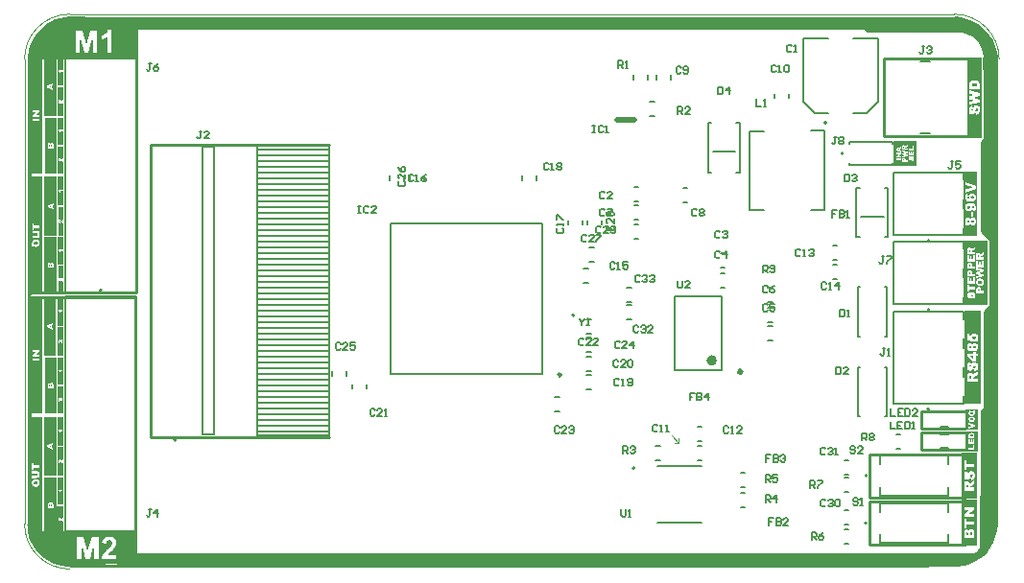
<source format=gto>
G04*
G04 #@! TF.GenerationSoftware,Altium Limited,Altium Designer,23.3.1 (30)*
G04*
G04 Layer_Color=65535*
%FSLAX24Y24*%
%MOIN*%
G70*
G04*
G04 #@! TF.SameCoordinates,0EE62ADF-7674-4DCD-90CA-8C9100EC0EC2*
G04*
G04*
G04 #@! TF.FilePolarity,Positive*
G04*
G01*
G75*
%ADD10C,0.0098*%
%ADD11C,0.0100*%
%ADD12C,0.0079*%
%ADD13C,0.0050*%
%ADD14C,0.0160*%
%ADD15C,0.0005*%
%ADD16C,0.0080*%
%ADD17C,0.0040*%
%ADD18C,0.0200*%
%ADD19C,0.0060*%
G36*
X1354Y17796D02*
Y16802D01*
X1165D01*
Y17796D01*
X1354D01*
D02*
G37*
G36*
X1356Y15751D02*
X1168D01*
Y16746D01*
X1356D01*
Y15751D01*
D02*
G37*
G36*
X33236Y17800D02*
Y15000D01*
X32764D01*
Y17800D01*
X33236D01*
D02*
G37*
G36*
X1354Y14750D02*
X1165D01*
Y15699D01*
X1354D01*
Y14750D01*
D02*
G37*
G36*
X30459Y14887D02*
Y14887D01*
X30671D01*
Y14012D01*
X30459D01*
Y14012D01*
X30171D01*
Y14887D01*
X30459D01*
D02*
G37*
G36*
X31000Y14012D02*
X30671D01*
Y14887D01*
X31000D01*
Y14012D01*
D02*
G37*
G36*
X1357Y14700D02*
Y13750D01*
X1168D01*
Y14700D01*
X1357D01*
D02*
G37*
G36*
X1107Y13750D02*
X707D01*
Y15700D01*
X1107D01*
Y13750D01*
D02*
G37*
G36*
X1356Y12640D02*
X1168D01*
Y13634D01*
X1356D01*
Y12640D01*
D02*
G37*
G36*
X1359Y12584D02*
Y11588D01*
X1171D01*
Y12584D01*
X1359D01*
D02*
G37*
G36*
X1111Y11585D02*
X695D01*
Y13635D01*
X1111D01*
Y11585D01*
D02*
G37*
G36*
X1357Y10587D02*
X1168D01*
Y11537D01*
X1357D01*
Y10587D01*
D02*
G37*
G36*
X1360Y9587D02*
X1171D01*
Y10537D01*
X1360D01*
Y9587D01*
D02*
G37*
G36*
X628Y9585D02*
X166D01*
Y13635D01*
X628D01*
Y9585D01*
D02*
G37*
G36*
X1116D02*
X702D01*
Y11535D01*
X1116D01*
Y9585D01*
D02*
G37*
G36*
X33439Y9185D02*
X33011D01*
D01*
X32634D01*
Y11415D01*
X33011D01*
X33439D01*
Y9185D01*
D02*
G37*
G36*
X1349Y8463D02*
X1160D01*
Y9457D01*
X1349D01*
Y8463D01*
D02*
G37*
G36*
X1352Y7412D02*
X1164D01*
Y8407D01*
X1352D01*
Y7412D01*
D02*
G37*
G36*
X1100Y7411D02*
X696D01*
Y9461D01*
X1100D01*
Y7411D01*
D02*
G37*
G36*
X33217Y8967D02*
Y5736D01*
X32636D01*
Y8967D01*
X33217D01*
D02*
G37*
G36*
X629Y5411D02*
X166D01*
Y9461D01*
X629D01*
Y5411D01*
D02*
G37*
G36*
X1352Y5411D02*
X1164D01*
Y6361D01*
X1352D01*
Y5411D01*
D02*
G37*
G36*
X1103Y5411D02*
X703D01*
Y7361D01*
X1103D01*
Y5411D01*
D02*
G37*
G36*
X33105Y4850D02*
X32700D01*
Y5550D01*
X33105D01*
Y4850D01*
D02*
G37*
G36*
X1352Y4300D02*
X1163D01*
Y5294D01*
X1352D01*
Y4300D01*
D02*
G37*
G36*
X33103Y4095D02*
X32698D01*
Y4795D01*
X33103D01*
Y4095D01*
D02*
G37*
G36*
X1355Y3249D02*
X1166D01*
Y4244D01*
X1355D01*
Y3249D01*
D02*
G37*
G36*
X33100Y2450D02*
X32550D01*
Y4050D01*
X33100D01*
Y2450D01*
D02*
G37*
G36*
X1353Y2248D02*
X1164D01*
Y3197D01*
X1353D01*
Y2248D01*
D02*
G37*
G36*
X33091Y809D02*
X32541D01*
Y2409D01*
X33091D01*
Y809D01*
D02*
G37*
G36*
X1661Y19211D02*
X1661Y19211D01*
X2613Y19200D01*
X32080D01*
X32080Y19200D01*
X32250D01*
X32350Y19202D01*
X32549Y19179D01*
X32744Y19130D01*
X32930Y19056D01*
X33106Y18959D01*
X33267Y18840D01*
X33411Y18700D01*
X33535Y18543D01*
X33638Y18371D01*
X33718Y18187D01*
X33773Y17994D01*
X33803Y17796D01*
X33804Y17696D01*
X33804D01*
X33804Y17696D01*
X33804Y17385D01*
X33769Y17350D01*
X33750D01*
X33750Y2600D01*
X33790Y2582D01*
Y2568D01*
X33796Y2555D01*
X33800Y2550D01*
X33800Y1600D01*
X33801Y1501D01*
X33778Y1305D01*
X33729Y1113D01*
X33656Y930D01*
X33559Y757D01*
X33441Y599D01*
X33303Y457D01*
X33148Y335D01*
X32978Y234D01*
X32796Y156D01*
X32606Y102D01*
X32410Y74D01*
X32311Y73D01*
X32311Y73D01*
X32311Y73D01*
X31164D01*
X31162Y162D01*
X4326D01*
X4314Y150D01*
X2123Y180D01*
X2027Y146D01*
X1829Y105D01*
X1627Y89D01*
X1424Y101D01*
X1225Y138D01*
X1032Y201D01*
X849Y289D01*
X679Y400D01*
X525Y532D01*
X390Y683D01*
X275Y851D01*
X184Y1032D01*
X150Y1127D01*
X150Y1883D01*
X162Y1885D01*
Y5296D01*
X624D01*
Y1262D01*
X698Y1260D01*
Y3196D01*
X1112D01*
Y1261D01*
X1167D01*
Y2198D01*
X1355D01*
Y1261D01*
X3910D01*
Y550D01*
X32526D01*
X32526Y550D01*
X32668D01*
X32900Y550D01*
X32953Y554D01*
X33052Y590D01*
X33133Y658D01*
X33186Y749D01*
X33200Y800D01*
X33200Y800D01*
X33200Y2550D01*
X33200Y2563D01*
X33209Y2588D01*
X33227Y2607D01*
X33237Y2612D01*
Y5487D01*
X33300Y5550D01*
X33350Y5600D01*
Y8950D01*
X33550Y9150D01*
Y11450D01*
X33250Y11750D01*
Y14850D01*
X33350Y14950D01*
Y17350D01*
X33300D01*
X33300Y17723D01*
X33303Y17808D01*
X33284Y17976D01*
X33231Y18138D01*
X33148Y18286D01*
X33038Y18415D01*
X32904Y18519D01*
X32752Y18595D01*
X32589Y18640D01*
X32504Y18650D01*
X32504Y18650D01*
Y18650D01*
X32500D01*
X29300Y18650D01*
X29186Y18764D01*
X3899D01*
X3921Y17791D01*
Y17770D01*
X3891Y17740D01*
X3850D01*
X3820Y17770D01*
Y17791D01*
X3820Y18510D01*
X3811Y18517D01*
X3800Y18538D01*
Y17832D01*
X1050D01*
Y17800D01*
X1105D01*
Y15750D01*
X700D01*
Y17792D01*
X633Y17791D01*
Y13750D01*
X171D01*
Y17800D01*
X217D01*
X200Y17817D01*
Y17984D01*
X189Y17983D01*
X155Y18020D01*
X164Y18068D01*
X215Y18238D01*
X286Y18400D01*
X375Y18554D01*
X482Y18695D01*
X606Y18822D01*
X743Y18934D01*
X893Y19029D01*
X1054Y19105D01*
X1222Y19162D01*
X1395Y19198D01*
X1572Y19213D01*
X1661Y19211D01*
D02*
G37*
G36*
X1106Y3246D02*
X691D01*
Y5296D01*
X1106D01*
Y3246D01*
D02*
G37*
G36*
X33100Y11589D02*
X32629D01*
Y13818D01*
X33100D01*
Y11589D01*
D02*
G37*
G36*
X1350Y6411D02*
X1161D01*
Y7360D01*
X1350D01*
Y6411D01*
D02*
G37*
%LPC*%
G36*
X1336Y17343D02*
X1182D01*
Y17308D01*
X1187Y17305D01*
X1192Y17302D01*
X1196Y17299D01*
X1200Y17296D01*
X1202Y17293D01*
X1203Y17292D01*
X1204Y17291D01*
X1205Y17290D01*
X1206Y17290D01*
X1206Y17289D01*
X1206Y17289D01*
X1208Y17287D01*
X1210Y17284D01*
X1213Y17279D01*
X1216Y17273D01*
X1218Y17268D01*
X1219Y17266D01*
X1220Y17263D01*
X1221Y17261D01*
X1222Y17259D01*
X1222Y17258D01*
X1223Y17257D01*
X1223Y17256D01*
Y17256D01*
X1257D01*
X1256Y17261D01*
X1254Y17266D01*
X1252Y17270D01*
X1251Y17273D01*
X1250Y17276D01*
X1249Y17277D01*
X1249Y17278D01*
X1249Y17279D01*
X1248Y17280D01*
X1248Y17280D01*
Y17280D01*
X1246Y17284D01*
X1244Y17287D01*
X1242Y17291D01*
X1240Y17294D01*
X1238Y17296D01*
X1237Y17298D01*
X1236Y17299D01*
X1236Y17300D01*
X1235Y17300D01*
Y17300D01*
X1336D01*
Y17256D01*
D01*
Y17343D01*
D02*
G37*
G36*
X1339Y16312D02*
X1305D01*
Y16246D01*
X1303Y16248D01*
X1301Y16250D01*
X1299Y16252D01*
X1298Y16253D01*
X1297Y16254D01*
X1296Y16255D01*
X1296Y16256D01*
X1296Y16256D01*
X1295Y16257D01*
X1294Y16258D01*
X1292Y16260D01*
X1290Y16263D01*
X1288Y16266D01*
X1286Y16269D01*
X1285Y16271D01*
X1284Y16272D01*
X1284Y16272D01*
X1284Y16273D01*
X1283Y16273D01*
X1281Y16277D01*
X1278Y16281D01*
X1275Y16284D01*
X1273Y16287D01*
X1270Y16289D01*
X1268Y16292D01*
X1266Y16294D01*
X1264Y16296D01*
X1262Y16298D01*
X1261Y16299D01*
X1259Y16300D01*
X1258Y16301D01*
X1257Y16302D01*
X1256Y16302D01*
X1256Y16303D01*
X1256D01*
X1253Y16304D01*
X1251Y16305D01*
X1246Y16307D01*
X1242Y16309D01*
X1238Y16310D01*
X1236Y16310D01*
X1234Y16310D01*
X1233Y16311D01*
X1232D01*
X1230Y16311D01*
X1230D01*
X1229D01*
X1229D01*
X1224Y16310D01*
X1220Y16310D01*
X1216Y16309D01*
X1213Y16307D01*
X1210Y16306D01*
X1208Y16305D01*
X1207Y16305D01*
X1207Y16304D01*
X1206Y16304D01*
X1206Y16304D01*
X1206D01*
X1202Y16301D01*
X1199Y16298D01*
X1196Y16294D01*
X1194Y16291D01*
X1192Y16288D01*
X1192Y16287D01*
X1191Y16286D01*
X1191Y16285D01*
X1190Y16285D01*
X1190Y16284D01*
Y16284D01*
X1189Y16282D01*
X1188Y16279D01*
X1187Y16273D01*
X1186Y16268D01*
X1185Y16262D01*
X1185Y16260D01*
X1185Y16257D01*
Y16255D01*
X1185Y16253D01*
Y16312D01*
D01*
Y16185D01*
D01*
Y16246D01*
X1185Y16242D01*
X1185Y16238D01*
X1186Y16235D01*
X1186Y16232D01*
X1187Y16229D01*
X1187Y16227D01*
X1187Y16225D01*
X1188Y16223D01*
X1189Y16221D01*
X1189Y16220D01*
X1189Y16218D01*
X1190Y16217D01*
X1190Y16217D01*
X1190Y16216D01*
Y16216D01*
X1193Y16212D01*
X1195Y16208D01*
X1198Y16205D01*
X1200Y16202D01*
X1202Y16200D01*
X1204Y16199D01*
X1205Y16198D01*
X1205Y16198D01*
X1206Y16197D01*
X1206D01*
X1210Y16195D01*
X1214Y16193D01*
X1219Y16192D01*
X1223Y16190D01*
X1225Y16190D01*
X1227Y16189D01*
X1229Y16189D01*
X1230Y16189D01*
X1232Y16189D01*
X1233D01*
X1233Y16188D01*
X1233D01*
X1237Y16231D01*
X1232Y16231D01*
X1229Y16232D01*
X1226Y16233D01*
X1223Y16235D01*
X1221Y16236D01*
X1220Y16237D01*
X1219Y16237D01*
X1219Y16237D01*
X1217Y16239D01*
X1216Y16242D01*
X1215Y16244D01*
X1214Y16246D01*
X1214Y16248D01*
X1214Y16249D01*
Y16251D01*
X1214Y16253D01*
X1215Y16256D01*
X1216Y16258D01*
X1216Y16260D01*
X1217Y16261D01*
X1218Y16263D01*
X1219Y16263D01*
X1219Y16264D01*
X1221Y16265D01*
X1223Y16266D01*
X1225Y16267D01*
X1227Y16268D01*
X1228Y16269D01*
X1230Y16269D01*
X1230D01*
X1231D01*
X1233Y16269D01*
X1236Y16268D01*
X1238Y16267D01*
X1240Y16266D01*
X1242Y16265D01*
X1243Y16264D01*
X1244Y16264D01*
X1244Y16264D01*
X1246Y16262D01*
X1247Y16261D01*
X1249Y16259D01*
X1250Y16258D01*
X1254Y16254D01*
X1257Y16250D01*
X1260Y16246D01*
X1262Y16244D01*
X1263Y16243D01*
X1264Y16241D01*
X1265Y16241D01*
X1265Y16240D01*
X1265Y16240D01*
X1269Y16234D01*
X1273Y16229D01*
X1277Y16225D01*
X1281Y16220D01*
X1284Y16217D01*
X1287Y16213D01*
X1290Y16210D01*
X1293Y16208D01*
X1296Y16205D01*
X1298Y16203D01*
X1300Y16202D01*
X1301Y16200D01*
X1302Y16200D01*
X1303Y16199D01*
X1304Y16198D01*
X1304Y16198D01*
X1307Y16196D01*
X1310Y16194D01*
X1314Y16193D01*
X1317Y16192D01*
X1322Y16189D01*
X1325Y16188D01*
X1328Y16188D01*
X1330Y16187D01*
X1333Y16186D01*
X1334Y16186D01*
X1336Y16186D01*
X1337Y16185D01*
X1338D01*
X1339Y16185D01*
X1185D01*
X1339D01*
Y16312D01*
D02*
G37*
G36*
X33177Y17000D02*
D01*
Y16837D01*
X33177Y16848D01*
X33176Y16859D01*
X33174Y16870D01*
X33173Y16880D01*
X33172Y16885D01*
X33171Y16889D01*
X33170Y16892D01*
X33169Y16896D01*
X33169Y16898D01*
X33168Y16900D01*
X33168Y16901D01*
Y16902D01*
X33165Y16911D01*
X33160Y16920D01*
X33156Y16929D01*
X33151Y16936D01*
X33147Y16942D01*
X33143Y16947D01*
X33142Y16949D01*
X33141Y16950D01*
X33140Y16951D01*
X33140Y16951D01*
X33132Y16959D01*
X33123Y16966D01*
X33114Y16973D01*
X33106Y16978D01*
X33098Y16982D01*
X33095Y16983D01*
X33093Y16985D01*
X33090Y16986D01*
X33089Y16987D01*
X33088Y16987D01*
X33087D01*
X33081Y16990D01*
X33075Y16992D01*
X33060Y16995D01*
X33045Y16997D01*
X33031Y16999D01*
X33025Y17000D01*
X33019D01*
X33013Y17000D01*
X33008Y17000D01*
X32999D01*
X32986Y17000D01*
X32973Y16999D01*
X32962Y16998D01*
X32951Y16996D01*
X32947Y16995D01*
X32943Y16994D01*
X32939Y16994D01*
X32936Y16993D01*
X32934Y16993D01*
X32932Y16992D01*
X32931Y16992D01*
X32931D01*
X32919Y16988D01*
X32908Y16983D01*
X32898Y16979D01*
X32889Y16974D01*
X32883Y16970D01*
X32880Y16968D01*
X32878Y16966D01*
X32876Y16965D01*
X32875Y16964D01*
X32874Y16964D01*
X32873Y16963D01*
X32865Y16956D01*
X32857Y16948D01*
X32851Y16939D01*
X32845Y16932D01*
X32841Y16925D01*
X32840Y16922D01*
X32838Y16919D01*
X32837Y16917D01*
X32836Y16916D01*
X32836Y16915D01*
Y16914D01*
X32831Y16903D01*
X32828Y16890D01*
X32826Y16877D01*
X32824Y16865D01*
X32823Y16858D01*
Y16853D01*
X32823Y16849D01*
X32823Y16844D01*
Y16674D01*
X33177D01*
Y17000D01*
D02*
G37*
G36*
X32823Y16636D02*
D01*
Y16532D01*
X33020Y16495D01*
X32823Y16440D01*
Y16279D01*
Y16337D01*
X33021Y16282D01*
X32823Y16244D01*
Y16246D01*
Y16140D01*
X33177D01*
Y16558D01*
X32823Y16636D01*
D02*
G37*
G36*
X33184Y16122D02*
Y15974D01*
X33183Y15983D01*
X33182Y15991D01*
X33181Y15999D01*
X33180Y16007D01*
X33179Y16014D01*
X33177Y16020D01*
X33176Y16026D01*
X33175Y16032D01*
X33173Y16036D01*
X33172Y16040D01*
X33171Y16043D01*
X33170Y16046D01*
X33169Y16048D01*
X33169Y16049D01*
Y16050D01*
X33163Y16062D01*
X33156Y16072D01*
X33148Y16081D01*
X33141Y16089D01*
X33135Y16095D01*
X33130Y16099D01*
X33128Y16101D01*
X33126Y16102D01*
X33125Y16102D01*
X33125D01*
X33119Y16106D01*
X33114Y16109D01*
X33103Y16113D01*
X33092Y16117D01*
X33083Y16119D01*
X33078Y16120D01*
X33074Y16121D01*
X33071Y16121D01*
X33068D01*
X33066Y16122D01*
X33062D01*
X33052Y16121D01*
X33042Y16119D01*
X33033Y16117D01*
X33025Y16115D01*
X33019Y16112D01*
X33016Y16111D01*
X33014Y16109D01*
X33012Y16109D01*
X33010Y16108D01*
X33010Y16107D01*
X33010D01*
X33001Y16101D01*
X32993Y16094D01*
X32987Y16087D01*
X32981Y16079D01*
X32976Y16073D01*
X32975Y16070D01*
X32973Y16067D01*
X32972Y16065D01*
X32971Y16063D01*
X32970Y16062D01*
Y16062D01*
X32967Y16056D01*
X32964Y16049D01*
X32962Y16041D01*
X32958Y16032D01*
X32953Y16015D01*
X32948Y15998D01*
X32946Y15991D01*
X32945Y15983D01*
X32943Y15976D01*
X32941Y15970D01*
X32940Y15966D01*
X32940Y15962D01*
X32939Y15960D01*
Y15959D01*
X32938Y15953D01*
X32937Y15949D01*
X32935Y15945D01*
X32934Y15941D01*
X32932Y15934D01*
X32930Y15929D01*
X32928Y15926D01*
X32927Y15924D01*
X32926Y15922D01*
X32926Y15922D01*
X32923Y15919D01*
X32920Y15918D01*
X32918Y15916D01*
X32916Y15915D01*
X32913Y15914D01*
X32912Y15914D01*
X32911D01*
X32910D01*
X32906Y15914D01*
X32903Y15915D01*
X32899Y15917D01*
X32896Y15919D01*
X32894Y15921D01*
X32892Y15922D01*
X32891Y15923D01*
X32891Y15924D01*
X32888Y15928D01*
X32886Y15932D01*
X32885Y15937D01*
X32883Y15942D01*
X32883Y15946D01*
X32882Y15949D01*
Y15953D01*
X32883Y15961D01*
X32884Y15968D01*
X32886Y15974D01*
X32888Y15979D01*
X32890Y15984D01*
X32892Y15987D01*
X32893Y15988D01*
X32893Y15989D01*
X32898Y15993D01*
X32903Y15997D01*
X32909Y16000D01*
X32915Y16002D01*
X32920Y16004D01*
X32924Y16005D01*
X32926Y16006D01*
X32927Y16006D01*
X32928D01*
X32928D01*
X32923Y16110D01*
X32913Y16108D01*
X32903Y16106D01*
X32895Y16103D01*
X32886Y16100D01*
X32879Y16097D01*
X32873Y16093D01*
X32867Y16090D01*
X32861Y16086D01*
X32857Y16082D01*
X32853Y16079D01*
X32849Y16076D01*
X32847Y16073D01*
X32844Y16070D01*
X32843Y16069D01*
X32842Y16067D01*
X32842Y16067D01*
X32837Y16060D01*
X32833Y16053D01*
X32830Y16044D01*
X32827Y16036D01*
X32825Y16027D01*
X32823Y16019D01*
X32820Y16002D01*
X32819Y15994D01*
X32818Y15987D01*
X32817Y15980D01*
X32817Y15975D01*
X32816Y15970D01*
Y15800D01*
X33184D01*
D01*
X32816D01*
Y15953D01*
X32817Y15944D01*
X32818Y15935D01*
X32819Y15926D01*
X32820Y15918D01*
X32821Y15911D01*
X32822Y15905D01*
X32823Y15899D01*
X32825Y15894D01*
X32826Y15889D01*
X32827Y15885D01*
X32828Y15882D01*
X32829Y15880D01*
X32830Y15877D01*
X32830Y15876D01*
Y15876D01*
X32836Y15865D01*
X32842Y15855D01*
X32849Y15847D01*
X32855Y15840D01*
X32861Y15835D01*
X32865Y15831D01*
X32867Y15830D01*
X32868Y15829D01*
X32868Y15828D01*
X32869D01*
X32878Y15823D01*
X32887Y15819D01*
X32896Y15817D01*
X32904Y15815D01*
X32910Y15814D01*
X32913Y15813D01*
X32916D01*
X32918Y15813D01*
X32919D01*
X32920D01*
X32920D01*
X32928Y15813D01*
X32935Y15814D01*
X32942Y15815D01*
X32949Y15817D01*
X32955Y15820D01*
X32960Y15822D01*
X32965Y15825D01*
X32970Y15828D01*
X32975Y15831D01*
X32978Y15834D01*
X32982Y15836D01*
X32984Y15838D01*
X32986Y15841D01*
X32988Y15842D01*
X32989Y15843D01*
X32989Y15843D01*
X32994Y15849D01*
X32999Y15857D01*
X33003Y15864D01*
X33007Y15873D01*
X33014Y15890D01*
X33021Y15907D01*
X33023Y15914D01*
X33025Y15922D01*
X33028Y15929D01*
X33029Y15935D01*
X33030Y15939D01*
X33031Y15943D01*
X33032Y15946D01*
Y15946D01*
X33034Y15954D01*
X33035Y15962D01*
X33037Y15968D01*
X33039Y15974D01*
X33041Y15979D01*
X33043Y15984D01*
X33044Y15987D01*
X33046Y15991D01*
X33047Y15994D01*
X33049Y15997D01*
X33049Y15998D01*
X33051Y16000D01*
X33052Y16002D01*
X33052Y16003D01*
X33057Y16007D01*
X33061Y16010D01*
X33065Y16012D01*
X33069Y16014D01*
X33073Y16015D01*
X33075Y16015D01*
X33077D01*
X33077D01*
X33083Y16015D01*
X33087Y16013D01*
X33092Y16011D01*
X33095Y16008D01*
X33098Y16006D01*
X33101Y16004D01*
X33102Y16002D01*
X33103Y16002D01*
X33106Y15997D01*
X33109Y15991D01*
X33111Y15985D01*
X33112Y15979D01*
X33113Y15974D01*
X33114Y15970D01*
Y15966D01*
X33113Y15960D01*
X33113Y15955D01*
X33110Y15945D01*
X33107Y15937D01*
X33103Y15930D01*
X33099Y15925D01*
X33096Y15921D01*
X33093Y15918D01*
X33093Y15918D01*
X33092D01*
X33087Y15914D01*
X33080Y15911D01*
X33074Y15909D01*
X33068Y15907D01*
X33062Y15906D01*
X33058Y15905D01*
X33056Y15904D01*
X33055Y15904D01*
X33054D01*
X33053D01*
X33060Y15800D01*
X33070Y15801D01*
X33079Y15803D01*
X33088Y15805D01*
X33097Y15807D01*
X33104Y15810D01*
X33112Y15814D01*
X33118Y15817D01*
X33125Y15821D01*
X33130Y15824D01*
X33135Y15828D01*
X33139Y15831D01*
X33143Y15833D01*
X33146Y15836D01*
X33147Y15838D01*
X33149Y15838D01*
X33149Y15839D01*
X33155Y15846D01*
X33160Y15854D01*
X33165Y15863D01*
X33169Y15873D01*
X33172Y15883D01*
X33175Y15894D01*
X33177Y15904D01*
X33179Y15915D01*
X33180Y15925D01*
X33182Y15934D01*
X33183Y15942D01*
X33183Y15949D01*
Y15956D01*
X33184Y15960D01*
Y16122D01*
D02*
G37*
%LPD*%
G36*
X33016Y16890D02*
X33022Y16889D01*
X33028Y16889D01*
X33034Y16889D01*
X33039Y16888D01*
X33044Y16887D01*
X33048Y16886D01*
X33052Y16886D01*
X33055Y16885D01*
X33057Y16884D01*
X33059Y16883D01*
X33061Y16883D01*
X33062Y16882D01*
X33062Y16882D01*
X33063D01*
X33069Y16879D01*
X33075Y16875D01*
X33080Y16871D01*
X33083Y16867D01*
X33086Y16864D01*
X33088Y16861D01*
X33089Y16860D01*
X33089Y16859D01*
X33090Y16856D01*
X33092Y16853D01*
X33094Y16845D01*
X33095Y16837D01*
X33096Y16829D01*
X33096Y16822D01*
Y16818D01*
X33097Y16816D01*
Y16783D01*
X32903D01*
Y16810D01*
X32903Y16818D01*
X32904Y16825D01*
X32905Y16832D01*
X32906Y16838D01*
X32908Y16844D01*
X32910Y16848D01*
X32911Y16853D01*
X32913Y16857D01*
X32915Y16861D01*
X32917Y16864D01*
X32919Y16866D01*
X32920Y16868D01*
X32922Y16870D01*
X32923Y16871D01*
X32924Y16872D01*
X32924D01*
X32928Y16875D01*
X32933Y16878D01*
X32939Y16880D01*
X32945Y16882D01*
X32958Y16886D01*
X32970Y16888D01*
X32976Y16889D01*
X32982Y16889D01*
X32987Y16890D01*
X32992D01*
X32996Y16890D01*
X32998D01*
X33000D01*
X33001D01*
X33009D01*
X33016Y16890D01*
D02*
G37*
G36*
X33177Y16326D02*
X32954Y16388D01*
X33177Y16450D01*
Y16326D01*
D02*
G37*
G36*
Y16140D02*
X32823D01*
X33177Y16219D01*
Y16140D01*
D02*
G37*
%LPC*%
G36*
X1337Y15268D02*
X1182D01*
Y15233D01*
X1188Y15230D01*
X1192Y15227D01*
X1196Y15224D01*
X1200Y15221D01*
X1203Y15219D01*
X1204Y15217D01*
X1205Y15217D01*
X1206Y15216D01*
X1206Y15215D01*
X1207Y15215D01*
X1207Y15214D01*
X1209Y15212D01*
X1210Y15210D01*
X1213Y15204D01*
X1216Y15199D01*
X1219Y15193D01*
X1220Y15191D01*
X1221Y15189D01*
X1222Y15187D01*
X1222Y15185D01*
X1223Y15183D01*
X1223Y15182D01*
X1223Y15181D01*
Y15181D01*
X1182D01*
D01*
X1337D01*
Y15268D01*
D02*
G37*
%LPD*%
G36*
Y15181D02*
X1258D01*
X1256Y15186D01*
X1255Y15191D01*
X1253Y15195D01*
X1252Y15199D01*
X1250Y15202D01*
X1250Y15203D01*
X1249Y15204D01*
X1249Y15204D01*
X1249Y15205D01*
X1249Y15205D01*
Y15205D01*
X1247Y15209D01*
X1245Y15213D01*
X1242Y15216D01*
X1240Y15219D01*
X1239Y15222D01*
X1237Y15224D01*
X1237Y15225D01*
X1236Y15225D01*
X1236Y15225D01*
Y15226D01*
X1337D01*
Y15181D01*
D02*
G37*
%LPC*%
G36*
X30671Y14750D02*
X30620Y14723D01*
X30619Y14722D01*
X30617Y14721D01*
X30613Y14718D01*
X30611Y14717D01*
X30610Y14716D01*
X30609Y14715D01*
X30609Y14715D01*
X30607Y14713D01*
X30604Y14711D01*
X30603Y14710D01*
X30602Y14709D01*
X30601Y14708D01*
X30600Y14707D01*
X30600Y14707D01*
Y14706D01*
X30598Y14705D01*
X30597Y14702D01*
X30595Y14698D01*
X30594Y14696D01*
X30594Y14694D01*
X30593Y14693D01*
X30593Y14693D01*
Y14692D01*
X30592Y14697D01*
X30591Y14701D01*
X30590Y14704D01*
X30588Y14707D01*
X30587Y14709D01*
X30587Y14710D01*
X30586Y14711D01*
X30586Y14712D01*
X30583Y14716D01*
X30580Y14719D01*
X30578Y14722D01*
X30575Y14725D01*
X30572Y14727D01*
X30570Y14728D01*
X30569Y14729D01*
X30569Y14729D01*
X30569D01*
X30565Y14731D01*
X30560Y14733D01*
X30556Y14734D01*
X30552Y14735D01*
X30549Y14735D01*
X30547D01*
X30546Y14735D01*
X30545D01*
X30544D01*
X30544D01*
X30543D01*
X30537Y14735D01*
X30532Y14734D01*
X30527Y14733D01*
X30523Y14731D01*
X30521Y14730D01*
X30519Y14730D01*
X30518Y14729D01*
X30517Y14728D01*
X30516Y14728D01*
X30515Y14728D01*
X30515Y14727D01*
X30515D01*
X30510Y14724D01*
X30507Y14720D01*
X30504Y14717D01*
X30502Y14713D01*
X30500Y14710D01*
X30499Y14708D01*
X30499Y14707D01*
X30499Y14706D01*
X30498Y14706D01*
Y14705D01*
X30498Y14703D01*
X30497Y14700D01*
X30496Y14694D01*
X30495Y14687D01*
X30495Y14681D01*
Y14678D01*
X30494Y14675D01*
Y14673D01*
X30494Y14671D01*
Y14575D01*
X30671D01*
Y14750D01*
D02*
G37*
G36*
Y14557D02*
Y14518D01*
X30494Y14557D01*
Y14309D01*
X30671Y14348D01*
Y14309D01*
Y14402D01*
X30560Y14433D01*
X30671Y14464D01*
Y14557D01*
D02*
G37*
G36*
X30459Y14687D02*
X30282Y14620D01*
Y14560D01*
X30459Y14494D01*
Y14550D01*
X30429Y14558D01*
Y14621D01*
X30459Y14630D01*
Y14687D01*
D02*
G37*
G36*
Y14475D02*
X30282D01*
Y14424D01*
X30380D01*
X30282Y14357D01*
Y14306D01*
X30459D01*
Y14475D01*
D02*
G37*
G36*
Y14267D02*
X30282D01*
Y14212D01*
X30459D01*
Y14267D01*
D02*
G37*
G36*
X30671Y14299D02*
X30494D01*
Y14149D01*
X30671D01*
Y14204D01*
X30605D01*
Y14233D01*
X30605Y14239D01*
X30605Y14245D01*
X30604Y14250D01*
X30603Y14255D01*
X30602Y14260D01*
X30601Y14263D01*
X30599Y14267D01*
X30598Y14270D01*
X30597Y14273D01*
X30595Y14276D01*
X30594Y14278D01*
X30593Y14280D01*
X30592Y14281D01*
X30591Y14282D01*
X30591Y14282D01*
X30590Y14283D01*
X30587Y14286D01*
X30584Y14288D01*
X30581Y14290D01*
X30578Y14292D01*
X30574Y14294D01*
X30571Y14295D01*
X30567Y14296D01*
X30564Y14297D01*
X30561Y14298D01*
X30558Y14298D01*
X30555Y14299D01*
X30553Y14299D01*
X30551Y14299D01*
X30671D01*
D02*
G37*
%LPD*%
G36*
Y14630D02*
X30599D01*
Y14635D01*
X30599Y14638D01*
X30600Y14640D01*
X30600Y14643D01*
X30601Y14645D01*
X30602Y14646D01*
X30603Y14647D01*
X30603Y14648D01*
X30603Y14648D01*
X30605Y14650D01*
X30607Y14652D01*
X30609Y14653D01*
X30611Y14655D01*
X30614Y14657D01*
X30615Y14658D01*
X30617Y14658D01*
X30617Y14658D01*
X30617D01*
X30671Y14688D01*
Y14630D01*
D02*
G37*
G36*
X30550Y14680D02*
X30552Y14680D01*
X30553Y14679D01*
X30555Y14679D01*
X30556Y14678D01*
X30557Y14678D01*
X30558Y14677D01*
X30558Y14677D01*
X30559Y14676D01*
X30561Y14674D01*
X30561Y14673D01*
X30562Y14671D01*
X30563Y14670D01*
X30563Y14669D01*
X30563Y14668D01*
Y14668D01*
X30564Y14664D01*
X30565Y14661D01*
X30565Y14659D01*
X30565Y14657D01*
Y14655D01*
X30566Y14654D01*
Y14630D01*
X30530D01*
Y14657D01*
X30530Y14660D01*
X30531Y14664D01*
X30531Y14667D01*
X30532Y14670D01*
X30533Y14672D01*
X30534Y14674D01*
X30534Y14675D01*
X30534Y14675D01*
X30536Y14677D01*
X30538Y14678D01*
X30541Y14679D01*
X30543Y14680D01*
X30545Y14680D01*
X30546Y14681D01*
X30547D01*
X30548D01*
X30550Y14680D01*
D02*
G37*
G36*
X30593Y14486D02*
X30494Y14459D01*
Y14505D01*
X30593Y14486D01*
D02*
G37*
G36*
X30593Y14380D02*
X30494Y14361D01*
Y14407D01*
X30593Y14380D01*
D02*
G37*
G36*
X30391Y14570D02*
X30328Y14590D01*
X30391Y14609D01*
Y14570D01*
D02*
G37*
G36*
X30459Y14358D02*
X30362D01*
X30459Y14424D01*
Y14358D01*
D02*
G37*
G36*
X30544Y14299D02*
X30539Y14298D01*
X30535Y14298D01*
X30531Y14297D01*
X30528Y14296D01*
X30524Y14294D01*
X30521Y14293D01*
X30519Y14292D01*
X30516Y14290D01*
X30514Y14289D01*
X30512Y14288D01*
X30511Y14287D01*
X30510Y14286D01*
X30509Y14285D01*
X30508Y14284D01*
X30508Y14284D01*
X30506Y14281D01*
X30504Y14278D01*
X30502Y14275D01*
X30500Y14271D01*
X30499Y14267D01*
X30498Y14263D01*
X30496Y14256D01*
X30495Y14253D01*
X30495Y14250D01*
X30495Y14247D01*
X30494Y14245D01*
X30494Y14242D01*
Y14299D01*
X30549D01*
X30544Y14299D01*
D02*
G37*
G36*
X30553Y14246D02*
X30556Y14245D01*
X30558Y14244D01*
X30560Y14243D01*
X30562Y14241D01*
X30563Y14240D01*
X30564Y14239D01*
X30564Y14239D01*
X30565Y14238D01*
X30566Y14236D01*
X30567Y14233D01*
X30568Y14229D01*
X30569Y14226D01*
X30569Y14222D01*
Y14221D01*
X30570Y14219D01*
Y14204D01*
X30530D01*
Y14222D01*
X30530Y14224D01*
X30531Y14229D01*
X30532Y14233D01*
X30533Y14235D01*
X30534Y14238D01*
X30535Y14239D01*
X30536Y14240D01*
X30536Y14240D01*
X30538Y14242D01*
X30541Y14243D01*
X30543Y14245D01*
X30545Y14245D01*
X30547Y14246D01*
X30549Y14246D01*
X30550D01*
X30550D01*
X30553Y14246D01*
D02*
G37*
%LPC*%
G36*
X30887Y14703D02*
X30843D01*
Y14617D01*
X30710D01*
Y14703D01*
Y14562D01*
X30887D01*
Y14703D01*
D02*
G37*
G36*
Y14533D02*
X30846D01*
Y14439D01*
X30812D01*
Y14524D01*
X30775D01*
Y14439D01*
X30747D01*
Y14531D01*
X30710D01*
Y14533D01*
Y14384D01*
X30887D01*
Y14533D01*
D02*
G37*
G36*
X30831Y14357D02*
X30829D01*
X30824Y14356D01*
X30819Y14355D01*
X30814Y14354D01*
X30811Y14353D01*
X30807Y14352D01*
X30806Y14351D01*
X30805Y14350D01*
X30804Y14350D01*
X30803Y14350D01*
X30803Y14349D01*
X30803D01*
X30799Y14346D01*
X30795Y14343D01*
X30792Y14339D01*
X30789Y14335D01*
X30786Y14332D01*
X30785Y14331D01*
X30785Y14329D01*
X30784Y14328D01*
X30784Y14327D01*
X30783Y14327D01*
Y14327D01*
X30782Y14324D01*
X30780Y14320D01*
X30779Y14316D01*
X30777Y14312D01*
X30775Y14304D01*
X30772Y14295D01*
X30771Y14291D01*
X30770Y14287D01*
X30770Y14284D01*
X30769Y14281D01*
X30768Y14279D01*
X30768Y14277D01*
X30768Y14276D01*
Y14275D01*
X30767Y14273D01*
X30766Y14270D01*
X30766Y14268D01*
X30765Y14266D01*
X30764Y14263D01*
X30763Y14261D01*
X30762Y14259D01*
X30762Y14258D01*
X30761Y14257D01*
X30761Y14257D01*
X30760Y14256D01*
X30758Y14255D01*
X30757Y14254D01*
X30756Y14253D01*
X30755Y14253D01*
X30754Y14253D01*
X30754D01*
X30753D01*
X30751Y14253D01*
X30749Y14254D01*
X30748Y14255D01*
X30746Y14255D01*
X30745Y14256D01*
X30744Y14257D01*
X30744Y14258D01*
X30744Y14258D01*
X30742Y14260D01*
X30741Y14262D01*
X30741Y14265D01*
X30740Y14267D01*
X30740Y14269D01*
X30739Y14271D01*
Y14272D01*
X30740Y14276D01*
X30740Y14280D01*
X30741Y14283D01*
X30742Y14286D01*
X30743Y14288D01*
X30744Y14289D01*
X30745Y14290D01*
X30745Y14290D01*
X30747Y14292D01*
X30750Y14294D01*
X30753Y14296D01*
X30756Y14297D01*
X30758Y14298D01*
X30760Y14299D01*
X30761Y14299D01*
X30762Y14299D01*
X30762D01*
X30762D01*
X30759Y14351D01*
X30754Y14350D01*
X30750Y14349D01*
X30746Y14347D01*
X30741Y14346D01*
X30738Y14344D01*
X30735Y14342D01*
X30732Y14341D01*
X30729Y14339D01*
X30727Y14337D01*
X30725Y14335D01*
X30723Y14334D01*
X30722Y14332D01*
X30720Y14331D01*
X30720Y14330D01*
X30719Y14330D01*
X30719Y14329D01*
X30717Y14326D01*
X30715Y14322D01*
X30713Y14318D01*
X30712Y14314D01*
X30711Y14309D01*
X30710Y14305D01*
X30708Y14297D01*
X30708Y14293D01*
X30707Y14289D01*
X30707Y14286D01*
X30707Y14283D01*
X30707Y14281D01*
Y14273D01*
X30707Y14268D01*
X30707Y14263D01*
X30708Y14259D01*
X30708Y14255D01*
X30709Y14252D01*
X30709Y14248D01*
X30710Y14245D01*
X30711Y14243D01*
X30711Y14241D01*
X30712Y14239D01*
X30712Y14237D01*
X30713Y14236D01*
X30713Y14235D01*
X30714Y14234D01*
Y14234D01*
X30716Y14228D01*
X30719Y14224D01*
X30723Y14219D01*
X30726Y14216D01*
X30729Y14214D01*
X30731Y14212D01*
X30732Y14211D01*
X30732Y14211D01*
X30732Y14210D01*
X30733D01*
X30737Y14208D01*
X30742Y14206D01*
X30746Y14204D01*
X30750Y14204D01*
X30753Y14203D01*
X30755Y14203D01*
X30756D01*
X30757Y14202D01*
X30758D01*
X30758D01*
X30758D01*
X30762Y14203D01*
X30766Y14203D01*
X30769Y14204D01*
X30773Y14205D01*
X30775Y14206D01*
X30778Y14207D01*
X30781Y14209D01*
X30783Y14210D01*
X30785Y14212D01*
X30787Y14213D01*
X30789Y14214D01*
X30790Y14215D01*
X30791Y14216D01*
X30792Y14217D01*
X30792Y14217D01*
X30793Y14218D01*
X30795Y14221D01*
X30797Y14224D01*
X30800Y14228D01*
X30802Y14232D01*
X30805Y14241D01*
X30808Y14249D01*
X30810Y14253D01*
X30811Y14257D01*
X30812Y14260D01*
X30812Y14263D01*
X30813Y14266D01*
X30814Y14268D01*
X30814Y14269D01*
Y14269D01*
X30815Y14273D01*
X30816Y14277D01*
X30817Y14280D01*
X30818Y14283D01*
X30819Y14286D01*
X30819Y14288D01*
X30820Y14290D01*
X30821Y14291D01*
X30822Y14293D01*
X30822Y14294D01*
X30823Y14295D01*
X30823Y14296D01*
X30824Y14297D01*
X30824Y14297D01*
X30826Y14299D01*
X30828Y14301D01*
X30831Y14302D01*
X30833Y14303D01*
X30834Y14303D01*
X30836Y14303D01*
X30836D01*
X30837D01*
X30839Y14303D01*
X30842Y14302D01*
X30844Y14301D01*
X30846Y14300D01*
X30847Y14299D01*
X30848Y14298D01*
X30849Y14297D01*
X30849Y14297D01*
X30851Y14294D01*
X30852Y14291D01*
X30853Y14288D01*
X30854Y14286D01*
X30855Y14283D01*
X30855Y14281D01*
Y14279D01*
X30855Y14276D01*
X30854Y14274D01*
X30853Y14268D01*
X30851Y14264D01*
X30849Y14261D01*
X30847Y14258D01*
X30846Y14256D01*
X30845Y14255D01*
X30844Y14255D01*
X30844D01*
X30841Y14253D01*
X30838Y14251D01*
X30835Y14250D01*
X30832Y14250D01*
X30829Y14249D01*
X30827Y14248D01*
X30826Y14248D01*
X30825Y14248D01*
X30825D01*
X30825D01*
X30828Y14196D01*
X30833Y14197D01*
X30838Y14197D01*
X30842Y14199D01*
X30846Y14200D01*
X30850Y14201D01*
X30854Y14203D01*
X30857Y14205D01*
X30860Y14207D01*
X30863Y14208D01*
X30865Y14210D01*
X30868Y14211D01*
X30869Y14213D01*
X30871Y14214D01*
X30872Y14215D01*
X30872Y14215D01*
X30872Y14216D01*
X30875Y14219D01*
X30878Y14223D01*
X30880Y14228D01*
X30882Y14233D01*
X30884Y14238D01*
X30886Y14243D01*
X30887Y14248D01*
X30887Y14253D01*
X30888Y14258D01*
X30889Y14263D01*
X30889Y14267D01*
X30889Y14271D01*
Y14274D01*
X30890Y14276D01*
Y14196D01*
X30828D01*
X30890D01*
Y14283D01*
X30889Y14287D01*
X30889Y14292D01*
X30889Y14296D01*
X30888Y14299D01*
X30887Y14303D01*
X30887Y14306D01*
X30886Y14309D01*
X30885Y14312D01*
X30885Y14314D01*
X30884Y14316D01*
X30883Y14318D01*
X30883Y14319D01*
X30882Y14320D01*
X30882Y14320D01*
Y14321D01*
X30879Y14327D01*
X30876Y14332D01*
X30872Y14337D01*
X30868Y14340D01*
X30865Y14343D01*
X30863Y14345D01*
X30862Y14346D01*
X30861Y14347D01*
X30861Y14347D01*
X30860D01*
X30858Y14349D01*
X30855Y14350D01*
X30850Y14352D01*
X30844Y14354D01*
X30839Y14355D01*
X30837Y14356D01*
X30835Y14356D01*
X30833Y14356D01*
X30832D01*
X30831Y14357D01*
D02*
G37*
G36*
X1340Y14288D02*
X1305D01*
Y14222D01*
X1303Y14224D01*
X1302Y14226D01*
X1300Y14228D01*
X1299Y14229D01*
X1298Y14231D01*
X1297Y14232D01*
X1296Y14232D01*
X1296Y14232D01*
X1295Y14233D01*
X1295Y14234D01*
X1293Y14237D01*
X1291Y14240D01*
X1289Y14243D01*
X1287Y14245D01*
X1285Y14247D01*
X1285Y14248D01*
X1284Y14249D01*
X1284Y14249D01*
X1284Y14250D01*
X1281Y14253D01*
X1278Y14257D01*
X1276Y14260D01*
X1273Y14263D01*
X1271Y14266D01*
X1269Y14268D01*
X1267Y14270D01*
X1264Y14272D01*
X1263Y14274D01*
X1261Y14275D01*
X1260Y14276D01*
X1258Y14277D01*
X1258Y14278D01*
X1257Y14279D01*
X1256Y14279D01*
X1256D01*
X1254Y14281D01*
X1251Y14282D01*
X1247Y14284D01*
X1242Y14285D01*
X1238Y14286D01*
X1236Y14287D01*
X1235Y14287D01*
X1233Y14287D01*
X1232D01*
X1231Y14287D01*
X1230D01*
X1230D01*
X1230D01*
X1225Y14287D01*
X1221Y14286D01*
X1216Y14285D01*
X1213Y14284D01*
X1210Y14282D01*
X1209Y14282D01*
X1208Y14281D01*
X1207Y14281D01*
X1207Y14281D01*
X1206Y14280D01*
X1206D01*
X1202Y14277D01*
X1199Y14274D01*
X1197Y14271D01*
X1194Y14268D01*
X1193Y14265D01*
X1192Y14264D01*
X1192Y14263D01*
X1191Y14262D01*
X1191Y14261D01*
X1191Y14261D01*
Y14261D01*
X1190Y14258D01*
X1189Y14255D01*
X1188Y14250D01*
X1187Y14244D01*
X1186Y14239D01*
X1186Y14236D01*
X1186Y14234D01*
Y14232D01*
X1185Y14230D01*
Y14222D01*
X1186Y14218D01*
X1186Y14215D01*
X1186Y14212D01*
X1187Y14209D01*
X1187Y14206D01*
X1188Y14203D01*
X1188Y14201D01*
X1189Y14199D01*
X1189Y14198D01*
X1189Y14196D01*
X1190Y14195D01*
X1190Y14194D01*
X1191Y14193D01*
X1191Y14193D01*
Y14192D01*
X1193Y14188D01*
X1195Y14184D01*
X1198Y14181D01*
X1201Y14179D01*
X1203Y14177D01*
X1205Y14175D01*
X1205Y14175D01*
X1206Y14174D01*
X1206Y14174D01*
X1206D01*
X1210Y14172D01*
X1215Y14170D01*
X1219Y14168D01*
X1224Y14167D01*
X1226Y14166D01*
X1228Y14166D01*
X1229Y14166D01*
X1231Y14165D01*
X1232Y14165D01*
X1233D01*
X1234Y14165D01*
X1234D01*
X1237Y14207D01*
X1233Y14208D01*
X1229Y14209D01*
X1226Y14210D01*
X1224Y14211D01*
X1222Y14212D01*
X1221Y14213D01*
X1220Y14214D01*
X1220Y14214D01*
X1218Y14216D01*
X1217Y14218D01*
X1216Y14220D01*
X1215Y14222D01*
X1215Y14224D01*
X1214Y14226D01*
Y14227D01*
X1215Y14230D01*
X1215Y14232D01*
X1216Y14235D01*
X1217Y14236D01*
X1218Y14238D01*
X1219Y14239D01*
X1219Y14240D01*
X1219Y14240D01*
X1221Y14242D01*
X1223Y14243D01*
X1225Y14244D01*
X1227Y14245D01*
X1229Y14245D01*
X1230Y14245D01*
X1231D01*
X1231D01*
X1234Y14245D01*
X1236Y14244D01*
X1238Y14244D01*
X1240Y14243D01*
X1242Y14242D01*
X1244Y14241D01*
X1244Y14240D01*
X1245Y14240D01*
X1246Y14239D01*
X1248Y14238D01*
X1249Y14236D01*
X1251Y14234D01*
X1255Y14230D01*
X1258Y14226D01*
X1261Y14222D01*
X1262Y14221D01*
X1263Y14219D01*
X1264Y14218D01*
X1265Y14217D01*
X1265Y14216D01*
X1266Y14216D01*
X1270Y14211D01*
X1274Y14206D01*
X1278Y14201D01*
X1281Y14197D01*
X1285Y14193D01*
X1288Y14190D01*
X1291Y14187D01*
X1294Y14184D01*
X1296Y14182D01*
X1298Y14180D01*
X1300Y14178D01*
X1302Y14177D01*
X1303Y14176D01*
X1304Y14175D01*
X1304Y14175D01*
X1305Y14175D01*
X1308Y14173D01*
X1311Y14171D01*
X1314Y14169D01*
X1317Y14168D01*
X1323Y14166D01*
X1326Y14165D01*
X1328Y14164D01*
X1331Y14163D01*
X1333Y14163D01*
X1335Y14162D01*
X1337Y14162D01*
X1338Y14162D01*
X1339D01*
X1340Y14162D01*
X1185D01*
X1340D01*
Y14288D01*
D02*
G37*
G36*
X953Y14817D02*
X807D01*
Y14633D01*
X1007D01*
Y14741D01*
X1007Y14742D01*
X1007Y14746D01*
X1006Y14751D01*
X1006Y14756D01*
X1005Y14760D01*
Y14762D01*
X1005Y14763D01*
X1005Y14765D01*
X1004Y14766D01*
Y14767D01*
X1004Y14772D01*
X1003Y14777D01*
X1001Y14781D01*
X1000Y14784D01*
X999Y14787D01*
X999Y14789D01*
X998Y14790D01*
X998Y14790D01*
X995Y14795D01*
X992Y14799D01*
X988Y14802D01*
X985Y14805D01*
X982Y14807D01*
X980Y14809D01*
X979Y14810D01*
X979Y14810D01*
X978D01*
X974Y14812D01*
X969Y14814D01*
X964Y14816D01*
X960Y14816D01*
X956Y14817D01*
X954Y14817D01*
X953Y14817D01*
D02*
G37*
%LPD*%
G36*
X943Y14817D02*
X937Y14816D01*
X932Y14814D01*
X927Y14812D01*
X924Y14810D01*
X922Y14809D01*
X921Y14809D01*
X920Y14808D01*
X919Y14808D01*
X919Y14807D01*
X919Y14807D01*
X917Y14805D01*
X914Y14803D01*
X911Y14798D01*
X907Y14793D01*
X905Y14787D01*
X903Y14783D01*
X902Y14781D01*
X902Y14779D01*
X901Y14777D01*
X901Y14776D01*
X901Y14776D01*
Y14775D01*
X899Y14780D01*
X897Y14785D01*
X894Y14788D01*
X892Y14792D01*
X890Y14794D01*
X889Y14795D01*
X888Y14797D01*
X888Y14797D01*
X885Y14799D01*
X883Y14801D01*
X877Y14803D01*
X872Y14805D01*
X868Y14807D01*
X863Y14808D01*
X862Y14808D01*
X860D01*
X859Y14808D01*
X858D01*
X858D01*
X857D01*
X853Y14808D01*
X850Y14807D01*
X846Y14807D01*
X843Y14806D01*
X837Y14803D01*
X834Y14802D01*
X832Y14800D01*
X829Y14799D01*
X828Y14797D01*
X826Y14796D01*
X824Y14795D01*
X823Y14794D01*
X823Y14793D01*
X822Y14793D01*
X822Y14793D01*
X819Y14790D01*
X817Y14786D01*
X815Y14783D01*
X813Y14779D01*
X812Y14775D01*
X811Y14772D01*
X809Y14764D01*
X809Y14761D01*
X808Y14758D01*
X808Y14755D01*
X808Y14753D01*
X807Y14751D01*
Y14817D01*
X950D01*
X943Y14817D01*
D02*
G37*
G36*
X947Y14755D02*
X950Y14754D01*
X952Y14753D01*
X955Y14752D01*
X956Y14751D01*
X958Y14750D01*
X958Y14749D01*
X959Y14749D01*
X960Y14746D01*
X962Y14742D01*
X963Y14739D01*
X963Y14735D01*
X964Y14732D01*
X964Y14729D01*
Y14695D01*
X924D01*
Y14726D01*
X924Y14732D01*
X924Y14736D01*
X925Y14740D01*
X926Y14744D01*
X927Y14746D01*
X928Y14748D01*
X929Y14748D01*
X929Y14749D01*
X931Y14751D01*
X934Y14753D01*
X936Y14754D01*
X938Y14755D01*
X940Y14755D01*
X942Y14755D01*
X943D01*
X943D01*
X947Y14755D01*
D02*
G37*
G36*
X870Y14747D02*
X873Y14747D01*
X875Y14746D01*
X877Y14745D01*
X879Y14744D01*
X880Y14743D01*
X880Y14742D01*
X881Y14742D01*
X882Y14739D01*
X884Y14736D01*
X884Y14733D01*
X885Y14730D01*
X885Y14727D01*
X886Y14724D01*
Y14695D01*
X848D01*
Y14722D01*
X848Y14727D01*
X849Y14731D01*
X849Y14734D01*
X850Y14737D01*
X851Y14739D01*
X852Y14741D01*
X853Y14741D01*
X853Y14742D01*
X855Y14744D01*
X857Y14745D01*
X859Y14746D01*
X861Y14747D01*
X863Y14747D01*
X865Y14748D01*
X866D01*
X866D01*
X870Y14747D01*
D02*
G37*
%LPC*%
G36*
X1339Y13180D02*
X1185D01*
Y13093D01*
X1339D01*
D01*
X1260D01*
X1258Y13098D01*
X1257Y13103D01*
X1255Y13107D01*
X1254Y13111D01*
X1253Y13114D01*
X1252Y13115D01*
X1252Y13116D01*
X1252Y13116D01*
X1251Y13117D01*
X1251Y13117D01*
Y13117D01*
X1249Y13121D01*
X1247Y13125D01*
X1245Y13128D01*
X1243Y13131D01*
X1241Y13134D01*
X1240Y13136D01*
X1239Y13137D01*
X1239Y13137D01*
X1238Y13137D01*
Y13138D01*
X1339D01*
Y13180D01*
D02*
G37*
%LPD*%
G36*
X1190Y13142D02*
X1195Y13139D01*
X1199Y13136D01*
X1202Y13133D01*
X1205Y13131D01*
X1206Y13129D01*
X1207Y13129D01*
X1208Y13128D01*
X1209Y13127D01*
X1209Y13127D01*
X1209Y13126D01*
X1211Y13124D01*
X1213Y13122D01*
X1216Y13116D01*
X1219Y13111D01*
X1221Y13105D01*
X1222Y13103D01*
X1223Y13101D01*
X1224Y13099D01*
X1224Y13097D01*
X1225Y13095D01*
X1225Y13094D01*
X1226Y13093D01*
Y13093D01*
X1185D01*
Y13145D01*
X1190Y13142D01*
D02*
G37*
%LPC*%
G36*
X1342Y12149D02*
X1308D01*
Y12083D01*
X1306Y12085D01*
X1304Y12087D01*
X1302Y12089D01*
X1301Y12090D01*
X1300Y12092D01*
X1299Y12092D01*
X1299Y12093D01*
X1299Y12093D01*
X1298Y12094D01*
X1297Y12095D01*
X1295Y12098D01*
X1293Y12101D01*
X1291Y12104D01*
X1289Y12106D01*
X1288Y12108D01*
X1287Y12109D01*
X1287Y12110D01*
X1286Y12110D01*
X1286Y12110D01*
X1283Y12114D01*
X1281Y12118D01*
X1278Y12121D01*
X1276Y12124D01*
X1273Y12127D01*
X1271Y12129D01*
X1269Y12131D01*
X1267Y12133D01*
X1265Y12135D01*
X1263Y12136D01*
X1262Y12137D01*
X1261Y12138D01*
X1260Y12139D01*
X1259Y12140D01*
X1259Y12140D01*
X1259D01*
X1256Y12141D01*
X1254Y12143D01*
X1249Y12145D01*
X1245Y12146D01*
X1240Y12147D01*
X1239Y12147D01*
X1237Y12148D01*
X1236Y12148D01*
X1234D01*
X1233Y12148D01*
X1233D01*
X1232D01*
X1232D01*
X1227Y12148D01*
X1223Y12147D01*
X1219Y12146D01*
X1215Y12145D01*
X1212Y12143D01*
X1211Y12143D01*
X1210Y12142D01*
X1210Y12142D01*
X1209Y12141D01*
X1209Y12141D01*
X1208D01*
X1205Y12138D01*
X1202Y12135D01*
X1199Y12132D01*
X1197Y12129D01*
X1195Y12126D01*
X1194Y12125D01*
X1194Y12124D01*
X1193Y12123D01*
X1193Y12122D01*
X1193Y12122D01*
Y12121D01*
X1192Y12119D01*
X1191Y12116D01*
X1190Y12111D01*
X1189Y12105D01*
X1188Y12100D01*
X1188Y12097D01*
X1188Y12095D01*
Y12092D01*
X1188Y12091D01*
Y12149D01*
D01*
Y12023D01*
D01*
Y12083D01*
X1188Y12079D01*
X1188Y12076D01*
X1188Y12073D01*
X1189Y12070D01*
X1189Y12067D01*
X1190Y12064D01*
X1190Y12062D01*
X1191Y12060D01*
X1191Y12058D01*
X1192Y12057D01*
X1192Y12056D01*
X1193Y12055D01*
X1193Y12054D01*
X1193Y12054D01*
Y12053D01*
X1195Y12049D01*
X1198Y12045D01*
X1200Y12042D01*
X1203Y12040D01*
X1205Y12038D01*
X1207Y12036D01*
X1208Y12035D01*
X1208Y12035D01*
X1208Y12035D01*
X1209D01*
X1213Y12032D01*
X1217Y12031D01*
X1222Y12029D01*
X1226Y12028D01*
X1228Y12027D01*
X1230Y12027D01*
X1232Y12026D01*
X1233Y12026D01*
X1235Y12026D01*
X1236D01*
X1236Y12026D01*
X1236D01*
X1240Y12068D01*
X1235Y12069D01*
X1231Y12070D01*
X1228Y12071D01*
X1226Y12072D01*
X1224Y12073D01*
X1223Y12074D01*
X1222Y12075D01*
X1222Y12075D01*
X1220Y12077D01*
X1219Y12079D01*
X1218Y12081D01*
X1217Y12083D01*
X1217Y12085D01*
X1217Y12087D01*
Y12088D01*
X1217Y12091D01*
X1217Y12093D01*
X1218Y12095D01*
X1219Y12097D01*
X1220Y12099D01*
X1221Y12100D01*
X1222Y12101D01*
X1222Y12101D01*
X1224Y12103D01*
X1226Y12104D01*
X1228Y12105D01*
X1229Y12106D01*
X1231Y12106D01*
X1232Y12106D01*
X1233D01*
X1234D01*
X1236Y12106D01*
X1238Y12105D01*
X1241Y12104D01*
X1243Y12104D01*
X1245Y12103D01*
X1246Y12102D01*
X1247Y12101D01*
X1247Y12101D01*
X1248Y12100D01*
X1250Y12098D01*
X1252Y12097D01*
X1253Y12095D01*
X1257Y12091D01*
X1260Y12087D01*
X1263Y12083D01*
X1265Y12082D01*
X1266Y12080D01*
X1267Y12079D01*
X1267Y12078D01*
X1268Y12077D01*
X1268Y12077D01*
X1272Y12072D01*
X1276Y12067D01*
X1280Y12062D01*
X1284Y12058D01*
X1287Y12054D01*
X1290Y12051D01*
X1293Y12048D01*
X1296Y12045D01*
X1298Y12043D01*
X1301Y12041D01*
X1303Y12039D01*
X1304Y12038D01*
X1305Y12037D01*
X1306Y12036D01*
X1307Y12036D01*
X1307Y12036D01*
X1310Y12034D01*
X1313Y12032D01*
X1316Y12030D01*
X1319Y12029D01*
X1325Y12027D01*
X1328Y12026D01*
X1331Y12025D01*
X1333Y12024D01*
X1335Y12024D01*
X1337Y12023D01*
X1339Y12023D01*
X1340Y12023D01*
X1341D01*
X1342Y12023D01*
X1188D01*
X1342D01*
Y12149D01*
D02*
G37*
G36*
X1003Y12719D02*
D01*
X803Y12644D01*
Y12576D01*
X1003Y12501D01*
X803D01*
X1003D01*
Y12719D01*
D02*
G37*
%LPD*%
G36*
X927Y12587D02*
X855Y12609D01*
X927Y12631D01*
Y12587D01*
D02*
G37*
G36*
X1003Y12564D02*
X970Y12574D01*
Y12644D01*
X1003Y12654D01*
Y12564D01*
D02*
G37*
%LPC*%
G36*
X1340Y11106D02*
X1185D01*
Y11071D01*
X1190Y11068D01*
X1195Y11065D01*
X1199Y11062D01*
X1203Y11059D01*
X1206Y11056D01*
X1207Y11055D01*
X1208Y11054D01*
X1209Y11053D01*
X1209Y11052D01*
X1209Y11052D01*
X1210Y11052D01*
X1211Y11050D01*
X1213Y11047D01*
X1216Y11042D01*
X1219Y11036D01*
X1222Y11031D01*
X1223Y11028D01*
X1224Y11026D01*
X1224Y11024D01*
X1225Y11022D01*
X1225Y11021D01*
X1226Y11020D01*
X1226Y11019D01*
Y11019D01*
X1185D01*
D01*
X1340D01*
Y11106D01*
D02*
G37*
%LPD*%
G36*
Y11019D02*
X1261D01*
X1259Y11024D01*
X1257Y11029D01*
X1256Y11033D01*
X1254Y11036D01*
X1253Y11039D01*
X1253Y11040D01*
X1252Y11041D01*
X1252Y11042D01*
X1252Y11042D01*
X1251Y11043D01*
Y11043D01*
X1250Y11046D01*
X1247Y11050D01*
X1245Y11053D01*
X1243Y11057D01*
X1242Y11059D01*
X1240Y11061D01*
X1239Y11062D01*
X1239Y11063D01*
X1239Y11063D01*
Y11063D01*
X1340D01*
Y11019D01*
D02*
G37*
%LPC*%
G36*
X1343Y10126D02*
X1308D01*
Y10060D01*
X1306Y10062D01*
X1305Y10064D01*
X1303Y10065D01*
X1302Y10067D01*
X1301Y10068D01*
X1300Y10069D01*
X1299Y10070D01*
X1299Y10070D01*
X1298Y10071D01*
X1298Y10072D01*
X1296Y10074D01*
X1294Y10077D01*
X1292Y10080D01*
X1290Y10083D01*
X1288Y10085D01*
X1287Y10086D01*
X1287Y10086D01*
X1287Y10087D01*
X1287Y10087D01*
X1284Y10091D01*
X1281Y10094D01*
X1279Y10098D01*
X1276Y10101D01*
X1274Y10103D01*
X1271Y10106D01*
X1269Y10108D01*
X1267Y10110D01*
X1265Y10111D01*
X1264Y10113D01*
X1262Y10114D01*
X1261Y10115D01*
X1260Y10116D01*
X1260Y10116D01*
X1259Y10116D01*
X1259D01*
X1257Y10118D01*
X1254Y10119D01*
X1250Y10121D01*
X1245Y10123D01*
X1241Y10124D01*
X1239Y10124D01*
X1238Y10124D01*
X1236Y10124D01*
X1235D01*
X1234Y10125D01*
X1233D01*
X1233D01*
X1233D01*
X1228Y10124D01*
X1223Y10124D01*
X1219Y10122D01*
X1216Y10121D01*
X1213Y10120D01*
X1212Y10119D01*
X1211Y10119D01*
X1210Y10118D01*
X1210Y10118D01*
X1209Y10118D01*
X1209D01*
X1205Y10115D01*
X1202Y10112D01*
X1199Y10108D01*
X1197Y10105D01*
X1195Y10102D01*
X1195Y10101D01*
X1194Y10100D01*
X1194Y10099D01*
X1194Y10099D01*
X1193Y10098D01*
Y10098D01*
X1192Y10096D01*
X1192Y10093D01*
X1190Y10087D01*
X1190Y10081D01*
X1189Y10076D01*
X1189Y10073D01*
X1188Y10071D01*
Y10069D01*
X1188Y10067D01*
Y10059D01*
X1188Y10056D01*
X1189Y10052D01*
X1189Y10049D01*
X1190Y10046D01*
X1190Y10043D01*
X1190Y10041D01*
X1191Y10039D01*
X1191Y10037D01*
X1192Y10035D01*
X1192Y10033D01*
X1193Y10032D01*
X1193Y10031D01*
X1193Y10030D01*
X1194Y10030D01*
Y10030D01*
X1196Y10026D01*
X1198Y10022D01*
X1201Y10019D01*
X1203Y10016D01*
X1206Y10014D01*
X1207Y10012D01*
X1208Y10012D01*
X1209Y10012D01*
X1209Y10011D01*
X1209D01*
X1213Y10009D01*
X1218Y10007D01*
X1222Y10005D01*
X1227Y10004D01*
X1229Y10004D01*
X1231Y10003D01*
X1232Y10003D01*
X1234Y10003D01*
X1235Y10002D01*
X1236D01*
X1237Y10002D01*
X1237D01*
X1240Y10044D01*
X1236Y10045D01*
X1232Y10046D01*
X1229Y10047D01*
X1227Y10048D01*
X1225Y10050D01*
X1223Y10050D01*
X1223Y10051D01*
X1222Y10051D01*
X1221Y10053D01*
X1219Y10056D01*
X1218Y10058D01*
X1218Y10060D01*
X1217Y10062D01*
X1217Y10063D01*
Y10064D01*
X1217Y10067D01*
X1218Y10070D01*
X1219Y10072D01*
X1220Y10074D01*
X1221Y10075D01*
X1221Y10076D01*
X1222Y10077D01*
X1222Y10077D01*
X1224Y10079D01*
X1226Y10080D01*
X1228Y10081D01*
X1230Y10082D01*
X1232Y10082D01*
X1233Y10083D01*
X1234D01*
X1234D01*
X1236Y10082D01*
X1239Y10082D01*
X1241Y10081D01*
X1243Y10080D01*
X1245Y10079D01*
X1246Y10078D01*
X1247Y10078D01*
X1248Y10077D01*
X1249Y10076D01*
X1251Y10075D01*
X1252Y10073D01*
X1254Y10071D01*
X1257Y10068D01*
X1261Y10064D01*
X1264Y10060D01*
X1265Y10058D01*
X1266Y10057D01*
X1267Y10055D01*
X1268Y10054D01*
X1268Y10054D01*
X1268Y10054D01*
X1273Y10048D01*
X1277Y10043D01*
X1280Y10038D01*
X1284Y10034D01*
X1287Y10030D01*
X1291Y10027D01*
X1294Y10024D01*
X1296Y10021D01*
X1299Y10019D01*
X1301Y10017D01*
X1303Y10016D01*
X1305Y10014D01*
X1306Y10013D01*
X1307Y10013D01*
X1307Y10012D01*
X1308Y10012D01*
X1311Y10010D01*
X1314Y10008D01*
X1317Y10007D01*
X1320Y10005D01*
X1326Y10003D01*
X1329Y10002D01*
X1331Y10001D01*
X1334Y10001D01*
X1336Y10000D01*
X1338Y10000D01*
X1339Y10000D01*
X1341Y9999D01*
X1342D01*
X1342Y9999D01*
X1188D01*
X1343D01*
Y10126D01*
D02*
G37*
G36*
X524Y12020D02*
D01*
Y11940D01*
X333D01*
Y12020D01*
X271D01*
Y11782D01*
X524D01*
Y12020D01*
D02*
G37*
G36*
X528Y11748D02*
D01*
Y11633D01*
X528Y11644D01*
X527Y11655D01*
X526Y11660D01*
X525Y11664D01*
X525Y11668D01*
X524Y11672D01*
X523Y11675D01*
X523Y11679D01*
X522Y11681D01*
X521Y11683D01*
X520Y11685D01*
X520Y11686D01*
X520Y11687D01*
Y11687D01*
X517Y11694D01*
X514Y11699D01*
X510Y11704D01*
X507Y11709D01*
X504Y11713D01*
X501Y11716D01*
X500Y11718D01*
X499Y11718D01*
X499Y11719D01*
X493Y11724D01*
X487Y11728D01*
X481Y11732D01*
X476Y11735D01*
X471Y11738D01*
X469Y11738D01*
X467Y11739D01*
X466Y11740D01*
X465Y11740D01*
X464Y11741D01*
X464D01*
X456Y11743D01*
X449Y11745D01*
X442Y11746D01*
X435Y11747D01*
X430Y11747D01*
X427D01*
X425Y11748D01*
X528D01*
X271D01*
Y11670D01*
X425D01*
X432Y11669D01*
X439Y11668D01*
X445Y11666D01*
X449Y11664D01*
X453Y11662D01*
X456Y11660D01*
X457Y11659D01*
X458Y11658D01*
X461Y11654D01*
X464Y11648D01*
X466Y11643D01*
X467Y11638D01*
X468Y11634D01*
X469Y11630D01*
X469Y11628D01*
Y11626D01*
X468Y11619D01*
X467Y11613D01*
X465Y11607D01*
X463Y11603D01*
X461Y11599D01*
X459Y11597D01*
X458Y11595D01*
X457Y11595D01*
X453Y11591D01*
X447Y11588D01*
X442Y11586D01*
X437Y11585D01*
X432Y11584D01*
X430Y11584D01*
X428D01*
X427Y11583D01*
X426D01*
X425D01*
X425D01*
X271D01*
Y11505D01*
X422D01*
X429Y11505D01*
X436Y11506D01*
X443Y11507D01*
X450Y11509D01*
X456Y11510D01*
X458Y11511D01*
X461Y11511D01*
X462Y11512D01*
X463Y11512D01*
X464Y11512D01*
X465D01*
X470Y11514D01*
X476Y11517D01*
X480Y11519D01*
X485Y11522D01*
X489Y11525D01*
X491Y11527D01*
X493Y11528D01*
X494Y11529D01*
X494D01*
X499Y11533D01*
X503Y11538D01*
X507Y11543D01*
X510Y11547D01*
X513Y11550D01*
X514Y11553D01*
X515Y11555D01*
X516Y11555D01*
Y11556D01*
X518Y11562D01*
X520Y11567D01*
X522Y11574D01*
X524Y11579D01*
X524Y11584D01*
X525Y11587D01*
X525Y11588D01*
X525Y11590D01*
X526Y11591D01*
Y11592D01*
X527Y11600D01*
X527Y11608D01*
X528Y11615D01*
X528Y11621D01*
X528Y11625D01*
Y11505D01*
D01*
Y11748D01*
D02*
G37*
G36*
X400Y11463D02*
X266D01*
Y11200D01*
D01*
Y11331D01*
X266Y11320D01*
X268Y11309D01*
X269Y11299D01*
X271Y11290D01*
X274Y11281D01*
X277Y11273D01*
X280Y11266D01*
X283Y11260D01*
X287Y11254D01*
X290Y11249D01*
X293Y11245D01*
X295Y11241D01*
X298Y11238D01*
X299Y11236D01*
X300Y11235D01*
X301Y11235D01*
X308Y11229D01*
X315Y11223D01*
X323Y11219D01*
X330Y11215D01*
X339Y11211D01*
X347Y11209D01*
X354Y11206D01*
X362Y11205D01*
X369Y11203D01*
X376Y11202D01*
X382Y11201D01*
X387Y11201D01*
X392Y11201D01*
X395Y11200D01*
X417D01*
X397D01*
X406Y11201D01*
X413Y11201D01*
X421Y11202D01*
X428Y11203D01*
X434Y11204D01*
X440Y11206D01*
X446Y11207D01*
X451Y11209D01*
X456Y11211D01*
X460Y11212D01*
X463Y11213D01*
X466Y11215D01*
X468Y11216D01*
X470Y11217D01*
X471Y11217D01*
X471Y11217D01*
X477Y11221D01*
X482Y11224D01*
X486Y11228D01*
X491Y11232D01*
X495Y11236D01*
X498Y11240D01*
X501Y11243D01*
X504Y11247D01*
X507Y11250D01*
X509Y11253D01*
X511Y11256D01*
X512Y11258D01*
X513Y11260D01*
X514Y11262D01*
X514Y11263D01*
X515Y11263D01*
X517Y11268D01*
X519Y11274D01*
X523Y11286D01*
X525Y11298D01*
X526Y11304D01*
X527Y11309D01*
X527Y11314D01*
X528Y11319D01*
X528Y11323D01*
Y11327D01*
X528Y11330D01*
Y11334D01*
X528Y11342D01*
X528Y11349D01*
X527Y11356D01*
X526Y11363D01*
X524Y11369D01*
X523Y11375D01*
X522Y11380D01*
X520Y11385D01*
X519Y11389D01*
X518Y11393D01*
X516Y11396D01*
X515Y11399D01*
X514Y11401D01*
X513Y11403D01*
X513Y11404D01*
X513Y11404D01*
X510Y11410D01*
X506Y11414D01*
X503Y11419D01*
X499Y11423D01*
X495Y11427D01*
X492Y11430D01*
X488Y11434D01*
X485Y11437D01*
X481Y11439D01*
X478Y11441D01*
X476Y11443D01*
X473Y11445D01*
X471Y11446D01*
X470Y11447D01*
X469Y11447D01*
X468Y11448D01*
X463Y11450D01*
X457Y11453D01*
X445Y11456D01*
X433Y11459D01*
X427Y11460D01*
X421Y11461D01*
X416Y11461D01*
X411Y11462D01*
X407Y11462D01*
X403D01*
X400Y11463D01*
D02*
G37*
%LPD*%
G36*
X524Y11782D02*
X333D01*
Y11862D01*
X524D01*
Y11782D01*
D02*
G37*
G36*
X384Y11462D02*
X374Y11461D01*
X364Y11460D01*
X355Y11457D01*
X346Y11455D01*
X338Y11452D01*
X331Y11449D01*
X325Y11445D01*
X319Y11442D01*
X314Y11439D01*
X310Y11436D01*
X306Y11434D01*
X304Y11431D01*
X302Y11430D01*
X300Y11429D01*
X300Y11428D01*
X294Y11421D01*
X289Y11414D01*
X284Y11406D01*
X280Y11399D01*
X277Y11391D01*
X275Y11382D01*
X272Y11374D01*
X271Y11367D01*
X269Y11359D01*
X268Y11353D01*
X267Y11347D01*
X267Y11341D01*
X266Y11337D01*
X266Y11334D01*
Y11463D01*
X395D01*
X384Y11462D01*
D02*
G37*
G36*
X409Y11384D02*
X416Y11383D01*
X422Y11382D01*
X427Y11381D01*
X432Y11380D01*
X436Y11379D01*
X440Y11377D01*
X443Y11376D01*
X446Y11375D01*
X448Y11373D01*
X450Y11372D01*
X451Y11372D01*
X452Y11371D01*
X453Y11371D01*
X453Y11370D01*
X456Y11367D01*
X459Y11365D01*
X461Y11362D01*
X463Y11358D01*
X466Y11352D01*
X467Y11346D01*
X469Y11340D01*
X469Y11338D01*
X469Y11335D01*
X470Y11334D01*
Y11331D01*
X469Y11327D01*
X469Y11323D01*
X467Y11315D01*
X464Y11309D01*
X461Y11303D01*
X458Y11299D01*
X456Y11295D01*
X455Y11294D01*
X454Y11293D01*
X453Y11293D01*
X453Y11293D01*
X450Y11290D01*
X446Y11288D01*
X442Y11286D01*
X437Y11284D01*
X428Y11282D01*
X419Y11280D01*
X415Y11280D01*
X411Y11279D01*
X407Y11279D01*
X404D01*
X402Y11279D01*
X399D01*
X398D01*
X398D01*
X391Y11279D01*
X384Y11279D01*
X378Y11280D01*
X373Y11281D01*
X368Y11282D01*
X363Y11283D01*
X359Y11284D01*
X355Y11286D01*
X352Y11287D01*
X350Y11288D01*
X347Y11289D01*
X345Y11290D01*
X344Y11291D01*
X343Y11292D01*
X343Y11293D01*
X342D01*
X339Y11295D01*
X337Y11298D01*
X334Y11301D01*
X333Y11305D01*
X329Y11311D01*
X328Y11317D01*
X326Y11323D01*
X326Y11325D01*
X326Y11327D01*
X325Y11328D01*
Y11331D01*
X326Y11335D01*
X326Y11339D01*
X328Y11347D01*
X331Y11354D01*
X334Y11359D01*
X337Y11364D01*
X338Y11366D01*
X339Y11367D01*
X340Y11368D01*
X341Y11369D01*
X342Y11369D01*
X342Y11370D01*
X345Y11372D01*
X349Y11375D01*
X357Y11378D01*
X366Y11381D01*
X374Y11382D01*
X378Y11383D01*
X382Y11384D01*
X386Y11384D01*
X388D01*
X391Y11384D01*
X393D01*
X394D01*
X394D01*
X402D01*
X409Y11384D01*
D02*
G37*
%LPC*%
G36*
X955Y10652D02*
X952D01*
X945Y10652D01*
X939Y10651D01*
X934Y10649D01*
X929Y10647D01*
X926Y10645D01*
X924Y10645D01*
X923Y10644D01*
X922Y10643D01*
X921Y10643D01*
X921Y10642D01*
X921Y10642D01*
X919Y10640D01*
X916Y10638D01*
X913Y10633D01*
X909Y10628D01*
X907Y10622D01*
X905Y10618D01*
X904Y10616D01*
X904Y10614D01*
X903Y10612D01*
X903Y10611D01*
X903Y10611D01*
Y10610D01*
X901Y10615D01*
X899Y10620D01*
X896Y10623D01*
X894Y10627D01*
X892Y10629D01*
X891Y10631D01*
X890Y10632D01*
X889Y10632D01*
X887Y10634D01*
X885Y10636D01*
X879Y10638D01*
X874Y10640D01*
X870Y10642D01*
X865Y10643D01*
X864Y10643D01*
X862D01*
X861Y10643D01*
X860D01*
X859D01*
X859D01*
X855Y10643D01*
X852Y10642D01*
X848Y10642D01*
X845Y10641D01*
X839Y10638D01*
X836Y10637D01*
X834Y10635D01*
X831Y10634D01*
X829Y10632D01*
X828Y10631D01*
X826Y10630D01*
X825Y10629D01*
X825Y10628D01*
X824Y10628D01*
X824Y10628D01*
X821Y10625D01*
X819Y10621D01*
X817Y10618D01*
X815Y10614D01*
X814Y10610D01*
X813Y10607D01*
X811Y10600D01*
X811Y10596D01*
X810Y10593D01*
X810Y10590D01*
X810Y10588D01*
X809Y10586D01*
Y10652D01*
D01*
D01*
Y10468D01*
X1009D01*
Y10576D01*
X1009Y10577D01*
X1009Y10581D01*
X1008Y10586D01*
X1008Y10591D01*
X1007Y10595D01*
Y10597D01*
X1007Y10598D01*
X1007Y10600D01*
X1006Y10601D01*
Y10602D01*
X1006Y10607D01*
X1005Y10612D01*
X1003Y10616D01*
X1002Y10619D01*
X1001Y10622D01*
X1001Y10624D01*
X1000Y10625D01*
X1000Y10625D01*
X997Y10630D01*
X994Y10634D01*
X990Y10637D01*
X987Y10640D01*
X984Y10642D01*
X982Y10644D01*
X981Y10645D01*
X980Y10645D01*
X980D01*
X976Y10648D01*
X971Y10649D01*
X966Y10651D01*
X962Y10651D01*
X958Y10652D01*
X956Y10652D01*
X955Y10652D01*
D02*
G37*
%LPD*%
G36*
X949Y10590D02*
X952Y10589D01*
X954Y10588D01*
X957Y10587D01*
X958Y10586D01*
X960Y10585D01*
X960Y10584D01*
X961Y10584D01*
X962Y10581D01*
X964Y10577D01*
X965Y10574D01*
X965Y10570D01*
X966Y10567D01*
X966Y10564D01*
Y10530D01*
X926D01*
Y10561D01*
X926Y10567D01*
X926Y10571D01*
X927Y10575D01*
X928Y10579D01*
X929Y10581D01*
X930Y10583D01*
X931Y10584D01*
X931Y10584D01*
X933Y10586D01*
X935Y10588D01*
X938Y10589D01*
X940Y10590D01*
X942Y10590D01*
X944Y10590D01*
X945D01*
X945D01*
X949Y10590D01*
D02*
G37*
G36*
X872Y10582D02*
X874Y10582D01*
X877Y10581D01*
X879Y10580D01*
X881Y10579D01*
X882Y10578D01*
X882Y10577D01*
X883Y10577D01*
X884Y10574D01*
X886Y10571D01*
X886Y10568D01*
X887Y10565D01*
X887Y10562D01*
X888Y10559D01*
Y10530D01*
X850D01*
Y10557D01*
X850Y10562D01*
X851Y10566D01*
X851Y10569D01*
X852Y10572D01*
X853Y10574D01*
X854Y10576D01*
X855Y10576D01*
X855Y10577D01*
X857Y10579D01*
X859Y10580D01*
X861Y10581D01*
X863Y10582D01*
X865Y10582D01*
X867Y10583D01*
X868D01*
X868D01*
X872Y10582D01*
D02*
G37*
%LPC*%
G36*
X33007Y11198D02*
X32934Y11160D01*
X32931Y11159D01*
X32929Y11157D01*
X32924Y11153D01*
X32921Y11151D01*
X32919Y11150D01*
X32918Y11149D01*
X32918Y11149D01*
X32914Y11146D01*
X32911Y11143D01*
X32909Y11141D01*
X32907Y11139D01*
X32906Y11138D01*
X32905Y11137D01*
X32904Y11136D01*
Y11136D01*
X32902Y11133D01*
X32901Y11130D01*
X32898Y11124D01*
X32897Y11121D01*
X32896Y11118D01*
X32895Y11117D01*
X32895Y11116D01*
Y11116D01*
X32893Y11122D01*
X32891Y11128D01*
X32890Y11132D01*
X32888Y11136D01*
X32887Y11140D01*
X32886Y11142D01*
X32885Y11143D01*
X32885Y11144D01*
X32881Y11149D01*
X32877Y11154D01*
X32873Y11159D01*
X32869Y11162D01*
X32865Y11165D01*
X32862Y11167D01*
X32861Y11168D01*
X32860Y11169D01*
X32860D01*
X32854Y11172D01*
X32848Y11174D01*
X32842Y11175D01*
X32836Y11176D01*
X32831Y11177D01*
X32829D01*
X32827Y11178D01*
X32826D01*
X32825D01*
X32824D01*
X32824D01*
X32815Y11177D01*
X32807Y11176D01*
X32800Y11174D01*
X32794Y11172D01*
X32791Y11170D01*
X32789Y11170D01*
X32787Y11169D01*
X32786Y11168D01*
X32784Y11167D01*
X32783Y11166D01*
X32783Y11166D01*
X32783D01*
X32777Y11161D01*
X32772Y11156D01*
X32768Y11151D01*
X32765Y11146D01*
X32762Y11141D01*
X32761Y11138D01*
X32760Y11136D01*
X32760Y11136D01*
X32760Y11135D01*
Y11135D01*
X32758Y11131D01*
X32757Y11127D01*
X32756Y11118D01*
X32755Y11109D01*
X32754Y11100D01*
Y11096D01*
X32754Y11092D01*
Y11088D01*
X32753Y11085D01*
Y10949D01*
X33007D01*
Y11198D01*
D02*
G37*
G36*
Y10906D02*
X32753D01*
X32949D01*
Y10771D01*
X32899D01*
Y10892D01*
X32847D01*
Y10771D01*
X32807D01*
Y10902D01*
X32753D01*
Y10692D01*
X33007D01*
Y10906D01*
D02*
G37*
G36*
X33319Y11005D02*
X33066D01*
Y10756D01*
X33319D01*
Y10854D01*
Y10834D01*
X33216D01*
Y10841D01*
X33217Y10845D01*
X33217Y10848D01*
X33218Y10852D01*
X33219Y10854D01*
X33220Y10857D01*
X33221Y10858D01*
X33222Y10860D01*
X33222Y10860D01*
X33225Y10863D01*
X33227Y10865D01*
X33230Y10867D01*
X33234Y10870D01*
X33237Y10872D01*
X33239Y10873D01*
X33241Y10874D01*
X33242Y10874D01*
X33242D01*
X33319Y10917D01*
Y11005D01*
X33246Y10967D01*
X33244Y10965D01*
X33241Y10964D01*
X33236Y10960D01*
X33234Y10958D01*
X33232Y10957D01*
X33231Y10956D01*
X33230Y10956D01*
X33227Y10953D01*
X33224Y10950D01*
X33222Y10948D01*
X33220Y10946D01*
X33219Y10945D01*
X33218Y10944D01*
X33217Y10943D01*
Y10943D01*
X33215Y10940D01*
X33214Y10937D01*
X33210Y10931D01*
X33210Y10927D01*
X33209Y10925D01*
X33208Y10923D01*
X33208Y10923D01*
Y10923D01*
X33206Y10929D01*
X33204Y10935D01*
X33203Y10939D01*
X33201Y10943D01*
X33200Y10946D01*
X33198Y10949D01*
X33198Y10950D01*
X33197Y10951D01*
X33194Y10956D01*
X33190Y10961D01*
X33186Y10965D01*
X33181Y10969D01*
X33178Y10972D01*
X33175Y10974D01*
X33173Y10975D01*
X33173Y10975D01*
X33173D01*
X33167Y10979D01*
X33161Y10981D01*
X33155Y10982D01*
X33149Y10983D01*
X33144Y10984D01*
X33142D01*
X33140Y10985D01*
X33138D01*
X33137D01*
X33137D01*
X33137D01*
X33128Y10984D01*
X33120Y10983D01*
X33113Y10981D01*
X33107Y10979D01*
X33104Y10977D01*
X33102Y10976D01*
X33100Y10975D01*
X33098Y10975D01*
X33097Y10974D01*
X33096Y10973D01*
X33096Y10973D01*
X33095D01*
X33089Y10968D01*
X33085Y10963D01*
X33081Y10958D01*
X33078Y10953D01*
X33075Y10948D01*
X33073Y10945D01*
X33073Y10943D01*
X33073Y10942D01*
X33072Y10942D01*
Y10941D01*
X33071Y10938D01*
X33070Y10934D01*
X33069Y10925D01*
X33068Y10916D01*
X33067Y10907D01*
Y10902D01*
X33066Y10898D01*
Y10895D01*
X33066Y10892D01*
Y11005D01*
X33319D01*
D02*
G37*
G36*
Y10713D02*
X33066D01*
X33262D01*
Y10578D01*
X33212D01*
Y10699D01*
X33160D01*
Y10578D01*
X33120D01*
Y10709D01*
X33066D01*
Y10499D01*
X33319D01*
Y10713D01*
D02*
G37*
G36*
X32835Y10652D02*
X32753D01*
X32831D01*
X32824Y10651D01*
X32818Y10651D01*
X32812Y10650D01*
X32806Y10648D01*
X32801Y10647D01*
X32797Y10645D01*
X32792Y10643D01*
X32788Y10641D01*
X32785Y10639D01*
X32782Y10637D01*
X32779Y10635D01*
X32777Y10634D01*
X32776Y10632D01*
X32774Y10631D01*
X32774Y10631D01*
X32774Y10630D01*
X32770Y10626D01*
X32767Y10622D01*
X32764Y10617D01*
X32762Y10611D01*
X32760Y10606D01*
X32758Y10601D01*
X32756Y10590D01*
X32755Y10585D01*
X32754Y10581D01*
X32754Y10577D01*
X32754Y10574D01*
X32753Y10571D01*
Y10436D01*
X33007D01*
Y10515D01*
X32913D01*
Y10558D01*
X32912Y10566D01*
X32912Y10574D01*
X32911Y10582D01*
X32909Y10589D01*
X32908Y10595D01*
X32906Y10601D01*
X32904Y10606D01*
X32902Y10611D01*
X32900Y10615D01*
X32898Y10619D01*
X32896Y10621D01*
X32895Y10624D01*
X32893Y10626D01*
X32892Y10627D01*
X32891Y10628D01*
X32891Y10628D01*
X32887Y10632D01*
X32882Y10636D01*
X32878Y10639D01*
X32873Y10642D01*
X32868Y10644D01*
X32863Y10646D01*
X32858Y10648D01*
X32853Y10649D01*
X32849Y10650D01*
X32845Y10650D01*
X32841Y10651D01*
X32838Y10651D01*
X32835Y10652D01*
D02*
G37*
G36*
X33007Y10396D02*
D01*
Y10259D01*
X32913D01*
Y10302D01*
X32912Y10311D01*
X32912Y10319D01*
X32911Y10326D01*
X32909Y10333D01*
X32908Y10340D01*
X32906Y10345D01*
X32904Y10351D01*
X32902Y10355D01*
X32900Y10359D01*
X32898Y10363D01*
X32896Y10366D01*
X32895Y10368D01*
X32893Y10370D01*
X32892Y10372D01*
X32891Y10372D01*
X32891Y10373D01*
X32887Y10377D01*
X32882Y10381D01*
X32878Y10384D01*
X32873Y10386D01*
X32868Y10389D01*
X32863Y10390D01*
X32858Y10392D01*
X32853Y10393D01*
X32849Y10394D01*
X32845Y10395D01*
X32841Y10395D01*
X32838Y10396D01*
X32835Y10396D01*
X32753D01*
X32831D01*
X32824Y10396D01*
X32818Y10395D01*
X32812Y10394D01*
X32806Y10393D01*
X32801Y10391D01*
X32797Y10390D01*
X32792Y10387D01*
X32788Y10385D01*
X32785Y10384D01*
X32782Y10382D01*
X32779Y10380D01*
X32777Y10378D01*
X32776Y10377D01*
X32774Y10376D01*
X32774Y10375D01*
X32774Y10375D01*
X32770Y10371D01*
X32767Y10366D01*
X32764Y10361D01*
X32762Y10356D01*
X32760Y10351D01*
X32758Y10345D01*
X32756Y10335D01*
X32755Y10330D01*
X32754Y10326D01*
X32754Y10322D01*
X32754Y10318D01*
X32753Y10315D01*
Y10181D01*
X33007D01*
Y10396D01*
D02*
G37*
G36*
X33319Y10473D02*
X33066D01*
Y10119D01*
D01*
X33319Y10175D01*
Y10252D01*
X33160Y10296D01*
X33319Y10341D01*
Y10418D01*
X33066Y10473D01*
X33319D01*
D02*
G37*
G36*
X33007Y10139D02*
X32753D01*
X32949D01*
Y10004D01*
X32899D01*
Y10126D01*
X32847D01*
Y10004D01*
X32807D01*
Y10136D01*
X32753D01*
Y9926D01*
X33007D01*
Y10139D01*
D02*
G37*
G36*
X33195Y10103D02*
X33062D01*
Y9840D01*
D01*
Y9971D01*
X33062Y9960D01*
X33063Y9949D01*
X33065Y9939D01*
X33067Y9930D01*
X33070Y9922D01*
X33073Y9913D01*
X33076Y9906D01*
X33079Y9900D01*
X33082Y9894D01*
X33085Y9889D01*
X33088Y9885D01*
X33091Y9881D01*
X33093Y9878D01*
X33095Y9876D01*
X33096Y9875D01*
X33096Y9875D01*
X33103Y9869D01*
X33110Y9864D01*
X33118Y9859D01*
X33126Y9855D01*
X33134Y9852D01*
X33142Y9849D01*
X33150Y9847D01*
X33158Y9845D01*
X33165Y9843D01*
X33171Y9842D01*
X33177Y9841D01*
X33183Y9841D01*
X33187Y9841D01*
X33190Y9840D01*
X33213D01*
X33193D01*
X33201Y9841D01*
X33209Y9841D01*
X33216Y9842D01*
X33223Y9843D01*
X33230Y9844D01*
X33236Y9846D01*
X33241Y9847D01*
X33247Y9849D01*
X33251Y9851D01*
X33255Y9852D01*
X33259Y9854D01*
X33262Y9855D01*
X33264Y9856D01*
X33266Y9857D01*
X33267Y9857D01*
X33267Y9858D01*
X33272Y9861D01*
X33277Y9864D01*
X33282Y9868D01*
X33286Y9872D01*
X33290Y9876D01*
X33294Y9880D01*
X33297Y9883D01*
X33300Y9887D01*
X33302Y9890D01*
X33304Y9893D01*
X33306Y9896D01*
X33308Y9898D01*
X33309Y9900D01*
X33310Y9902D01*
X33310Y9903D01*
X33310Y9903D01*
X33313Y9908D01*
X33315Y9914D01*
X33318Y9926D01*
X33320Y9938D01*
X33321Y9944D01*
X33322Y9949D01*
X33322Y9954D01*
X33323Y9959D01*
X33323Y9963D01*
Y9967D01*
X33324Y9970D01*
Y9974D01*
X33323Y9982D01*
X33323Y9989D01*
X33322Y9996D01*
X33321Y10003D01*
X33320Y10009D01*
X33319Y10015D01*
X33317Y10020D01*
X33316Y10025D01*
X33314Y10029D01*
X33313Y10033D01*
X33312Y10037D01*
X33311Y10039D01*
X33310Y10042D01*
X33309Y10043D01*
X33308Y10044D01*
X33308Y10044D01*
X33305Y10050D01*
X33302Y10054D01*
X33298Y10059D01*
X33294Y10063D01*
X33291Y10067D01*
X33287Y10071D01*
X33283Y10074D01*
X33280Y10077D01*
X33277Y10079D01*
X33273Y10082D01*
X33271Y10083D01*
X33268Y10085D01*
X33267Y10086D01*
X33265Y10087D01*
X33264Y10088D01*
X33264Y10088D01*
X33258Y10090D01*
X33253Y10093D01*
X33240Y10097D01*
X33228Y10099D01*
X33222Y10100D01*
X33217Y10101D01*
X33211Y10102D01*
X33206Y10102D01*
X33202Y10103D01*
X33198D01*
X33195Y10103D01*
D02*
G37*
G36*
X33007Y9890D02*
Y9810D01*
X32816D01*
Y9890D01*
X32753D01*
Y9652D01*
X33007D01*
Y9890D01*
D02*
G37*
G36*
X33148Y9810D02*
X33066D01*
X33144D01*
X33137Y9809D01*
X33131Y9809D01*
X33125Y9808D01*
X33119Y9806D01*
X33114Y9805D01*
X33109Y9803D01*
X33105Y9801D01*
X33101Y9799D01*
X33098Y9797D01*
X33095Y9795D01*
X33092Y9793D01*
X33090Y9792D01*
X33088Y9790D01*
X33087Y9789D01*
X33087Y9789D01*
X33086Y9788D01*
X33083Y9784D01*
X33080Y9780D01*
X33077Y9775D01*
X33074Y9769D01*
X33073Y9764D01*
X33071Y9759D01*
X33069Y9748D01*
X33068Y9743D01*
X33067Y9739D01*
X33067Y9735D01*
X33066Y9732D01*
X33066Y9728D01*
Y9594D01*
X33319D01*
Y9673D01*
X33225D01*
Y9716D01*
X33225Y9724D01*
X33225Y9732D01*
X33224Y9740D01*
X33222Y9747D01*
X33220Y9753D01*
X33219Y9759D01*
X33217Y9764D01*
X33215Y9769D01*
X33213Y9773D01*
X33211Y9776D01*
X33209Y9779D01*
X33207Y9782D01*
X33206Y9784D01*
X33205Y9785D01*
X33204Y9786D01*
X33204Y9786D01*
X33200Y9790D01*
X33195Y9794D01*
X33191Y9797D01*
X33186Y9800D01*
X33181Y9802D01*
X33176Y9804D01*
X33171Y9805D01*
X33166Y9807D01*
X33161Y9808D01*
X33157Y9808D01*
X33154Y9809D01*
X33150Y9809D01*
X33148Y9810D01*
D02*
G37*
G36*
X33011Y9631D02*
X32749D01*
X32924D01*
X32917Y9631D01*
X32910Y9630D01*
X32903Y9628D01*
X32898Y9626D01*
X32893Y9624D01*
X32891Y9623D01*
X32890Y9622D01*
X32888Y9622D01*
X32887Y9621D01*
X32887Y9621D01*
X32887D01*
X32881Y9616D01*
X32875Y9611D01*
X32871Y9606D01*
X32867Y9601D01*
X32863Y9596D01*
X32862Y9594D01*
X32861Y9592D01*
X32860Y9591D01*
X32859Y9589D01*
X32859Y9589D01*
Y9588D01*
X32857Y9584D01*
X32854Y9579D01*
X32852Y9573D01*
X32850Y9567D01*
X32847Y9555D01*
X32843Y9543D01*
X32842Y9537D01*
X32840Y9532D01*
X32839Y9527D01*
X32838Y9523D01*
X32837Y9520D01*
X32837Y9517D01*
X32836Y9515D01*
Y9515D01*
X32835Y9511D01*
X32835Y9508D01*
X32834Y9505D01*
X32833Y9502D01*
X32831Y9497D01*
X32830Y9494D01*
X32829Y9491D01*
X32828Y9490D01*
X32827Y9489D01*
X32827Y9488D01*
X32825Y9487D01*
X32823Y9485D01*
X32821Y9484D01*
X32820Y9484D01*
X32818Y9483D01*
X32817Y9483D01*
X32816D01*
X32816D01*
X32813Y9483D01*
X32810Y9484D01*
X32808Y9485D01*
X32806Y9486D01*
X32804Y9488D01*
X32803Y9489D01*
X32802Y9489D01*
X32802Y9490D01*
X32800Y9493D01*
X32799Y9496D01*
X32798Y9499D01*
X32797Y9503D01*
X32796Y9506D01*
X32796Y9508D01*
Y9510D01*
X32796Y9516D01*
X32797Y9521D01*
X32799Y9526D01*
X32800Y9529D01*
X32801Y9532D01*
X32803Y9535D01*
X32803Y9536D01*
X32804Y9536D01*
X32807Y9539D01*
X32811Y9542D01*
X32815Y9544D01*
X32819Y9546D01*
X32823Y9547D01*
X32826Y9548D01*
X32827Y9548D01*
X32828Y9549D01*
X32828D01*
X32829D01*
X32825Y9623D01*
X32818Y9621D01*
X32811Y9620D01*
X32805Y9618D01*
X32799Y9616D01*
X32794Y9613D01*
X32789Y9611D01*
X32785Y9608D01*
X32781Y9605D01*
X32778Y9603D01*
X32775Y9600D01*
X32772Y9598D01*
X32770Y9596D01*
X32769Y9595D01*
X32768Y9593D01*
X32767Y9592D01*
X32767Y9592D01*
X32764Y9587D01*
X32761Y9582D01*
X32759Y9576D01*
X32756Y9570D01*
X32755Y9564D01*
X32753Y9557D01*
X32751Y9546D01*
X32750Y9540D01*
X32750Y9535D01*
X32750Y9530D01*
X32749Y9526D01*
X32749Y9523D01*
Y9511D01*
X32749Y9504D01*
X32750Y9498D01*
X32750Y9492D01*
X32751Y9486D01*
X32752Y9481D01*
X32753Y9476D01*
X32754Y9472D01*
X32755Y9468D01*
X32756Y9465D01*
X32757Y9462D01*
X32757Y9460D01*
X32758Y9458D01*
X32759Y9457D01*
X32759Y9456D01*
Y9456D01*
X32763Y9448D01*
X32767Y9441D01*
X32772Y9435D01*
X32776Y9430D01*
X32780Y9426D01*
X32784Y9424D01*
X32785Y9423D01*
X32785Y9422D01*
X32786Y9422D01*
X32786D01*
X32793Y9418D01*
X32799Y9415D01*
X32805Y9413D01*
X32811Y9412D01*
X32816Y9411D01*
X32818Y9411D01*
X32820D01*
X32821Y9410D01*
X32822D01*
X32823D01*
X32823D01*
X32828Y9411D01*
X32834Y9411D01*
X32839Y9412D01*
X32843Y9414D01*
X32847Y9415D01*
X32852Y9417D01*
X32855Y9420D01*
X32859Y9421D01*
X32862Y9424D01*
X32864Y9425D01*
X32867Y9427D01*
X32869Y9429D01*
X32870Y9430D01*
X32871Y9431D01*
X32872Y9432D01*
X32872Y9432D01*
X32876Y9437D01*
X32879Y9442D01*
X32882Y9447D01*
X32885Y9453D01*
X32890Y9465D01*
X32895Y9478D01*
X32896Y9483D01*
X32898Y9488D01*
X32900Y9493D01*
X32901Y9498D01*
X32901Y9501D01*
X32902Y9504D01*
X32903Y9505D01*
Y9506D01*
X32904Y9512D01*
X32905Y9517D01*
X32906Y9521D01*
X32908Y9526D01*
X32909Y9529D01*
X32911Y9532D01*
X32911Y9535D01*
X32913Y9538D01*
X32914Y9540D01*
X32915Y9542D01*
X32915Y9543D01*
X32916Y9544D01*
X32917Y9546D01*
X32917Y9546D01*
X32920Y9549D01*
X32923Y9551D01*
X32926Y9553D01*
X32929Y9554D01*
X32932Y9555D01*
X32934Y9555D01*
X32935D01*
X32935D01*
X32939Y9555D01*
X32942Y9553D01*
X32945Y9552D01*
X32948Y9550D01*
X32950Y9549D01*
X32952Y9547D01*
X32953Y9546D01*
X32953Y9546D01*
X32956Y9542D01*
X32958Y9538D01*
X32959Y9533D01*
X32960Y9529D01*
X32961Y9526D01*
X32961Y9523D01*
Y9520D01*
X32961Y9516D01*
X32960Y9512D01*
X32959Y9505D01*
X32956Y9499D01*
X32953Y9494D01*
X32950Y9490D01*
X32948Y9488D01*
X32946Y9486D01*
X32946Y9485D01*
X32946D01*
X32942Y9483D01*
X32937Y9481D01*
X32933Y9479D01*
X32928Y9478D01*
X32924Y9477D01*
X32921Y9476D01*
X32920Y9476D01*
X32919Y9476D01*
X32918D01*
X32918D01*
X32923Y9401D01*
X32930Y9402D01*
X32936Y9403D01*
X32943Y9405D01*
X32949Y9407D01*
X32955Y9409D01*
X32960Y9411D01*
X32964Y9414D01*
X32969Y9416D01*
X32973Y9419D01*
X32976Y9421D01*
X32979Y9423D01*
X32982Y9425D01*
X32984Y9427D01*
X32985Y9428D01*
X32986Y9429D01*
X32986Y9429D01*
X32991Y9434D01*
X32994Y9440D01*
X32998Y9447D01*
X33001Y9454D01*
X33003Y9461D01*
X33005Y9469D01*
X33007Y9476D01*
X33008Y9484D01*
X33009Y9490D01*
X33010Y9497D01*
X33010Y9503D01*
X33011Y9508D01*
Y9513D01*
X33011Y9516D01*
Y9401D01*
Y9631D01*
D02*
G37*
%LPD*%
G36*
X33007Y11027D02*
X32904D01*
Y11034D01*
X32904Y11038D01*
X32905Y11042D01*
X32906Y11045D01*
X32906Y11048D01*
X32908Y11050D01*
X32909Y11052D01*
X32909Y11053D01*
X32910Y11053D01*
X32912Y11056D01*
X32915Y11058D01*
X32918Y11060D01*
X32921Y11063D01*
X32924Y11065D01*
X32927Y11066D01*
X32929Y11067D01*
X32929Y11068D01*
X32929D01*
X33007Y11110D01*
Y11027D01*
D02*
G37*
G36*
X32833Y11099D02*
X32836Y11098D01*
X32838Y11097D01*
X32840Y11097D01*
X32842Y11096D01*
X32843Y11095D01*
X32844Y11094D01*
X32845Y11094D01*
X32847Y11092D01*
X32848Y11090D01*
X32850Y11088D01*
X32851Y11086D01*
X32852Y11084D01*
X32852Y11083D01*
X32852Y11082D01*
Y11081D01*
X32853Y11076D01*
X32854Y11071D01*
X32855Y11068D01*
X32855Y11065D01*
Y11063D01*
X32856Y11061D01*
Y11027D01*
X32804D01*
Y11065D01*
X32805Y11069D01*
X32805Y11075D01*
X32807Y11080D01*
X32808Y11084D01*
X32809Y11087D01*
X32810Y11089D01*
X32811Y11091D01*
X32811Y11091D01*
X32814Y11094D01*
X32817Y11096D01*
X32820Y11097D01*
X32823Y11098D01*
X32826Y11099D01*
X32828Y11099D01*
X32829D01*
X32830D01*
X32833Y11099D01*
D02*
G37*
G36*
X33146Y10906D02*
X33148Y10905D01*
X33151Y10904D01*
X33153Y10903D01*
X33155Y10902D01*
X33156Y10902D01*
X33157Y10901D01*
X33157Y10901D01*
X33160Y10899D01*
X33161Y10897D01*
X33162Y10895D01*
X33163Y10893D01*
X33164Y10891D01*
X33165Y10889D01*
X33165Y10888D01*
Y10888D01*
X33166Y10883D01*
X33167Y10878D01*
X33167Y10875D01*
X33168Y10872D01*
Y10870D01*
X33168Y10868D01*
Y10834D01*
X33117D01*
Y10872D01*
X33117Y10876D01*
X33118Y10882D01*
X33119Y10887D01*
X33120Y10891D01*
X33122Y10894D01*
X33123Y10896D01*
X33123Y10897D01*
X33124Y10898D01*
X33127Y10901D01*
X33129Y10902D01*
X33132Y10904D01*
X33136Y10905D01*
X33138Y10906D01*
X33141Y10906D01*
X33142D01*
X33142D01*
X33146Y10906D01*
D02*
G37*
G36*
X32838Y10575D02*
X32842Y10574D01*
X32845Y10573D01*
X32848Y10571D01*
X32850Y10569D01*
X32852Y10568D01*
X32853Y10566D01*
X32853Y10566D01*
X32855Y10564D01*
X32856Y10562D01*
X32858Y10557D01*
X32859Y10552D01*
X32860Y10546D01*
X32861Y10542D01*
Y10540D01*
X32861Y10538D01*
Y10515D01*
X32805D01*
Y10541D01*
X32805Y10545D01*
X32806Y10551D01*
X32808Y10556D01*
X32809Y10561D01*
X32810Y10564D01*
X32812Y10566D01*
X32813Y10567D01*
X32813Y10567D01*
X32817Y10570D01*
X32820Y10572D01*
X32823Y10574D01*
X32827Y10575D01*
X32829Y10575D01*
X32832Y10575D01*
X32833D01*
X32833D01*
X32838Y10575D01*
D02*
G37*
G36*
Y10320D02*
X32842Y10318D01*
X32845Y10317D01*
X32848Y10315D01*
X32850Y10314D01*
X32852Y10312D01*
X32853Y10311D01*
X32853Y10311D01*
X32855Y10309D01*
X32856Y10307D01*
X32858Y10302D01*
X32859Y10296D01*
X32860Y10291D01*
X32861Y10286D01*
Y10284D01*
X32861Y10282D01*
Y10259D01*
X32805D01*
Y10286D01*
X32805Y10289D01*
X32806Y10296D01*
X32808Y10301D01*
X32809Y10305D01*
X32810Y10308D01*
X32812Y10310D01*
X32813Y10312D01*
X32813Y10312D01*
X32817Y10315D01*
X32820Y10317D01*
X32823Y10318D01*
X32827Y10319D01*
X32829Y10320D01*
X32832Y10320D01*
X32833D01*
X32833D01*
X32838Y10320D01*
D02*
G37*
G36*
X33207Y10372D02*
X33066Y10333D01*
Y10399D01*
X33207Y10372D01*
D02*
G37*
G36*
X33207Y10220D02*
X33066Y10193D01*
Y10259D01*
X33207Y10220D01*
D02*
G37*
G36*
X33180Y10103D02*
X33169Y10101D01*
X33159Y10100D01*
X33150Y10098D01*
X33142Y10095D01*
X33134Y10092D01*
X33127Y10089D01*
X33120Y10086D01*
X33115Y10083D01*
X33110Y10079D01*
X33105Y10077D01*
X33102Y10074D01*
X33099Y10072D01*
X33097Y10070D01*
X33096Y10069D01*
X33096Y10069D01*
X33090Y10062D01*
X33084Y10054D01*
X33080Y10047D01*
X33076Y10039D01*
X33073Y10031D01*
X33070Y10023D01*
X33068Y10015D01*
X33066Y10007D01*
X33064Y10000D01*
X33064Y9993D01*
X33063Y9987D01*
X33062Y9981D01*
X33062Y9977D01*
X33062Y9974D01*
Y10103D01*
X33191D01*
X33180Y10103D01*
D02*
G37*
G36*
X33205Y10024D02*
X33211Y10023D01*
X33217Y10022D01*
X33222Y10021D01*
X33227Y10020D01*
X33231Y10019D01*
X33235Y10018D01*
X33239Y10016D01*
X33241Y10015D01*
X33244Y10014D01*
X33246Y10013D01*
X33247Y10012D01*
X33248Y10011D01*
X33249Y10011D01*
X33249Y10010D01*
X33252Y10008D01*
X33254Y10005D01*
X33256Y10002D01*
X33258Y9999D01*
X33261Y9992D01*
X33263Y9986D01*
X33264Y9980D01*
X33264Y9978D01*
X33265Y9976D01*
X33265Y9974D01*
Y9971D01*
X33265Y9967D01*
X33264Y9963D01*
X33263Y9955D01*
X33260Y9949D01*
X33257Y9943D01*
X33254Y9939D01*
X33251Y9935D01*
X33250Y9934D01*
X33249Y9933D01*
X33249Y9933D01*
X33249Y9933D01*
X33245Y9930D01*
X33241Y9928D01*
X33237Y9926D01*
X33233Y9925D01*
X33224Y9922D01*
X33215Y9921D01*
X33210Y9920D01*
X33206Y9919D01*
X33203Y9919D01*
X33200D01*
X33197Y9919D01*
X33195D01*
X33194D01*
X33193D01*
X33186Y9919D01*
X33180Y9919D01*
X33174Y9920D01*
X33168Y9921D01*
X33163Y9922D01*
X33159Y9923D01*
X33155Y9924D01*
X33151Y9926D01*
X33148Y9927D01*
X33145Y9928D01*
X33143Y9930D01*
X33141Y9931D01*
X33140Y9932D01*
X33139Y9932D01*
X33138Y9933D01*
X33138D01*
X33135Y9936D01*
X33132Y9938D01*
X33130Y9942D01*
X33128Y9945D01*
X33125Y9951D01*
X33123Y9957D01*
X33122Y9963D01*
X33122Y9965D01*
X33121Y9967D01*
X33121Y9969D01*
Y9971D01*
X33121Y9975D01*
X33122Y9980D01*
X33123Y9987D01*
X33126Y9994D01*
X33129Y10000D01*
X33132Y10004D01*
X33134Y10006D01*
X33135Y10007D01*
X33136Y10008D01*
X33137Y10009D01*
X33137Y10010D01*
X33137Y10010D01*
X33141Y10012D01*
X33144Y10015D01*
X33153Y10018D01*
X33161Y10021D01*
X33170Y10023D01*
X33174Y10023D01*
X33178Y10024D01*
X33181Y10024D01*
X33184D01*
X33186Y10025D01*
X33188D01*
X33190D01*
X33190D01*
X33198D01*
X33205Y10024D01*
D02*
G37*
G36*
X33007Y9652D02*
X32816D01*
Y9732D01*
X33007D01*
Y9652D01*
D02*
G37*
G36*
X33151Y9733D02*
X33154Y9732D01*
X33158Y9731D01*
X33161Y9729D01*
X33163Y9727D01*
X33165Y9726D01*
X33166Y9724D01*
X33166Y9724D01*
X33167Y9722D01*
X33169Y9720D01*
X33171Y9715D01*
X33172Y9710D01*
X33173Y9704D01*
X33174Y9700D01*
Y9698D01*
X33174Y9696D01*
Y9673D01*
X33117D01*
Y9699D01*
X33118Y9703D01*
X33119Y9709D01*
X33120Y9714D01*
X33122Y9718D01*
X33123Y9722D01*
X33125Y9724D01*
X33126Y9725D01*
X33126Y9725D01*
X33129Y9728D01*
X33133Y9730D01*
X33136Y9732D01*
X33139Y9732D01*
X33142Y9733D01*
X33144Y9733D01*
X33146D01*
X33146D01*
X33151Y9733D01*
D02*
G37*
G36*
X33011Y9526D02*
X33011Y9532D01*
X33010Y9538D01*
X33009Y9544D01*
X33008Y9549D01*
X33008Y9554D01*
X33007Y9559D01*
X33006Y9563D01*
X33005Y9567D01*
X33004Y9570D01*
X33003Y9573D01*
X33002Y9575D01*
X33001Y9577D01*
X33001Y9578D01*
X33000Y9579D01*
Y9580D01*
X32996Y9588D01*
X32991Y9596D01*
X32986Y9602D01*
X32981Y9608D01*
X32976Y9612D01*
X32973Y9615D01*
X32971Y9616D01*
X32970Y9617D01*
X32969Y9617D01*
X32969D01*
X32965Y9620D01*
X32961Y9622D01*
X32954Y9625D01*
X32946Y9628D01*
X32939Y9630D01*
X32936Y9630D01*
X32933Y9630D01*
X32930Y9631D01*
X32928D01*
X32927Y9631D01*
X33011D01*
Y9526D01*
D02*
G37*
%LPC*%
G36*
X1332Y9003D02*
X1178D01*
Y8917D01*
D01*
Y8968D01*
X1183Y8966D01*
X1188Y8963D01*
X1192Y8960D01*
X1195Y8957D01*
X1198Y8954D01*
X1199Y8953D01*
X1200Y8952D01*
X1201Y8951D01*
X1202Y8950D01*
X1202Y8950D01*
X1202Y8950D01*
X1204Y8948D01*
X1205Y8945D01*
X1209Y8940D01*
X1211Y8934D01*
X1214Y8929D01*
X1215Y8926D01*
X1216Y8924D01*
X1217Y8922D01*
X1217Y8920D01*
X1218Y8919D01*
X1218Y8917D01*
X1219Y8917D01*
Y8917D01*
X1253D01*
X1251Y8922D01*
X1250Y8926D01*
X1248Y8931D01*
X1247Y8934D01*
X1245Y8937D01*
X1245Y8938D01*
X1245Y8939D01*
X1244Y8940D01*
X1244Y8940D01*
X1244Y8940D01*
Y8941D01*
X1242Y8944D01*
X1240Y8948D01*
X1238Y8951D01*
X1236Y8954D01*
X1234Y8957D01*
X1232Y8959D01*
X1232Y8960D01*
X1231Y8960D01*
X1231Y8961D01*
Y8961D01*
X1332D01*
Y9003D01*
D02*
G37*
G36*
X1335Y7973D02*
X1181D01*
Y7846D01*
D01*
Y7906D01*
X1181Y7903D01*
X1181Y7899D01*
X1181Y7896D01*
X1182Y7893D01*
X1182Y7890D01*
X1183Y7888D01*
X1183Y7886D01*
X1184Y7883D01*
X1184Y7882D01*
X1185Y7880D01*
X1185Y7879D01*
X1185Y7878D01*
X1186Y7877D01*
X1186Y7877D01*
Y7877D01*
X1188Y7872D01*
X1191Y7869D01*
X1193Y7865D01*
X1196Y7863D01*
X1198Y7861D01*
X1200Y7859D01*
X1201Y7859D01*
X1201Y7858D01*
X1201Y7858D01*
X1201D01*
X1206Y7856D01*
X1210Y7854D01*
X1215Y7852D01*
X1219Y7851D01*
X1221Y7851D01*
X1223Y7850D01*
X1225Y7850D01*
X1226Y7850D01*
X1227Y7849D01*
X1228D01*
X1229Y7849D01*
X1229D01*
X1233Y7891D01*
X1228Y7892D01*
X1224Y7893D01*
X1221Y7894D01*
X1219Y7895D01*
X1217Y7896D01*
X1216Y7897D01*
X1215Y7898D01*
X1215Y7898D01*
X1213Y7900D01*
X1212Y7902D01*
X1211Y7905D01*
X1210Y7907D01*
X1210Y7909D01*
X1210Y7910D01*
Y7911D01*
X1210Y7914D01*
X1210Y7917D01*
X1211Y7919D01*
X1212Y7921D01*
X1213Y7922D01*
X1214Y7923D01*
X1214Y7924D01*
X1215Y7924D01*
X1216Y7926D01*
X1218Y7927D01*
X1220Y7928D01*
X1222Y7929D01*
X1224Y7929D01*
X1225Y7929D01*
X1226D01*
X1226D01*
X1229Y7929D01*
X1231Y7929D01*
X1233Y7928D01*
X1236Y7927D01*
X1237Y7926D01*
X1239Y7925D01*
X1240Y7924D01*
X1240Y7924D01*
X1241Y7923D01*
X1243Y7922D01*
X1244Y7920D01*
X1246Y7918D01*
X1250Y7915D01*
X1253Y7910D01*
X1256Y7907D01*
X1257Y7905D01*
X1259Y7903D01*
X1259Y7902D01*
X1260Y7901D01*
X1261Y7901D01*
X1261Y7900D01*
X1265Y7895D01*
X1269Y7890D01*
X1273Y7885D01*
X1276Y7881D01*
X1280Y7877D01*
X1283Y7874D01*
X1286Y7871D01*
X1289Y7868D01*
X1291Y7866D01*
X1293Y7864D01*
X1295Y7863D01*
X1297Y7861D01*
X1298Y7860D01*
X1299Y7860D01*
X1300Y7859D01*
X1300Y7859D01*
X1303Y7857D01*
X1306Y7855D01*
X1309Y7854D01*
X1312Y7852D01*
X1318Y7850D01*
X1321Y7849D01*
X1324Y7848D01*
X1326Y7848D01*
X1328Y7847D01*
X1330Y7847D01*
X1332Y7846D01*
X1333Y7846D01*
X1334D01*
X1335Y7846D01*
X1335D01*
Y7973D01*
D02*
G37*
%LPD*%
G36*
X1301Y7906D02*
X1299Y7909D01*
X1297Y7911D01*
X1295Y7912D01*
X1294Y7914D01*
X1293Y7915D01*
X1292Y7916D01*
X1292Y7916D01*
X1291Y7917D01*
X1291Y7917D01*
X1290Y7919D01*
X1288Y7921D01*
X1286Y7924D01*
X1284Y7927D01*
X1282Y7929D01*
X1281Y7932D01*
X1280Y7933D01*
X1279Y7933D01*
X1279Y7934D01*
X1279Y7934D01*
X1276Y7938D01*
X1274Y7941D01*
X1271Y7944D01*
X1268Y7947D01*
X1266Y7950D01*
X1264Y7952D01*
X1262Y7955D01*
X1260Y7957D01*
X1258Y7958D01*
X1256Y7960D01*
X1255Y7961D01*
X1254Y7962D01*
X1253Y7962D01*
X1252Y7963D01*
X1252Y7963D01*
X1251D01*
X1249Y7965D01*
X1247Y7966D01*
X1242Y7968D01*
X1237Y7969D01*
X1233Y7971D01*
X1232Y7971D01*
X1230Y7971D01*
X1228Y7971D01*
X1227D01*
X1226Y7972D01*
X1225D01*
X1225D01*
X1225D01*
X1220Y7971D01*
X1216Y7970D01*
X1212Y7969D01*
X1208Y7968D01*
X1205Y7967D01*
X1204Y7966D01*
X1203Y7966D01*
X1202Y7965D01*
X1202Y7965D01*
X1201Y7964D01*
X1201D01*
X1198Y7962D01*
X1194Y7958D01*
X1192Y7955D01*
X1190Y7952D01*
X1188Y7949D01*
X1187Y7948D01*
X1187Y7947D01*
X1186Y7946D01*
X1186Y7945D01*
X1186Y7945D01*
Y7945D01*
X1185Y7942D01*
X1184Y7940D01*
X1183Y7934D01*
X1182Y7928D01*
X1181Y7923D01*
X1181Y7920D01*
X1181Y7918D01*
Y7916D01*
X1181Y7914D01*
Y7973D01*
X1301D01*
Y7906D01*
D02*
G37*
%LPC*%
G36*
X998Y8545D02*
D01*
X798Y8470D01*
Y8402D01*
X998Y8327D01*
X798D01*
X998D01*
Y8545D01*
D02*
G37*
%LPD*%
G36*
X922Y8413D02*
X850Y8435D01*
X922Y8457D01*
Y8413D01*
D02*
G37*
G36*
X998Y8390D02*
X965Y8400D01*
Y8470D01*
X998Y8480D01*
Y8390D01*
D02*
G37*
%LPC*%
G36*
X33110Y8191D02*
D01*
Y8054D01*
X33109Y8063D01*
X33108Y8071D01*
X33107Y8078D01*
X33106Y8085D01*
X33105Y8092D01*
X33103Y8098D01*
X33101Y8104D01*
X33100Y8109D01*
X33098Y8113D01*
X33097Y8117D01*
X33096Y8120D01*
X33094Y8122D01*
X33094Y8124D01*
X33093Y8125D01*
Y8125D01*
X33086Y8136D01*
X33079Y8146D01*
X33070Y8155D01*
X33063Y8162D01*
X33056Y8167D01*
X33053Y8169D01*
X33050Y8171D01*
X33048Y8172D01*
X33046Y8173D01*
X33046Y8174D01*
X33045D01*
X33033Y8179D01*
X33021Y8184D01*
X33010Y8187D01*
X33000Y8189D01*
X32995Y8190D01*
X32991Y8190D01*
X32988Y8191D01*
X32984D01*
X32982Y8191D01*
X32979D01*
X32970Y8191D01*
X32961Y8190D01*
X32953Y8188D01*
X32945Y8186D01*
X32938Y8183D01*
X32931Y8181D01*
X32925Y8178D01*
X32920Y8175D01*
X32914Y8171D01*
X32910Y8168D01*
X32907Y8165D01*
X32903Y8163D01*
X32901Y8161D01*
X32899Y8159D01*
X32898Y8158D01*
X32897Y8158D01*
X32892Y8151D01*
X32887Y8144D01*
X32883Y8137D01*
X32879Y8130D01*
X32876Y8123D01*
X32873Y8116D01*
X32871Y8109D01*
X32869Y8102D01*
X32868Y8096D01*
X32867Y8090D01*
X32866Y8085D01*
X32866Y8080D01*
X32865Y8076D01*
Y8071D01*
X32866Y8059D01*
X32866Y8054D01*
X32867Y8049D01*
X32868Y8045D01*
X32869Y8042D01*
X32869Y8040D01*
Y8039D01*
X32873Y8027D01*
X32874Y8022D01*
X32876Y8017D01*
X32878Y8013D01*
X32880Y8009D01*
X32880Y8008D01*
X32881Y8007D01*
X32827Y8015D01*
Y8174D01*
X32749D01*
Y7940D01*
X32940Y7908D01*
X32952Y7992D01*
X32947Y7997D01*
X32943Y8001D01*
X32940Y8005D01*
X32938Y8008D01*
X32936Y8010D01*
X32935Y8012D01*
X32934Y8014D01*
X32934Y8014D01*
X32931Y8019D01*
X32929Y8024D01*
X32928Y8029D01*
X32927Y8033D01*
X32927Y8037D01*
X32926Y8040D01*
Y8042D01*
X32927Y8050D01*
X32928Y8057D01*
X32931Y8063D01*
X32934Y8068D01*
X32936Y8072D01*
X32939Y8075D01*
X32941Y8078D01*
X32941Y8078D01*
X32947Y8083D01*
X32955Y8086D01*
X32963Y8089D01*
X32970Y8090D01*
X32977Y8091D01*
X32980Y8092D01*
X32983Y8092D01*
X32985D01*
X32987D01*
X32987D01*
X32988D01*
X32999Y8092D01*
X33008Y8090D01*
X33016Y8088D01*
X33023Y8085D01*
X33028Y8083D01*
X33032Y8081D01*
X33034Y8079D01*
X33035Y8078D01*
X33040Y8073D01*
X33043Y8068D01*
X33046Y8061D01*
X33048Y8056D01*
X33049Y8051D01*
X33049Y8047D01*
X33050Y8045D01*
Y8044D01*
X33049Y8037D01*
X33048Y8031D01*
X33046Y8026D01*
X33044Y8021D01*
X33042Y8017D01*
X33039Y8015D01*
X33038Y8012D01*
X33038Y8012D01*
X33032Y8008D01*
X33027Y8004D01*
X33021Y8001D01*
X33015Y7999D01*
X33009Y7997D01*
X33005Y7996D01*
X33003Y7996D01*
X33002Y7995D01*
X33001D01*
X33001D01*
X33012Y7896D01*
X33021Y7898D01*
X33029Y7901D01*
X33036Y7905D01*
X33042Y7908D01*
X33047Y7910D01*
X33051Y7912D01*
X33053Y7913D01*
X33054Y7914D01*
X33060Y7918D01*
X33066Y7923D01*
X33070Y7928D01*
X33075Y7932D01*
X33078Y7936D01*
X33081Y7939D01*
X33083Y7941D01*
X33084Y7942D01*
X33088Y7949D01*
X33092Y7956D01*
X33095Y7963D01*
X33098Y7970D01*
X33101Y7976D01*
X33102Y7981D01*
X33102Y7982D01*
X33103Y7984D01*
X33103Y7984D01*
Y7985D01*
X33105Y7995D01*
X33107Y8005D01*
X33108Y8015D01*
X33109Y8024D01*
X33109Y8033D01*
X33110Y8036D01*
Y7896D01*
X33012D01*
X32749D01*
D01*
X33110D01*
Y8191D01*
D02*
G37*
G36*
Y7859D02*
D01*
Y7716D01*
X33109Y7727D01*
X33109Y7737D01*
X33108Y7747D01*
X33107Y7755D01*
X33105Y7762D01*
X33105Y7765D01*
X33105Y7768D01*
X33104Y7770D01*
Y7771D01*
X33104Y7772D01*
Y7772D01*
X33101Y7782D01*
X33098Y7790D01*
X33095Y7798D01*
X33093Y7804D01*
X33090Y7810D01*
X33088Y7814D01*
X33086Y7816D01*
X33086Y7817D01*
X33081Y7823D01*
X33075Y7829D01*
X33069Y7834D01*
X33063Y7839D01*
X33058Y7842D01*
X33054Y7845D01*
X33052Y7846D01*
X33051Y7846D01*
X33050Y7847D01*
X33050D01*
X33041Y7851D01*
X33032Y7854D01*
X33024Y7856D01*
X33016Y7858D01*
X33010Y7859D01*
X33007D01*
X33004Y7859D01*
X33000D01*
X32990Y7859D01*
X32980Y7857D01*
X32972Y7855D01*
X32964Y7852D01*
X32958Y7849D01*
X32953Y7847D01*
X32952Y7846D01*
X32950Y7845D01*
X32950Y7845D01*
X32949D01*
X32941Y7839D01*
X32934Y7832D01*
X32928Y7825D01*
X32922Y7818D01*
X32918Y7812D01*
X32915Y7807D01*
X32914Y7804D01*
X32913Y7803D01*
X32913Y7802D01*
Y7802D01*
X32907Y7809D01*
X32902Y7816D01*
X32897Y7822D01*
X32893Y7826D01*
X32889Y7829D01*
X32886Y7832D01*
X32884Y7833D01*
X32883Y7834D01*
X32875Y7838D01*
X32867Y7842D01*
X32859Y7844D01*
X32852Y7846D01*
X32847Y7846D01*
X32842Y7847D01*
X32840D01*
X32839D01*
X32838D01*
X32838D01*
X32831Y7847D01*
X32823Y7846D01*
X32817Y7844D01*
X32810Y7842D01*
X32804Y7839D01*
X32798Y7836D01*
X32793Y7833D01*
X32789Y7830D01*
X32784Y7827D01*
X32781Y7824D01*
X32777Y7821D01*
X32775Y7818D01*
X32772Y7816D01*
X32771Y7815D01*
X32770Y7814D01*
X32770Y7813D01*
X32765Y7806D01*
X32761Y7799D01*
X32757Y7791D01*
X32754Y7783D01*
X32751Y7774D01*
X32749Y7765D01*
X32746Y7748D01*
X32745Y7740D01*
X32744Y7732D01*
X32744Y7726D01*
X32743Y7720D01*
X32743Y7715D01*
Y7708D01*
X32743Y7699D01*
X32744Y7689D01*
X32745Y7680D01*
X32746Y7672D01*
X32748Y7665D01*
X32750Y7657D01*
X32751Y7651D01*
X32754Y7645D01*
X32756Y7640D01*
X32758Y7635D01*
X32759Y7631D01*
X32761Y7628D01*
X32762Y7625D01*
X32764Y7623D01*
X32764Y7622D01*
X32765Y7622D01*
X32770Y7614D01*
X32776Y7608D01*
X32782Y7603D01*
X32788Y7598D01*
X32794Y7594D01*
X32800Y7590D01*
X32806Y7588D01*
X32812Y7586D01*
X32817Y7584D01*
X32822Y7582D01*
X32826Y7582D01*
X32830Y7581D01*
X32833Y7581D01*
X32835Y7580D01*
X32837D01*
X32838D01*
X32847Y7581D01*
X32856Y7582D01*
X32865Y7585D01*
X32872Y7588D01*
X32877Y7590D01*
X32882Y7593D01*
X32883Y7593D01*
X32884Y7594D01*
X32885Y7595D01*
X32885D01*
X32891Y7599D01*
X32896Y7604D01*
X32900Y7610D01*
X32905Y7616D01*
X32908Y7621D01*
X32911Y7624D01*
X32911Y7626D01*
X32912Y7628D01*
X32913Y7628D01*
Y7628D01*
X32918Y7618D01*
X32923Y7609D01*
X32929Y7601D01*
X32934Y7595D01*
X32939Y7590D01*
X32943Y7586D01*
X32946Y7585D01*
X32946Y7584D01*
X32947D01*
X32955Y7579D01*
X32964Y7576D01*
X32973Y7573D01*
X32981Y7571D01*
X32989Y7570D01*
X32992Y7570D01*
X32994D01*
X32997Y7569D01*
X32743D01*
D01*
X33110D01*
Y7859D01*
D02*
G37*
G36*
X33104Y7538D02*
D01*
Y7494D01*
X33037D01*
Y7538D01*
X32961D01*
Y7494D01*
X32743D01*
Y7408D01*
X32956Y7228D01*
X32743D01*
D01*
X33104D01*
Y7538D01*
D02*
G37*
G36*
X33110Y7200D02*
Y7052D01*
X33109Y7061D01*
X33108Y7069D01*
X33108Y7077D01*
X33106Y7085D01*
X33105Y7092D01*
X33104Y7098D01*
X33102Y7104D01*
X33101Y7110D01*
X33100Y7114D01*
X33098Y7118D01*
X33097Y7121D01*
X33096Y7124D01*
X33095Y7126D01*
X33095Y7127D01*
Y7128D01*
X33089Y7140D01*
X33082Y7150D01*
X33074Y7159D01*
X33067Y7167D01*
X33061Y7173D01*
X33056Y7177D01*
X33054Y7179D01*
X33053Y7180D01*
X33052Y7180D01*
X33051D01*
X33046Y7184D01*
X33040Y7187D01*
X33029Y7191D01*
X33018Y7195D01*
X33009Y7197D01*
X33004Y7198D01*
X33001Y7199D01*
X32997Y7199D01*
X32994D01*
X32992Y7200D01*
X32988D01*
X32978Y7199D01*
X32968Y7197D01*
X32959Y7195D01*
X32951Y7193D01*
X32945Y7190D01*
X32942Y7189D01*
X32940Y7187D01*
X32938Y7187D01*
X32937Y7186D01*
X32936Y7185D01*
X32936D01*
X32928Y7179D01*
X32920Y7172D01*
X32913Y7165D01*
X32907Y7157D01*
X32903Y7151D01*
X32901Y7148D01*
X32899Y7145D01*
X32898Y7143D01*
X32897Y7141D01*
X32897Y7140D01*
Y7140D01*
X32893Y7134D01*
X32890Y7127D01*
X32888Y7119D01*
X32885Y7111D01*
X32880Y7093D01*
X32875Y7076D01*
X32873Y7069D01*
X32871Y7061D01*
X32869Y7054D01*
X32868Y7048D01*
X32866Y7044D01*
X32866Y7040D01*
X32865Y7038D01*
Y7037D01*
X32864Y7031D01*
X32863Y7027D01*
X32862Y7023D01*
X32860Y7019D01*
X32858Y7012D01*
X32856Y7007D01*
X32855Y7004D01*
X32853Y7002D01*
X32852Y7000D01*
X32852Y7000D01*
X32849Y6997D01*
X32847Y6996D01*
X32844Y6994D01*
X32842Y6993D01*
X32840Y6993D01*
X32838Y6992D01*
X32837D01*
X32837D01*
X32833Y6993D01*
X32829Y6993D01*
X32825Y6995D01*
X32823Y6997D01*
X32820Y6999D01*
X32818Y7000D01*
X32817Y7001D01*
X32817Y7002D01*
X32814Y7006D01*
X32812Y7010D01*
X32811Y7015D01*
X32810Y7020D01*
X32809Y7024D01*
X32809Y7028D01*
Y7031D01*
X32809Y7039D01*
X32810Y7046D01*
X32812Y7052D01*
X32814Y7057D01*
X32816Y7062D01*
X32818Y7065D01*
X32819Y7066D01*
X32820Y7067D01*
X32824Y7071D01*
X32830Y7075D01*
X32835Y7078D01*
X32841Y7080D01*
X32846Y7082D01*
X32851Y7083D01*
X32852Y7084D01*
X32854Y7084D01*
X32854D01*
X32855D01*
X32849Y7188D01*
X32839Y7186D01*
X32830Y7184D01*
X32821Y7181D01*
X32813Y7178D01*
X32806Y7175D01*
X32799Y7171D01*
X32793Y7168D01*
X32788Y7164D01*
X32783Y7160D01*
X32779Y7157D01*
X32775Y7154D01*
X32773Y7151D01*
X32771Y7149D01*
X32769Y7147D01*
X32768Y7145D01*
X32768Y7145D01*
X32764Y7138D01*
X32760Y7131D01*
X32756Y7122D01*
X32753Y7114D01*
X32751Y7105D01*
X32749Y7097D01*
X32746Y7080D01*
X32745Y7072D01*
X32744Y7065D01*
X32744Y7059D01*
X32743Y7053D01*
X32743Y7048D01*
Y7031D01*
X32743Y7022D01*
X32744Y7013D01*
X32745Y7004D01*
X32746Y6996D01*
X32747Y6989D01*
X32748Y6983D01*
X32750Y6977D01*
X32751Y6972D01*
X32752Y6967D01*
X32754Y6963D01*
X32755Y6960D01*
X32755Y6958D01*
X32756Y6955D01*
X32757Y6955D01*
Y6954D01*
X32762Y6943D01*
X32768Y6933D01*
X32775Y6925D01*
X32781Y6918D01*
X32787Y6913D01*
X32791Y6910D01*
X32793Y6908D01*
X32794Y6907D01*
X32795Y6906D01*
X32795D01*
X32804Y6901D01*
X32814Y6897D01*
X32822Y6895D01*
X32830Y6893D01*
X32837Y6892D01*
X32840Y6891D01*
X32842D01*
X32844Y6891D01*
X32845D01*
X32846D01*
X32847D01*
X32854Y6891D01*
X32862Y6892D01*
X32869Y6893D01*
X32875Y6896D01*
X32881Y6898D01*
X32886Y6900D01*
X32892Y6903D01*
X32897Y6906D01*
X32901Y6909D01*
X32904Y6912D01*
X32908Y6914D01*
X32911Y6916D01*
X32913Y6919D01*
X32914Y6920D01*
X32915Y6921D01*
X32915Y6921D01*
X32920Y6927D01*
X32925Y6935D01*
X32929Y6942D01*
X32933Y6951D01*
X32941Y6968D01*
X32947Y6985D01*
X32949Y6993D01*
X32952Y7000D01*
X32954Y7007D01*
X32955Y7013D01*
X32956Y7017D01*
X32957Y7021D01*
X32958Y7024D01*
Y7024D01*
X32960Y7032D01*
X32962Y7040D01*
X32963Y7046D01*
X32966Y7052D01*
X32967Y7057D01*
X32969Y7062D01*
X32970Y7066D01*
X32972Y7069D01*
X32973Y7072D01*
X32975Y7075D01*
X32976Y7076D01*
X32977Y7078D01*
X32978Y7080D01*
X32979Y7081D01*
X32983Y7085D01*
X32987Y7088D01*
X32991Y7090D01*
X32995Y7092D01*
X32999Y7093D01*
X33001Y7093D01*
X33003D01*
X33004D01*
X33009Y7093D01*
X33014Y7091D01*
X33018Y7089D01*
X33022Y7086D01*
X33025Y7084D01*
X33027Y7082D01*
X33029Y7080D01*
X33029Y7080D01*
X33032Y7075D01*
X33035Y7069D01*
X33037Y7063D01*
X33039Y7057D01*
X33039Y7052D01*
X33040Y7048D01*
Y7044D01*
X33039Y7038D01*
X33039Y7033D01*
X33036Y7023D01*
X33033Y7015D01*
X33029Y7008D01*
X33025Y7003D01*
X33022Y6999D01*
X33019Y6996D01*
X33019Y6996D01*
X33018D01*
X33013Y6992D01*
X33007Y6989D01*
X33001Y6987D01*
X32994Y6985D01*
X32988Y6984D01*
X32984Y6983D01*
X32982Y6982D01*
X32981Y6982D01*
X32980D01*
X32980D01*
X32986Y6878D01*
X32996Y6879D01*
X33005Y6881D01*
X33015Y6883D01*
X33023Y6885D01*
X33031Y6889D01*
X33038Y6892D01*
X33045Y6896D01*
X33051Y6899D01*
X33056Y6903D01*
X33061Y6906D01*
X33066Y6909D01*
X33069Y6911D01*
X33072Y6914D01*
X33074Y6916D01*
X33075Y6916D01*
X33075Y6917D01*
X33081Y6924D01*
X33087Y6932D01*
X33091Y6941D01*
X33095Y6951D01*
X33098Y6962D01*
X33101Y6972D01*
X33104Y6982D01*
X33105Y6993D01*
X33107Y7003D01*
X33108Y7012D01*
X33109Y7021D01*
X33109Y7028D01*
Y7034D01*
X33110Y7038D01*
Y6878D01*
X32743D01*
D01*
X33110D01*
Y7200D01*
D02*
G37*
G36*
X33104Y6861D02*
D01*
X33001Y6808D01*
X32998Y6806D01*
X32994Y6804D01*
X32987Y6799D01*
X32984Y6796D01*
X32981Y6794D01*
X32980Y6792D01*
X32979Y6792D01*
X32974Y6788D01*
X32970Y6785D01*
X32967Y6781D01*
X32964Y6779D01*
X32963Y6777D01*
X32961Y6776D01*
X32960Y6775D01*
Y6774D01*
X32958Y6771D01*
X32956Y6766D01*
X32951Y6757D01*
X32950Y6753D01*
X32949Y6749D01*
X32948Y6747D01*
X32947Y6747D01*
Y6746D01*
X32945Y6755D01*
X32942Y6763D01*
X32940Y6769D01*
X32938Y6775D01*
X32936Y6779D01*
X32934Y6782D01*
X32933Y6785D01*
X32933Y6785D01*
X32928Y6793D01*
X32922Y6800D01*
X32916Y6806D01*
X32911Y6811D01*
X32906Y6815D01*
X32902Y6818D01*
X32899Y6819D01*
X32899Y6820D01*
X32898D01*
X32890Y6824D01*
X32881Y6827D01*
X32873Y6830D01*
X32865Y6831D01*
X32858Y6832D01*
X32855D01*
X32852Y6833D01*
X32850D01*
X32849D01*
X32848D01*
X32848D01*
X32835Y6832D01*
X32824Y6830D01*
X32814Y6827D01*
X32806Y6824D01*
X32802Y6823D01*
X32799Y6821D01*
X32796Y6820D01*
X32794Y6819D01*
X32792Y6818D01*
X32791Y6817D01*
X32790Y6816D01*
X32790D01*
X32782Y6809D01*
X32775Y6802D01*
X32769Y6795D01*
X32765Y6788D01*
X32762Y6782D01*
X32759Y6777D01*
X32758Y6775D01*
X32758Y6774D01*
X32758Y6773D01*
Y6772D01*
X32756Y6767D01*
X32755Y6761D01*
X32752Y6749D01*
X32751Y6736D01*
X32750Y6723D01*
Y6718D01*
X32749Y6712D01*
Y6707D01*
X32749Y6703D01*
Y6512D01*
X33104D01*
Y6861D01*
D02*
G37*
%LPD*%
G36*
X32851Y7753D02*
X32856Y7752D01*
X32861Y7750D01*
X32865Y7748D01*
X32869Y7746D01*
X32871Y7744D01*
X32873Y7743D01*
X32873Y7742D01*
X32876Y7738D01*
X32879Y7733D01*
X32881Y7729D01*
X32883Y7725D01*
X32883Y7721D01*
X32884Y7718D01*
Y7714D01*
X32883Y7708D01*
X32882Y7702D01*
X32880Y7697D01*
X32878Y7692D01*
X32876Y7689D01*
X32875Y7686D01*
X32873Y7685D01*
X32873Y7684D01*
X32869Y7680D01*
X32863Y7678D01*
X32859Y7676D01*
X32854Y7674D01*
X32850Y7673D01*
X32846Y7673D01*
X32844D01*
X32843D01*
X32837Y7673D01*
X32831Y7675D01*
X32826Y7676D01*
X32822Y7679D01*
X32818Y7680D01*
X32816Y7682D01*
X32814Y7683D01*
X32814Y7684D01*
X32810Y7688D01*
X32807Y7693D01*
X32805Y7698D01*
X32804Y7703D01*
X32803Y7707D01*
X32803Y7710D01*
Y7713D01*
X32803Y7719D01*
X32804Y7725D01*
X32807Y7730D01*
X32808Y7734D01*
X32810Y7738D01*
X32813Y7740D01*
X32814Y7742D01*
X32814Y7742D01*
X32819Y7746D01*
X32824Y7749D01*
X32829Y7751D01*
X32834Y7752D01*
X32838Y7753D01*
X32841Y7753D01*
X32843D01*
X32844D01*
X32851Y7753D01*
D02*
G37*
G36*
X33004Y7759D02*
X33011Y7758D01*
X33018Y7756D01*
X33024Y7753D01*
X33028Y7750D01*
X33032Y7748D01*
X33033Y7746D01*
X33034Y7746D01*
X33039Y7741D01*
X33043Y7735D01*
X33046Y7730D01*
X33047Y7725D01*
X33048Y7721D01*
X33049Y7717D01*
X33049Y7715D01*
Y7714D01*
X33049Y7707D01*
X33047Y7701D01*
X33044Y7696D01*
X33042Y7691D01*
X33039Y7687D01*
X33036Y7684D01*
X33035Y7683D01*
X33034Y7682D01*
X33028Y7677D01*
X33022Y7674D01*
X33015Y7671D01*
X33010Y7669D01*
X33004Y7669D01*
X33000Y7668D01*
X32998Y7668D01*
X32997D01*
X32997D01*
X32996D01*
X32987Y7668D01*
X32980Y7670D01*
X32973Y7672D01*
X32967Y7675D01*
X32963Y7677D01*
X32959Y7679D01*
X32957Y7681D01*
X32957Y7681D01*
X32952Y7686D01*
X32948Y7692D01*
X32945Y7697D01*
X32944Y7702D01*
X32943Y7707D01*
X32942Y7710D01*
Y7713D01*
X32942Y7720D01*
X32944Y7726D01*
X32947Y7732D01*
X32949Y7736D01*
X32952Y7740D01*
X32955Y7743D01*
X32956Y7745D01*
X32957Y7745D01*
X32963Y7750D01*
X32970Y7754D01*
X32976Y7756D01*
X32982Y7758D01*
X32987Y7759D01*
X32992Y7760D01*
X32994D01*
X32995D01*
X32995D01*
X32996D01*
X33004Y7759D01*
D02*
G37*
G36*
X33110Y7569D02*
X33000D01*
X33011Y7570D01*
X33022Y7572D01*
X33032Y7574D01*
X33040Y7577D01*
X33047Y7580D01*
X33050Y7581D01*
X33053Y7582D01*
X33055Y7583D01*
X33056Y7584D01*
X33057Y7585D01*
X33057D01*
X33067Y7591D01*
X33074Y7598D01*
X33081Y7606D01*
X33087Y7613D01*
X33091Y7620D01*
X33093Y7622D01*
X33094Y7625D01*
X33095Y7627D01*
X33096Y7628D01*
X33097Y7629D01*
Y7630D01*
X33099Y7635D01*
X33101Y7642D01*
X33104Y7656D01*
X33107Y7670D01*
X33108Y7684D01*
X33108Y7690D01*
X33109Y7697D01*
X33109Y7702D01*
Y7707D01*
X33110Y7711D01*
Y7569D01*
D02*
G37*
G36*
X32961Y7312D02*
X32849Y7408D01*
X32961D01*
Y7312D01*
D02*
G37*
G36*
X33104Y7228D02*
X33037D01*
Y7408D01*
X33104D01*
Y7228D01*
D02*
G37*
G36*
Y6622D02*
X32959D01*
Y6632D01*
X32960Y6637D01*
X32961Y6642D01*
X32962Y6646D01*
X32963Y6650D01*
X32965Y6654D01*
X32966Y6656D01*
X32967Y6658D01*
X32968Y6658D01*
X32971Y6662D01*
X32975Y6665D01*
X32979Y6668D01*
X32984Y6672D01*
X32988Y6674D01*
X32992Y6677D01*
X32994Y6678D01*
X32995Y6678D01*
X32995D01*
X33104Y6737D01*
Y6622D01*
D02*
G37*
G36*
X32860Y6722D02*
X32864Y6722D01*
X32868Y6720D01*
X32871Y6719D01*
X32873Y6718D01*
X32875Y6717D01*
X32876Y6716D01*
X32877Y6715D01*
X32880Y6713D01*
X32882Y6710D01*
X32884Y6707D01*
X32885Y6704D01*
X32886Y6701D01*
X32887Y6699D01*
X32887Y6698D01*
Y6698D01*
X32889Y6690D01*
X32890Y6684D01*
X32891Y6679D01*
X32892Y6675D01*
Y6672D01*
X32892Y6670D01*
Y6622D01*
X32820D01*
Y6675D01*
X32821Y6681D01*
X32822Y6689D01*
X32824Y6696D01*
X32825Y6702D01*
X32827Y6706D01*
X32828Y6709D01*
X32829Y6711D01*
X32830Y6711D01*
X32834Y6715D01*
X32838Y6718D01*
X32842Y6720D01*
X32846Y6721D01*
X32850Y6722D01*
X32853Y6722D01*
X32855D01*
X32856D01*
X32860Y6722D01*
D02*
G37*
%LPC*%
G36*
X524Y7624D02*
X271D01*
Y7382D01*
X524D01*
Y7456D01*
X385D01*
X524Y7551D01*
Y7624D01*
D02*
G37*
G36*
Y7326D02*
X271D01*
Y7247D01*
X524D01*
Y7326D01*
D02*
G37*
%LPD*%
G36*
X271Y7455D02*
Y7551D01*
X411D01*
X271Y7455D01*
D02*
G37*
%LPC*%
G36*
X1335Y5949D02*
X1181D01*
X1301D01*
Y5883D01*
X1299Y5885D01*
X1297Y5887D01*
X1296Y5889D01*
X1294Y5890D01*
X1293Y5891D01*
X1292Y5892D01*
X1292Y5893D01*
X1292Y5893D01*
X1291Y5894D01*
X1290Y5895D01*
X1289Y5897D01*
X1286Y5900D01*
X1284Y5903D01*
X1283Y5906D01*
X1281Y5908D01*
X1280Y5909D01*
X1280Y5910D01*
X1280Y5910D01*
X1280Y5910D01*
X1277Y5914D01*
X1274Y5918D01*
X1272Y5921D01*
X1269Y5924D01*
X1266Y5926D01*
X1264Y5929D01*
X1262Y5931D01*
X1260Y5933D01*
X1258Y5935D01*
X1257Y5936D01*
X1255Y5937D01*
X1254Y5938D01*
X1253Y5939D01*
X1252Y5939D01*
X1252Y5940D01*
X1252D01*
X1249Y5941D01*
X1247Y5943D01*
X1242Y5944D01*
X1238Y5946D01*
X1234Y5947D01*
X1232Y5947D01*
X1230Y5948D01*
X1229Y5948D01*
X1228D01*
X1227Y5948D01*
X1226D01*
X1226D01*
X1225D01*
X1220Y5948D01*
X1216Y5947D01*
X1212Y5946D01*
X1209Y5944D01*
X1206Y5943D01*
X1205Y5943D01*
X1204Y5942D01*
X1203Y5942D01*
X1202Y5941D01*
X1202Y5941D01*
X1202D01*
X1198Y5938D01*
X1195Y5935D01*
X1192Y5932D01*
X1190Y5928D01*
X1188Y5926D01*
X1188Y5924D01*
X1187Y5923D01*
X1187Y5922D01*
X1186Y5922D01*
X1186Y5921D01*
Y5921D01*
X1185Y5919D01*
X1185Y5916D01*
X1183Y5911D01*
X1182Y5905D01*
X1182Y5899D01*
X1181Y5897D01*
X1181Y5894D01*
Y5892D01*
X1181Y5890D01*
Y5883D01*
X1181Y5879D01*
X1182Y5876D01*
X1182Y5872D01*
X1182Y5869D01*
X1183Y5867D01*
X1183Y5864D01*
X1184Y5862D01*
X1184Y5860D01*
X1185Y5858D01*
X1185Y5857D01*
X1186Y5855D01*
X1186Y5854D01*
X1186Y5854D01*
X1186Y5853D01*
Y5853D01*
X1189Y5849D01*
X1191Y5845D01*
X1194Y5842D01*
X1196Y5839D01*
X1198Y5837D01*
X1200Y5836D01*
X1201Y5835D01*
X1202Y5835D01*
X1202Y5834D01*
X1202D01*
X1206Y5832D01*
X1210Y5830D01*
X1215Y5829D01*
X1220Y5828D01*
X1222Y5827D01*
X1223Y5827D01*
X1225Y5826D01*
X1227Y5826D01*
X1228Y5826D01*
X1229D01*
X1229Y5826D01*
X1230D01*
X1233Y5868D01*
X1229Y5869D01*
X1225Y5869D01*
X1222Y5871D01*
X1219Y5872D01*
X1217Y5873D01*
X1216Y5874D01*
X1215Y5874D01*
X1215Y5875D01*
X1214Y5877D01*
X1212Y5879D01*
X1211Y5881D01*
X1211Y5883D01*
X1210Y5885D01*
X1210Y5886D01*
Y5888D01*
X1210Y5891D01*
X1211Y5893D01*
X1212Y5895D01*
X1212Y5897D01*
X1213Y5899D01*
X1214Y5900D01*
X1215Y5900D01*
X1215Y5901D01*
X1217Y5902D01*
X1219Y5904D01*
X1221Y5905D01*
X1223Y5905D01*
X1224Y5906D01*
X1226Y5906D01*
X1226D01*
X1227D01*
X1229Y5906D01*
X1232Y5905D01*
X1234Y5904D01*
X1236Y5903D01*
X1238Y5902D01*
X1239Y5901D01*
X1240Y5901D01*
X1240Y5901D01*
X1242Y5900D01*
X1243Y5898D01*
X1245Y5897D01*
X1247Y5895D01*
X1250Y5891D01*
X1254Y5887D01*
X1257Y5883D01*
X1258Y5881D01*
X1259Y5880D01*
X1260Y5879D01*
X1261Y5878D01*
X1261Y5877D01*
X1261Y5877D01*
X1265Y5872D01*
X1269Y5866D01*
X1273Y5862D01*
X1277Y5858D01*
X1280Y5854D01*
X1284Y5850D01*
X1286Y5847D01*
X1289Y5845D01*
X1292Y5843D01*
X1294Y5840D01*
X1296Y5839D01*
X1297Y5838D01*
X1299Y5837D01*
X1300Y5836D01*
X1300Y5836D01*
X1300Y5835D01*
X1304Y5834D01*
X1307Y5832D01*
X1310Y5830D01*
X1313Y5829D01*
X1319Y5826D01*
X1321Y5826D01*
X1324Y5825D01*
X1327Y5824D01*
X1329Y5824D01*
X1331Y5823D01*
X1332Y5823D01*
X1334Y5823D01*
X1335D01*
X1335Y5822D01*
X1335D01*
Y5949D01*
D02*
G37*
G36*
X949Y6478D02*
X946D01*
X939Y6478D01*
X933Y6476D01*
X928Y6475D01*
X923Y6473D01*
X919Y6471D01*
X918Y6470D01*
X917Y6469D01*
X916Y6469D01*
X915Y6468D01*
X915Y6468D01*
X914Y6468D01*
X912Y6466D01*
X910Y6464D01*
X906Y6459D01*
X903Y6453D01*
X901Y6448D01*
X899Y6443D01*
X898Y6441D01*
X897Y6439D01*
X897Y6438D01*
X897Y6437D01*
X896Y6436D01*
Y6436D01*
X895Y6441D01*
X892Y6445D01*
X890Y6449D01*
X888Y6452D01*
X886Y6454D01*
X885Y6456D01*
X883Y6457D01*
X883Y6458D01*
X881Y6460D01*
X878Y6461D01*
X873Y6464D01*
X868Y6466D01*
X863Y6467D01*
X859Y6468D01*
X857Y6468D01*
X856D01*
X855Y6469D01*
X854D01*
X853D01*
X853D01*
X849Y6468D01*
X845Y6468D01*
X842Y6467D01*
X838Y6466D01*
X833Y6464D01*
X830Y6462D01*
X827Y6461D01*
X825Y6460D01*
X823Y6458D01*
X821Y6457D01*
X820Y6456D01*
X819Y6455D01*
X818Y6454D01*
X818Y6453D01*
X818Y6453D01*
X815Y6450D01*
X813Y6447D01*
X811Y6443D01*
X809Y6440D01*
X808Y6436D01*
X806Y6432D01*
X805Y6425D01*
X804Y6422D01*
X804Y6419D01*
X803Y6416D01*
X803Y6413D01*
X803Y6411D01*
Y6478D01*
D01*
Y6293D01*
X1003D01*
Y6401D01*
X1002Y6403D01*
X1002Y6407D01*
X1002Y6412D01*
X1001Y6416D01*
X1001Y6421D01*
Y6423D01*
X1001Y6424D01*
X1000Y6425D01*
X1000Y6426D01*
Y6427D01*
X999Y6433D01*
X998Y6438D01*
X997Y6442D01*
X996Y6445D01*
X995Y6448D01*
X994Y6450D01*
X994Y6451D01*
X994Y6451D01*
X991Y6455D01*
X988Y6459D01*
X984Y6463D01*
X981Y6466D01*
X978Y6468D01*
X976Y6469D01*
X974Y6470D01*
X974Y6471D01*
X974D01*
X969Y6473D01*
X964Y6475D01*
X960Y6476D01*
X955Y6477D01*
X952Y6478D01*
X950Y6478D01*
X949Y6478D01*
D02*
G37*
%LPD*%
G36*
X942Y6416D02*
X945Y6415D01*
X948Y6414D01*
X950Y6413D01*
X952Y6412D01*
X953Y6410D01*
X954Y6410D01*
X954Y6409D01*
X956Y6406D01*
X957Y6403D01*
X958Y6399D01*
X959Y6396D01*
X959Y6392D01*
X960Y6390D01*
Y6356D01*
X919D01*
Y6387D01*
X920Y6392D01*
X920Y6397D01*
X921Y6401D01*
X922Y6404D01*
X923Y6406D01*
X924Y6408D01*
X925Y6409D01*
X925Y6409D01*
X927Y6412D01*
X929Y6413D01*
X932Y6414D01*
X934Y6415D01*
X936Y6416D01*
X938Y6416D01*
X939D01*
X939D01*
X942Y6416D01*
D02*
G37*
G36*
X865Y6408D02*
X868Y6407D01*
X871Y6406D01*
X873Y6405D01*
X874Y6404D01*
X875Y6403D01*
X876Y6403D01*
X876Y6402D01*
X878Y6400D01*
X879Y6397D01*
X880Y6393D01*
X880Y6390D01*
X881Y6387D01*
X881Y6385D01*
Y6356D01*
X844D01*
Y6383D01*
X844Y6388D01*
X844Y6392D01*
X845Y6395D01*
X846Y6398D01*
X847Y6400D01*
X848Y6401D01*
X848Y6402D01*
X849Y6402D01*
X850Y6404D01*
X853Y6406D01*
X855Y6407D01*
X857Y6407D01*
X859Y6408D01*
X861Y6408D01*
X862D01*
X862D01*
X865Y6408D01*
D02*
G37*
%LPC*%
G36*
X33008Y5526D02*
D01*
Y5439D01*
X33007Y5444D01*
X33007Y5448D01*
X33006Y5452D01*
X33006Y5456D01*
X33005Y5460D01*
X33004Y5463D01*
X33004Y5466D01*
X33003Y5469D01*
X33002Y5472D01*
X33002Y5474D01*
X33001Y5475D01*
X33001Y5477D01*
X33000Y5478D01*
X33000Y5478D01*
Y5479D01*
X32997Y5485D01*
X32993Y5491D01*
X32989Y5496D01*
X32985Y5500D01*
X32982Y5503D01*
X32979Y5506D01*
X32978Y5507D01*
X32977Y5508D01*
X32977Y5508D01*
X32976Y5508D01*
X32970Y5512D01*
X32964Y5516D01*
X32957Y5519D01*
X32951Y5522D01*
X32949Y5523D01*
X32946Y5523D01*
X32944Y5524D01*
X32942Y5525D01*
X32940Y5525D01*
X32939Y5526D01*
X32938Y5526D01*
X32938D01*
X32921Y5471D01*
X32928Y5469D01*
X32934Y5467D01*
X32939Y5465D01*
X32943Y5463D01*
X32946Y5461D01*
X32949Y5459D01*
X32950Y5458D01*
X32951Y5457D01*
X32954Y5454D01*
X32956Y5449D01*
X32958Y5445D01*
X32959Y5440D01*
X32960Y5436D01*
X32960Y5435D01*
Y5433D01*
X32961Y5432D01*
Y5430D01*
X32960Y5427D01*
X32960Y5424D01*
X32959Y5418D01*
X32957Y5413D01*
X32954Y5409D01*
X32952Y5406D01*
X32950Y5403D01*
X32949Y5402D01*
X32948Y5402D01*
X32948Y5401D01*
X32946Y5400D01*
X32943Y5398D01*
X32939Y5397D01*
X32936Y5396D01*
X32928Y5394D01*
X32920Y5393D01*
X32917Y5392D01*
X32913Y5392D01*
X32910Y5392D01*
X32907D01*
X32905Y5391D01*
X32903D01*
X32902D01*
X32902D01*
X32897D01*
X32892Y5392D01*
X32888Y5392D01*
X32884Y5393D01*
X32881Y5393D01*
X32877Y5394D01*
X32874Y5395D01*
X32872Y5396D01*
X32869Y5396D01*
X32867Y5397D01*
X32866Y5398D01*
X32864Y5399D01*
X32863Y5399D01*
X32862Y5400D01*
X32862Y5400D01*
X32862D01*
X32859Y5402D01*
X32856Y5405D01*
X32854Y5407D01*
X32852Y5410D01*
X32850Y5412D01*
X32849Y5415D01*
X32848Y5418D01*
X32847Y5420D01*
X32846Y5425D01*
X32845Y5427D01*
X32845Y5429D01*
X32845Y5430D01*
Y5432D01*
X32845Y5436D01*
X32845Y5439D01*
X32846Y5442D01*
X32847Y5444D01*
X32847Y5447D01*
X32848Y5448D01*
X32848Y5449D01*
X32849Y5449D01*
X32850Y5452D01*
X32852Y5455D01*
X32854Y5457D01*
X32856Y5459D01*
X32857Y5460D01*
X32858Y5461D01*
X32859Y5462D01*
X32860Y5462D01*
X32861Y5463D01*
X32864Y5464D01*
X32868Y5466D01*
X32870Y5467D01*
X32872Y5468D01*
X32873Y5468D01*
X32873Y5468D01*
X32861Y5524D01*
X32855Y5522D01*
X32850Y5519D01*
X32845Y5517D01*
X32840Y5514D01*
X32836Y5512D01*
X32832Y5509D01*
X32828Y5506D01*
X32825Y5503D01*
X32822Y5501D01*
X32820Y5499D01*
X32818Y5497D01*
X32816Y5495D01*
X32815Y5493D01*
X32814Y5492D01*
X32814Y5491D01*
X32813Y5491D01*
X32811Y5487D01*
X32808Y5482D01*
X32806Y5477D01*
X32804Y5472D01*
X32803Y5467D01*
X32801Y5462D01*
X32800Y5457D01*
X32800Y5453D01*
X32799Y5448D01*
X32798Y5444D01*
X32798Y5440D01*
X32798Y5437D01*
X32798Y5435D01*
Y5431D01*
X32798Y5422D01*
X32799Y5414D01*
X32800Y5406D01*
X32802Y5398D01*
X32804Y5392D01*
X32806Y5385D01*
X32809Y5380D01*
X32811Y5375D01*
X32814Y5370D01*
X32816Y5366D01*
X32819Y5363D01*
X32821Y5360D01*
X32822Y5358D01*
X32824Y5356D01*
X32825Y5355D01*
X32825Y5355D01*
X32830Y5350D01*
X32836Y5346D01*
X32842Y5343D01*
X32848Y5340D01*
X32855Y5337D01*
X32861Y5335D01*
X32868Y5333D01*
X32874Y5332D01*
X32880Y5331D01*
X32885Y5330D01*
X32890Y5329D01*
X32894Y5329D01*
X32898Y5329D01*
X32900Y5328D01*
X32798D01*
D01*
X33008D01*
Y5526D01*
D02*
G37*
G36*
Y5305D02*
X32798D01*
X32938D01*
X32921Y5250D01*
X32928Y5248D01*
X32934Y5246D01*
X32939Y5244D01*
X32943Y5242D01*
X32946Y5240D01*
X32949Y5238D01*
X32950Y5237D01*
X32951Y5237D01*
X32954Y5233D01*
X32956Y5228D01*
X32958Y5224D01*
X32959Y5220D01*
X32960Y5216D01*
X32960Y5214D01*
Y5212D01*
X32961Y5211D01*
Y5209D01*
X32960Y5206D01*
X32960Y5203D01*
X32959Y5197D01*
X32957Y5192D01*
X32954Y5188D01*
X32952Y5185D01*
X32950Y5183D01*
X32949Y5181D01*
X32948Y5181D01*
X32948Y5181D01*
X32946Y5179D01*
X32943Y5177D01*
X32939Y5176D01*
X32936Y5175D01*
X32928Y5173D01*
X32920Y5172D01*
X32917Y5171D01*
X32913Y5171D01*
X32910Y5171D01*
X32907D01*
X32905Y5171D01*
X32903D01*
X32902D01*
X32902D01*
X32897D01*
X32892Y5171D01*
X32888Y5171D01*
X32884Y5172D01*
X32881Y5173D01*
X32877Y5173D01*
X32874Y5174D01*
X32872Y5175D01*
X32869Y5176D01*
X32867Y5176D01*
X32866Y5177D01*
X32864Y5178D01*
X32863Y5178D01*
X32862Y5179D01*
X32862Y5179D01*
X32862D01*
X32859Y5181D01*
X32856Y5184D01*
X32854Y5186D01*
X32852Y5189D01*
X32850Y5192D01*
X32849Y5194D01*
X32848Y5197D01*
X32847Y5200D01*
X32846Y5204D01*
X32845Y5206D01*
X32845Y5208D01*
X32845Y5210D01*
Y5212D01*
X32845Y5215D01*
X32845Y5218D01*
X32846Y5221D01*
X32847Y5224D01*
X32847Y5226D01*
X32848Y5227D01*
X32848Y5228D01*
X32849Y5229D01*
X32850Y5231D01*
X32852Y5234D01*
X32854Y5236D01*
X32856Y5238D01*
X32857Y5239D01*
X32858Y5240D01*
X32859Y5241D01*
X32860Y5241D01*
X32861Y5243D01*
X32864Y5244D01*
X32868Y5246D01*
X32870Y5247D01*
X32872Y5247D01*
X32873Y5247D01*
X32873Y5248D01*
X32861Y5303D01*
X32855Y5301D01*
X32850Y5299D01*
X32845Y5296D01*
X32840Y5293D01*
X32836Y5291D01*
X32832Y5288D01*
X32828Y5285D01*
X32825Y5283D01*
X32822Y5280D01*
X32820Y5278D01*
X32818Y5276D01*
X32816Y5274D01*
X32815Y5272D01*
X32814Y5271D01*
X32814Y5271D01*
X32813Y5270D01*
X32811Y5266D01*
X32808Y5261D01*
X32806Y5257D01*
X32804Y5252D01*
X32803Y5247D01*
X32801Y5242D01*
X32800Y5237D01*
X32800Y5232D01*
X32799Y5228D01*
X32798Y5223D01*
X32798Y5220D01*
X32798Y5216D01*
X32798Y5214D01*
Y5210D01*
X32798Y5201D01*
X32799Y5193D01*
X32800Y5185D01*
X32802Y5178D01*
X32804Y5171D01*
X32806Y5165D01*
X32809Y5159D01*
X32811Y5154D01*
X32814Y5149D01*
X32816Y5145D01*
X32819Y5142D01*
X32821Y5139D01*
X32822Y5137D01*
X32824Y5136D01*
X32825Y5135D01*
X32825Y5134D01*
X32830Y5130D01*
X32836Y5126D01*
X32842Y5122D01*
X32848Y5119D01*
X32855Y5116D01*
X32861Y5114D01*
X32868Y5112D01*
X32874Y5111D01*
X32880Y5110D01*
X32885Y5109D01*
X32890Y5108D01*
X32894Y5108D01*
X32898Y5108D01*
X32900Y5108D01*
X32902D01*
X32909Y5108D01*
X32916Y5108D01*
X32922Y5109D01*
X32928Y5110D01*
X32933Y5111D01*
X32939Y5112D01*
X32943Y5114D01*
X32948Y5115D01*
X32951Y5117D01*
X32955Y5118D01*
X32958Y5119D01*
X32960Y5120D01*
X32962Y5121D01*
X32963Y5122D01*
X32964Y5122D01*
X32964Y5123D01*
X32969Y5126D01*
X32973Y5129D01*
X32976Y5132D01*
X32980Y5135D01*
X32983Y5138D01*
X32986Y5141D01*
X32988Y5144D01*
X32990Y5146D01*
X32992Y5149D01*
X32994Y5151D01*
X32995Y5154D01*
X32996Y5155D01*
X32997Y5157D01*
X32998Y5158D01*
X32998Y5159D01*
Y5159D01*
X33000Y5163D01*
X33001Y5167D01*
X33004Y5176D01*
X33005Y5185D01*
X33006Y5194D01*
X33007Y5198D01*
X33007Y5202D01*
X33007Y5205D01*
Y5208D01*
X33008Y5210D01*
Y5218D01*
X33007Y5223D01*
X33007Y5227D01*
X33006Y5232D01*
X33006Y5236D01*
X33005Y5239D01*
X33004Y5243D01*
X33004Y5246D01*
X33003Y5248D01*
X33002Y5251D01*
X33002Y5253D01*
X33001Y5255D01*
X33001Y5256D01*
X33000Y5257D01*
X33000Y5258D01*
Y5258D01*
X32997Y5264D01*
X32993Y5270D01*
X32989Y5275D01*
X32985Y5279D01*
X32982Y5283D01*
X32979Y5285D01*
X32978Y5286D01*
X32977Y5287D01*
X32977Y5287D01*
X32976Y5287D01*
X32970Y5292D01*
X32964Y5295D01*
X32957Y5298D01*
X32951Y5301D01*
X32949Y5302D01*
X32946Y5303D01*
X32944Y5303D01*
X32942Y5304D01*
X32940Y5305D01*
X32939Y5305D01*
X32938Y5305D01*
X33008D01*
D02*
G37*
G36*
X33004Y5094D02*
Y5019D01*
X32801Y5094D01*
Y4985D01*
Y5031D01*
X32947Y4985D01*
X32801Y4940D01*
Y4874D01*
X33004Y4951D01*
Y5094D01*
D02*
G37*
%LPD*%
G36*
X33008Y5328D02*
X32902D01*
X32909Y5329D01*
X32916Y5329D01*
X32922Y5330D01*
X32928Y5331D01*
X32933Y5332D01*
X32939Y5333D01*
X32943Y5334D01*
X32948Y5336D01*
X32951Y5337D01*
X32955Y5339D01*
X32958Y5340D01*
X32960Y5341D01*
X32962Y5342D01*
X32963Y5343D01*
X32964Y5343D01*
X32964Y5343D01*
X32969Y5346D01*
X32973Y5349D01*
X32976Y5352D01*
X32980Y5355D01*
X32983Y5359D01*
X32986Y5362D01*
X32988Y5364D01*
X32990Y5367D01*
X32992Y5370D01*
X32994Y5372D01*
X32995Y5374D01*
X32996Y5376D01*
X32997Y5378D01*
X32998Y5379D01*
X32998Y5379D01*
Y5380D01*
X33000Y5384D01*
X33001Y5388D01*
X33004Y5397D01*
X33005Y5406D01*
X33006Y5415D01*
X33007Y5419D01*
X33007Y5422D01*
X33007Y5426D01*
Y5428D01*
X33008Y5431D01*
Y5328D01*
D02*
G37*
%LPC*%
G36*
X1335Y4841D02*
X1180D01*
Y4754D01*
Y4806D01*
X1186Y4803D01*
X1190Y4800D01*
X1194Y4797D01*
X1198Y4794D01*
X1201Y4791D01*
X1202Y4790D01*
X1203Y4789D01*
X1204Y4788D01*
X1204Y4788D01*
X1205Y4787D01*
X1205Y4787D01*
X1207Y4785D01*
X1208Y4782D01*
X1211Y4777D01*
X1214Y4771D01*
X1217Y4766D01*
X1218Y4764D01*
X1219Y4761D01*
X1220Y4759D01*
X1220Y4757D01*
X1221Y4756D01*
X1221Y4755D01*
X1221Y4754D01*
Y4754D01*
X1256D01*
X1254Y4759D01*
X1253Y4764D01*
X1251Y4768D01*
X1250Y4771D01*
X1248Y4774D01*
X1248Y4775D01*
X1247Y4776D01*
X1247Y4777D01*
X1247Y4778D01*
X1247Y4778D01*
Y4778D01*
X1245Y4782D01*
X1243Y4785D01*
X1240Y4789D01*
X1238Y4792D01*
X1237Y4794D01*
X1235Y4796D01*
X1235Y4797D01*
X1234Y4798D01*
X1234Y4798D01*
Y4798D01*
X1335D01*
Y4776D01*
Y4841D01*
D02*
G37*
G36*
X32905Y4736D02*
X32900D01*
X32892Y4736D01*
X32885Y4735D01*
X32878Y4735D01*
X32872Y4734D01*
X32870Y4733D01*
X32868Y4733D01*
X32866Y4732D01*
X32864Y4732D01*
X32862Y4732D01*
X32861Y4731D01*
X32861Y4731D01*
X32861D01*
X32854Y4729D01*
X32848Y4726D01*
X32842Y4724D01*
X32837Y4721D01*
X32833Y4719D01*
X32832Y4718D01*
X32830Y4717D01*
X32829Y4716D01*
X32829Y4715D01*
X32828Y4715D01*
X32828Y4715D01*
X32823Y4711D01*
X32819Y4706D01*
X32815Y4701D01*
X32812Y4697D01*
X32809Y4693D01*
X32809Y4691D01*
X32808Y4690D01*
X32807Y4689D01*
X32807Y4688D01*
X32806Y4687D01*
Y4687D01*
X32804Y4680D01*
X32802Y4673D01*
X32801Y4665D01*
X32800Y4658D01*
X32799Y4655D01*
Y4652D01*
X32799Y4649D01*
X32799Y4647D01*
Y4736D01*
Y4549D01*
X33002D01*
Y4642D01*
X33002Y4649D01*
X33001Y4655D01*
X33000Y4662D01*
X32999Y4667D01*
X32999Y4670D01*
X32998Y4672D01*
X32998Y4674D01*
X32997Y4676D01*
X32997Y4678D01*
X32997Y4679D01*
X32996Y4679D01*
Y4680D01*
X32995Y4685D01*
X32992Y4690D01*
X32990Y4695D01*
X32987Y4699D01*
X32984Y4703D01*
X32982Y4706D01*
X32982Y4707D01*
X32981Y4707D01*
X32981Y4708D01*
X32980Y4708D01*
X32976Y4713D01*
X32971Y4717D01*
X32965Y4720D01*
X32961Y4723D01*
X32957Y4726D01*
X32955Y4726D01*
X32953Y4727D01*
X32952Y4728D01*
X32951Y4728D01*
X32951Y4729D01*
X32950D01*
X32947Y4730D01*
X32943Y4731D01*
X32935Y4733D01*
X32926Y4734D01*
X32918Y4735D01*
X32915Y4736D01*
X32911D01*
X32908Y4736D01*
X32905Y4736D01*
D02*
G37*
G36*
X33002Y4515D02*
X32956D01*
Y4407D01*
X32916D01*
Y4504D01*
X32874D01*
Y4407D01*
X32842D01*
Y4512D01*
X32799D01*
Y4515D01*
Y4344D01*
X33002D01*
Y4515D01*
D02*
G37*
G36*
Y4315D02*
X32952D01*
Y4217D01*
X32799D01*
Y4315D01*
Y4154D01*
X33002D01*
Y4315D01*
D02*
G37*
%LPD*%
G36*
X32909Y4673D02*
X32913Y4673D01*
X32917Y4672D01*
X32920Y4672D01*
X32923Y4672D01*
X32925Y4671D01*
X32928Y4671D01*
X32930Y4670D01*
X32932Y4670D01*
X32933Y4669D01*
X32934Y4669D01*
X32935Y4669D01*
X32936Y4669D01*
X32936Y4668D01*
X32936D01*
X32940Y4666D01*
X32943Y4664D01*
X32946Y4662D01*
X32948Y4660D01*
X32949Y4658D01*
X32951Y4657D01*
X32951Y4656D01*
X32951Y4655D01*
X32952Y4653D01*
X32953Y4652D01*
X32954Y4647D01*
X32955Y4643D01*
X32955Y4638D01*
X32955Y4634D01*
Y4632D01*
X32956Y4630D01*
Y4612D01*
X32845D01*
Y4627D01*
X32845Y4632D01*
X32845Y4636D01*
X32846Y4640D01*
X32847Y4643D01*
X32848Y4646D01*
X32849Y4649D01*
X32850Y4652D01*
X32851Y4654D01*
X32852Y4656D01*
X32853Y4658D01*
X32854Y4659D01*
X32855Y4660D01*
X32856Y4661D01*
X32856Y4662D01*
X32857Y4662D01*
X32857D01*
X32859Y4664D01*
X32862Y4666D01*
X32865Y4667D01*
X32869Y4669D01*
X32876Y4671D01*
X32883Y4672D01*
X32887Y4672D01*
X32890Y4673D01*
X32893Y4673D01*
X32896D01*
X32898Y4673D01*
X32899D01*
X32901D01*
X32901D01*
X32905D01*
X32909Y4673D01*
D02*
G37*
%LPC*%
G36*
X1338Y3810D02*
X1303D01*
Y3744D01*
X1301Y3746D01*
X1300Y3748D01*
X1298Y3750D01*
X1297Y3751D01*
X1296Y3752D01*
X1295Y3753D01*
X1294Y3754D01*
X1294Y3754D01*
X1294Y3755D01*
X1293Y3756D01*
X1291Y3758D01*
X1289Y3761D01*
X1287Y3764D01*
X1285Y3767D01*
X1283Y3769D01*
X1283Y3770D01*
X1282Y3771D01*
X1282Y3771D01*
X1282Y3771D01*
X1279Y3775D01*
X1276Y3779D01*
X1274Y3782D01*
X1271Y3785D01*
X1269Y3787D01*
X1267Y3790D01*
X1265Y3792D01*
X1262Y3794D01*
X1261Y3796D01*
X1259Y3797D01*
X1258Y3798D01*
X1256Y3799D01*
X1256Y3800D01*
X1255Y3800D01*
X1254Y3801D01*
X1254D01*
X1252Y3802D01*
X1249Y3804D01*
X1245Y3805D01*
X1240Y3807D01*
X1236Y3808D01*
X1234Y3808D01*
X1233Y3809D01*
X1231Y3809D01*
X1230D01*
X1229Y3809D01*
X1228D01*
X1228D01*
X1228D01*
X1223Y3809D01*
X1219Y3808D01*
X1214Y3807D01*
X1211Y3805D01*
X1208Y3804D01*
X1207Y3804D01*
X1206Y3803D01*
X1205Y3803D01*
X1205Y3802D01*
X1204Y3802D01*
X1204D01*
X1200Y3799D01*
X1197Y3796D01*
X1195Y3792D01*
X1192Y3789D01*
X1191Y3787D01*
X1190Y3785D01*
X1190Y3784D01*
X1189Y3783D01*
X1189Y3783D01*
X1189Y3782D01*
Y3782D01*
X1188Y3780D01*
X1187Y3777D01*
X1186Y3772D01*
X1185Y3766D01*
X1184Y3760D01*
X1184Y3758D01*
X1184Y3755D01*
Y3753D01*
X1183Y3751D01*
Y3744D01*
X1184Y3740D01*
X1184Y3737D01*
X1184Y3733D01*
X1185Y3730D01*
X1185Y3728D01*
X1186Y3725D01*
X1186Y3723D01*
X1187Y3721D01*
X1187Y3719D01*
X1187Y3718D01*
X1188Y3716D01*
X1188Y3715D01*
X1189Y3715D01*
X1189Y3714D01*
Y3714D01*
X1191Y3710D01*
X1193Y3706D01*
X1196Y3703D01*
X1199Y3700D01*
X1201Y3698D01*
X1203Y3697D01*
X1203Y3696D01*
X1204Y3696D01*
X1204Y3695D01*
X1204D01*
X1208Y3693D01*
X1213Y3691D01*
X1217Y3690D01*
X1222Y3689D01*
X1224Y3688D01*
X1226Y3688D01*
X1227Y3687D01*
X1229Y3687D01*
X1230Y3687D01*
X1231D01*
X1232Y3686D01*
X1232D01*
X1235Y3729D01*
X1231Y3729D01*
X1227Y3730D01*
X1224Y3732D01*
X1222Y3733D01*
X1220Y3734D01*
X1219Y3735D01*
X1218Y3735D01*
X1218Y3735D01*
X1216Y3738D01*
X1215Y3740D01*
X1214Y3742D01*
X1213Y3744D01*
X1213Y3746D01*
X1212Y3747D01*
Y3749D01*
X1213Y3752D01*
X1213Y3754D01*
X1214Y3756D01*
X1215Y3758D01*
X1216Y3760D01*
X1217Y3761D01*
X1217Y3761D01*
X1217Y3762D01*
X1219Y3763D01*
X1221Y3765D01*
X1223Y3766D01*
X1225Y3766D01*
X1227Y3767D01*
X1228Y3767D01*
X1229D01*
X1229D01*
X1232Y3767D01*
X1234Y3766D01*
X1236Y3765D01*
X1238Y3764D01*
X1240Y3763D01*
X1242Y3762D01*
X1242Y3762D01*
X1243Y3762D01*
X1244Y3761D01*
X1246Y3759D01*
X1247Y3758D01*
X1249Y3756D01*
X1253Y3752D01*
X1256Y3748D01*
X1259Y3744D01*
X1260Y3742D01*
X1261Y3741D01*
X1262Y3740D01*
X1263Y3739D01*
X1263Y3738D01*
X1264Y3738D01*
X1268Y3732D01*
X1272Y3727D01*
X1276Y3723D01*
X1279Y3719D01*
X1283Y3715D01*
X1286Y3711D01*
X1289Y3708D01*
X1292Y3706D01*
X1294Y3703D01*
X1296Y3701D01*
X1298Y3700D01*
X1300Y3699D01*
X1301Y3698D01*
X1302Y3697D01*
X1302Y3697D01*
X1303Y3696D01*
X1306Y3695D01*
X1309Y3693D01*
X1312Y3691D01*
X1315Y3690D01*
X1321Y3687D01*
X1324Y3686D01*
X1326Y3686D01*
X1329Y3685D01*
X1331Y3685D01*
X1333Y3684D01*
X1335Y3684D01*
X1336Y3683D01*
X1337D01*
X1338Y3683D01*
X1338D01*
Y3810D01*
D02*
G37*
G36*
X33002Y3775D02*
Y3664D01*
X32735D01*
Y3775D01*
X32648D01*
Y3442D01*
X33002D01*
Y3775D01*
D02*
G37*
G36*
X32891Y3412D02*
X32887D01*
X32877Y3412D01*
X32867Y3410D01*
X32858Y3408D01*
X32850Y3405D01*
X32844Y3402D01*
X32841Y3401D01*
X32839Y3400D01*
X32837Y3399D01*
X32835Y3398D01*
X32835Y3398D01*
X32835D01*
X32826Y3392D01*
X32818Y3385D01*
X32812Y3377D01*
X32806Y3370D01*
X32801Y3363D01*
X32800Y3360D01*
X32798Y3358D01*
X32797Y3356D01*
X32796Y3354D01*
X32795Y3353D01*
Y3352D01*
X32792Y3346D01*
X32789Y3339D01*
X32787Y3331D01*
X32783Y3323D01*
X32778Y3306D01*
X32773Y3289D01*
X32771Y3281D01*
X32769Y3274D01*
X32768Y3267D01*
X32766Y3261D01*
X32765Y3256D01*
X32765Y3252D01*
X32764Y3250D01*
Y3249D01*
X32763Y3244D01*
X32762Y3239D01*
X32760Y3235D01*
X32759Y3231D01*
X32757Y3225D01*
X32755Y3220D01*
X32753Y3217D01*
X32752Y3214D01*
X32751Y3213D01*
X32751Y3213D01*
X32748Y3210D01*
X32745Y3208D01*
X32743Y3207D01*
X32741Y3206D01*
X32738Y3205D01*
X32737Y3205D01*
X32736D01*
X32735D01*
X32731Y3205D01*
X32728Y3206D01*
X32724Y3208D01*
X32721Y3210D01*
X32719Y3211D01*
X32717Y3213D01*
X32716Y3214D01*
X32716Y3214D01*
X32713Y3218D01*
X32711Y3223D01*
X32710Y3228D01*
X32708Y3232D01*
X32708Y3237D01*
X32707Y3240D01*
Y3243D01*
X32708Y3252D01*
X32709Y3259D01*
X32711Y3265D01*
X32713Y3270D01*
X32715Y3274D01*
X32717Y3277D01*
X32718Y3279D01*
X32718Y3280D01*
X32723Y3284D01*
X32728Y3288D01*
X32734Y3291D01*
X32740Y3293D01*
X32745Y3295D01*
X32749Y3296D01*
X32751Y3297D01*
X32752Y3297D01*
X32753D01*
X32753D01*
X32748Y3401D01*
X32738Y3399D01*
X32728Y3397D01*
X32720Y3394D01*
X32711Y3391D01*
X32704Y3387D01*
X32698Y3384D01*
X32692Y3380D01*
X32686Y3377D01*
X32682Y3373D01*
X32678Y3370D01*
X32674Y3366D01*
X32672Y3363D01*
X32669Y3361D01*
X32668Y3359D01*
X32667Y3358D01*
X32667Y3358D01*
X32662Y3351D01*
X32659Y3343D01*
X32655Y3335D01*
X32652Y3327D01*
X32650Y3318D01*
X32648Y3309D01*
X32645Y3293D01*
X32644Y3285D01*
X32643Y3278D01*
X32642Y3271D01*
X32642Y3266D01*
X32641Y3261D01*
Y3412D01*
D01*
Y3090D01*
X33009D01*
D01*
X32885D01*
X32641D01*
Y3244D01*
X32642Y3234D01*
X32643Y3225D01*
X32644Y3217D01*
X32645Y3209D01*
X32646Y3202D01*
X32647Y3196D01*
X32648Y3189D01*
X32650Y3184D01*
X32651Y3180D01*
X32652Y3176D01*
X32653Y3172D01*
X32654Y3170D01*
X32655Y3168D01*
X32655Y3167D01*
Y3167D01*
X32661Y3155D01*
X32667Y3146D01*
X32674Y3137D01*
X32680Y3131D01*
X32686Y3126D01*
X32690Y3122D01*
X32692Y3121D01*
X32693Y3120D01*
X32693Y3119D01*
X32694D01*
X32703Y3114D01*
X32712Y3110D01*
X32721Y3107D01*
X32729Y3106D01*
X32735Y3104D01*
X32738Y3104D01*
X32741D01*
X32743Y3103D01*
X32744D01*
X32745D01*
X32745D01*
X32753Y3104D01*
X32760Y3105D01*
X32767Y3106D01*
X32774Y3108D01*
X32780Y3110D01*
X32785Y3113D01*
X32790Y3116D01*
X32795Y3119D01*
X32800Y3122D01*
X32803Y3124D01*
X32807Y3127D01*
X32809Y3129D01*
X32811Y3131D01*
X32813Y3133D01*
X32814Y3134D01*
X32814Y3134D01*
X32819Y3140D01*
X32824Y3148D01*
X32828Y3155D01*
X32832Y3163D01*
X32839Y3180D01*
X32846Y3197D01*
X32848Y3205D01*
X32850Y3213D01*
X32853Y3220D01*
X32854Y3225D01*
X32855Y3230D01*
X32856Y3234D01*
X32857Y3236D01*
Y3237D01*
X32859Y3245D01*
X32860Y3252D01*
X32862Y3259D01*
X32864Y3265D01*
X32866Y3270D01*
X32868Y3274D01*
X32869Y3278D01*
X32871Y3282D01*
X32872Y3285D01*
X32874Y3287D01*
X32874Y3289D01*
X32876Y3291D01*
X32877Y3293D01*
X32877Y3293D01*
X32882Y3297D01*
X32886Y3300D01*
X32890Y3303D01*
X32894Y3304D01*
X32898Y3305D01*
X32900Y3306D01*
X32902D01*
X32902D01*
X32908Y3305D01*
X32912Y3304D01*
X32917Y3302D01*
X32920Y3299D01*
X32923Y3297D01*
X32926Y3295D01*
X32927Y3293D01*
X32928Y3293D01*
X32931Y3287D01*
X32934Y3282D01*
X32936Y3276D01*
X32937Y3270D01*
X32938Y3265D01*
X32939Y3261D01*
Y3257D01*
X32938Y3251D01*
X32938Y3246D01*
X32935Y3236D01*
X32932Y3228D01*
X32928Y3221D01*
X32924Y3215D01*
X32921Y3211D01*
X32918Y3209D01*
X32918Y3208D01*
X32917D01*
X32912Y3205D01*
X32905Y3202D01*
X32899Y3200D01*
X32893Y3198D01*
X32887Y3196D01*
X32883Y3196D01*
X32881Y3195D01*
X32880Y3195D01*
X32879D01*
X32878D01*
X32885Y3090D01*
X32895Y3092D01*
X32904Y3093D01*
X32913Y3096D01*
X32922Y3098D01*
X32929Y3101D01*
X32937Y3105D01*
X32943Y3108D01*
X32950Y3112D01*
X32955Y3115D01*
X32960Y3118D01*
X32964Y3121D01*
X32968Y3124D01*
X32971Y3127D01*
X32972Y3128D01*
X32974Y3129D01*
X32974Y3130D01*
X32980Y3137D01*
X32985Y3145D01*
X32990Y3154D01*
X32994Y3164D01*
X32997Y3174D01*
X33000Y3185D01*
X33002Y3195D01*
X33004Y3206D01*
X33005Y3215D01*
X33007Y3224D01*
X33008Y3233D01*
X33008Y3240D01*
Y3246D01*
X33009Y3251D01*
Y3265D01*
X33008Y3273D01*
X33007Y3282D01*
X33006Y3290D01*
X33005Y3298D01*
X33004Y3305D01*
X33002Y3311D01*
X33001Y3317D01*
X33000Y3322D01*
X32998Y3327D01*
X32997Y3331D01*
X32996Y3334D01*
X32995Y3337D01*
X32994Y3338D01*
X32994Y3340D01*
Y3340D01*
X32988Y3352D01*
X32981Y3363D01*
X32973Y3372D01*
X32966Y3380D01*
X32960Y3385D01*
X32955Y3390D01*
X32953Y3391D01*
X32951Y3392D01*
X32950Y3393D01*
X32950D01*
X32944Y3397D01*
X32939Y3400D01*
X32928Y3404D01*
X32917Y3408D01*
X32908Y3410D01*
X32903Y3411D01*
X32899Y3411D01*
X32896Y3412D01*
X32893D01*
X32891Y3412D01*
D02*
G37*
G36*
X33002Y3074D02*
X32648D01*
Y2725D01*
X33002D01*
Y2835D01*
X32858D01*
Y2844D01*
X32859Y2849D01*
X32860Y2855D01*
X32861Y2859D01*
X32862Y2863D01*
X32864Y2867D01*
X32865Y2869D01*
X32866Y2870D01*
X32867Y2871D01*
X32870Y2874D01*
X32874Y2878D01*
X32878Y2881D01*
X32883Y2884D01*
X32887Y2887D01*
X32891Y2889D01*
X32893Y2891D01*
X32894Y2891D01*
X32894D01*
X33002Y2950D01*
Y3074D01*
X32900Y3020D01*
X32897Y3019D01*
X32893Y3016D01*
X32886Y3011D01*
X32883Y3009D01*
X32880Y3006D01*
X32878Y3005D01*
X32878Y3005D01*
X32873Y3001D01*
X32869Y2997D01*
X32866Y2994D01*
X32863Y2992D01*
X32861Y2990D01*
X32860Y2988D01*
X32859Y2988D01*
Y2987D01*
X32856Y2983D01*
X32854Y2979D01*
X32850Y2970D01*
X32849Y2965D01*
X32847Y2962D01*
X32846Y2960D01*
X32846Y2959D01*
Y2959D01*
X32844Y2967D01*
X32841Y2975D01*
X32839Y2982D01*
X32837Y2988D01*
X32835Y2992D01*
X32833Y2995D01*
X32832Y2997D01*
X32832Y2998D01*
X32826Y3006D01*
X32821Y3012D01*
X32815Y3019D01*
X32809Y3023D01*
X32804Y3027D01*
X32801Y3030D01*
X32798Y3032D01*
X32797Y3033D01*
X32797D01*
X32789Y3037D01*
X32780Y3040D01*
X32772Y3042D01*
X32764Y3044D01*
X32757Y3045D01*
X32754D01*
X32751Y3045D01*
X32749D01*
X32748D01*
X32747D01*
X32746D01*
X32734Y3044D01*
X32723Y3043D01*
X32713Y3040D01*
X32705Y3037D01*
X32701Y3035D01*
X32698Y3034D01*
X32695Y3033D01*
X32693Y3031D01*
X32691Y3030D01*
X32690Y3030D01*
X32689Y3029D01*
X32689D01*
X32680Y3022D01*
X32674Y3015D01*
X32668Y3008D01*
X32664Y3001D01*
X32660Y2995D01*
X32658Y2989D01*
X32657Y2988D01*
X32657Y2986D01*
X32656Y2985D01*
Y2985D01*
X32655Y2980D01*
X32653Y2974D01*
X32651Y2961D01*
X32650Y2949D01*
X32648Y2936D01*
Y2930D01*
X32648Y2925D01*
Y2920D01*
X32648Y2915D01*
Y3074D01*
X33002D01*
D02*
G37*
%LPD*%
G36*
Y3442D02*
X32735D01*
Y3554D01*
X33002D01*
Y3442D01*
D02*
G37*
G36*
X32759Y2935D02*
X32763Y2934D01*
X32766Y2933D01*
X32769Y2932D01*
X32772Y2930D01*
X32774Y2929D01*
X32775Y2929D01*
X32776Y2928D01*
X32779Y2926D01*
X32781Y2922D01*
X32783Y2919D01*
X32784Y2917D01*
X32785Y2914D01*
X32786Y2912D01*
X32786Y2911D01*
Y2910D01*
X32788Y2903D01*
X32789Y2896D01*
X32790Y2891D01*
X32790Y2888D01*
Y2884D01*
X32791Y2882D01*
Y2835D01*
X32719D01*
Y2888D01*
X32720Y2893D01*
X32721Y2902D01*
X32722Y2909D01*
X32724Y2915D01*
X32725Y2919D01*
X32727Y2922D01*
X32728Y2923D01*
X32728Y2924D01*
X32732Y2928D01*
X32736Y2930D01*
X32741Y2933D01*
X32745Y2934D01*
X32749Y2935D01*
X32752Y2935D01*
X32754D01*
X32755D01*
X32759Y2935D01*
D02*
G37*
%LPC*%
G36*
X1335Y2766D02*
X1181D01*
Y2679D01*
X1256D01*
X1255Y2685D01*
X1253Y2689D01*
X1251Y2693D01*
X1250Y2697D01*
X1249Y2700D01*
X1248Y2701D01*
X1248Y2702D01*
X1248Y2703D01*
X1247Y2703D01*
X1247Y2703D01*
Y2703D01*
X1245Y2707D01*
X1243Y2711D01*
X1241Y2714D01*
X1239Y2717D01*
X1237Y2720D01*
X1236Y2722D01*
X1235Y2723D01*
X1235Y2723D01*
X1234Y2723D01*
Y2724D01*
X1335D01*
Y2702D01*
Y2766D01*
D02*
G37*
%LPD*%
G36*
X1186Y2729D02*
X1191Y2726D01*
X1195Y2723D01*
X1199Y2720D01*
X1201Y2717D01*
X1202Y2716D01*
X1203Y2715D01*
X1204Y2714D01*
X1205Y2713D01*
X1205Y2713D01*
X1205Y2713D01*
X1207Y2710D01*
X1209Y2708D01*
X1212Y2703D01*
X1215Y2697D01*
X1217Y2691D01*
X1218Y2689D01*
X1219Y2687D01*
X1220Y2685D01*
X1221Y2683D01*
X1221Y2681D01*
X1222Y2680D01*
X1222Y2680D01*
Y2679D01*
X1181D01*
Y2731D01*
X1186Y2729D01*
D02*
G37*
%LPC*%
G36*
X32994Y2151D02*
X32639D01*
Y1812D01*
X32994D01*
Y1915D01*
X32799D01*
X32994Y2048D01*
Y2151D01*
D02*
G37*
G36*
Y1762D02*
X32639D01*
Y1428D01*
X32727D01*
Y1540D01*
X32994D01*
Y1762D01*
D02*
G37*
G36*
Y1396D02*
X32639D01*
D01*
X32893D01*
X32880Y1395D01*
X32870Y1393D01*
X32860Y1390D01*
X32852Y1387D01*
X32846Y1383D01*
X32843Y1382D01*
X32841Y1381D01*
X32839Y1379D01*
X32838Y1379D01*
X32837Y1378D01*
X32837Y1378D01*
X32833Y1374D01*
X32829Y1370D01*
X32822Y1361D01*
X32817Y1352D01*
X32812Y1343D01*
X32809Y1334D01*
X32808Y1331D01*
X32807Y1327D01*
X32806Y1325D01*
X32805Y1323D01*
X32805Y1322D01*
Y1321D01*
X32801Y1330D01*
X32797Y1338D01*
X32794Y1344D01*
X32790Y1350D01*
X32787Y1354D01*
X32784Y1357D01*
X32782Y1359D01*
X32781Y1360D01*
X32777Y1363D01*
X32773Y1366D01*
X32763Y1371D01*
X32754Y1375D01*
X32746Y1377D01*
X32738Y1379D01*
X32735Y1379D01*
X32733D01*
X32731Y1379D01*
X32729D01*
X32728D01*
X32728D01*
X32721Y1379D01*
X32714Y1378D01*
X32708Y1377D01*
X32702Y1375D01*
X32691Y1371D01*
X32686Y1368D01*
X32682Y1366D01*
X32678Y1363D01*
X32675Y1361D01*
X32672Y1358D01*
X32669Y1356D01*
X32667Y1355D01*
X32666Y1353D01*
X32665Y1352D01*
X32665Y1352D01*
X32660Y1347D01*
X32656Y1341D01*
X32653Y1334D01*
X32650Y1328D01*
X32647Y1321D01*
X32645Y1315D01*
X32642Y1302D01*
X32641Y1296D01*
X32640Y1291D01*
X32640Y1285D01*
X32639Y1281D01*
X32639Y1278D01*
Y1068D01*
X32994D01*
Y1396D01*
D02*
G37*
%LPD*%
G36*
X32639Y1914D02*
Y2048D01*
X32835D01*
X32639Y1914D01*
D02*
G37*
G36*
X32994Y1650D02*
X32727D01*
Y1762D01*
X32994D01*
Y1650D01*
D02*
G37*
G36*
Y1260D02*
X32993Y1263D01*
X32993Y1270D01*
X32992Y1278D01*
X32991Y1286D01*
X32990Y1294D01*
Y1297D01*
X32990Y1300D01*
X32989Y1303D01*
X32989Y1304D01*
Y1306D01*
X32988Y1316D01*
X32986Y1324D01*
X32984Y1332D01*
X32982Y1337D01*
X32980Y1342D01*
X32979Y1345D01*
X32978Y1348D01*
X32977Y1348D01*
X32972Y1356D01*
X32967Y1363D01*
X32960Y1369D01*
X32955Y1374D01*
X32950Y1378D01*
X32946Y1381D01*
X32943Y1382D01*
X32943Y1383D01*
X32943D01*
X32934Y1387D01*
X32925Y1390D01*
X32917Y1393D01*
X32909Y1394D01*
X32903Y1395D01*
X32900Y1396D01*
X32898Y1396D01*
X32994D01*
Y1260D01*
D02*
G37*
G36*
X32887Y1285D02*
X32892Y1284D01*
X32897Y1282D01*
X32901Y1280D01*
X32904Y1278D01*
X32906Y1276D01*
X32907Y1275D01*
X32908Y1274D01*
X32911Y1269D01*
X32913Y1263D01*
X32915Y1256D01*
X32916Y1250D01*
X32917Y1243D01*
X32917Y1239D01*
Y1178D01*
X32846D01*
Y1234D01*
X32846Y1244D01*
X32847Y1252D01*
X32849Y1259D01*
X32850Y1265D01*
X32852Y1269D01*
X32854Y1272D01*
X32855Y1274D01*
X32855Y1274D01*
X32859Y1278D01*
X32863Y1281D01*
X32867Y1283D01*
X32871Y1285D01*
X32875Y1285D01*
X32878Y1286D01*
X32880D01*
X32880D01*
X32887Y1285D01*
D02*
G37*
G36*
X32749Y1271D02*
X32755Y1270D01*
X32759Y1268D01*
X32762Y1267D01*
X32766Y1265D01*
X32767Y1263D01*
X32769Y1262D01*
X32769Y1261D01*
X32772Y1257D01*
X32774Y1252D01*
X32776Y1246D01*
X32776Y1240D01*
X32777Y1235D01*
X32778Y1230D01*
Y1178D01*
X32711D01*
Y1226D01*
X32711Y1235D01*
X32712Y1243D01*
X32714Y1248D01*
X32715Y1253D01*
X32717Y1257D01*
X32718Y1260D01*
X32719Y1261D01*
X32720Y1261D01*
X32723Y1265D01*
X32727Y1268D01*
X32731Y1269D01*
X32735Y1271D01*
X32738Y1271D01*
X32741Y1272D01*
X32743D01*
X32744D01*
X32749Y1271D01*
D02*
G37*
%LPC*%
G36*
X1800Y18997D02*
X1392D01*
X1382Y18946D01*
X1352Y18868D01*
X3800D01*
Y18562D01*
X3811Y18583D01*
X3820Y18590D01*
X3820Y18590D01*
Y18953D01*
X1800Y18950D01*
Y18997D01*
D02*
G37*
G36*
X2522Y18733D02*
X2288D01*
X2151Y18208D01*
X2012Y18733D01*
X1780D01*
Y17964D01*
X1924D01*
Y18569D01*
X2075Y17964D01*
X2225D01*
X2377Y18569D01*
X2378Y17964D01*
X2522D01*
Y18733D01*
D02*
G37*
G36*
X3020Y18736D02*
X2900D01*
X2895Y18723D01*
X2889Y18710D01*
X2876Y18687D01*
X2860Y18666D01*
X2852Y18656D01*
X2845Y18648D01*
X2837Y18640D01*
X2831Y18633D01*
X2824Y18627D01*
X2819Y18622D01*
X2814Y18618D01*
X2810Y18615D01*
X2808Y18614D01*
X2807Y18613D01*
X2794Y18603D01*
X2783Y18595D01*
X2759Y18580D01*
X2738Y18567D01*
X2729Y18562D01*
X2720Y18557D01*
X2711Y18554D01*
X2704Y18551D01*
X2698Y18548D01*
X2693Y18545D01*
X2689Y18544D01*
X2685Y18542D01*
X2684Y18542D01*
X2683D01*
Y18408D01*
X2703Y18416D01*
X2722Y18423D01*
X2741Y18432D01*
X2758Y18440D01*
X2776Y18450D01*
X2792Y18459D01*
X2806Y18468D01*
X2819Y18477D01*
X2831Y18485D01*
X2842Y18494D01*
X2851Y18500D01*
X2859Y18507D01*
X2865Y18512D01*
X2869Y18516D01*
X2873Y18518D01*
X2873Y18519D01*
Y17964D01*
X3020D01*
Y18736D01*
D02*
G37*
G36*
X1002Y16884D02*
X802Y16809D01*
Y16884D01*
D01*
Y16666D01*
D01*
Y16741D01*
X1002Y16666D01*
Y16729D01*
X969Y16739D01*
Y16809D01*
X1002Y16819D01*
Y16884D01*
D02*
G37*
G36*
X529Y15964D02*
X275D01*
Y15722D01*
X529D01*
Y15795D01*
X390D01*
X529Y15890D01*
Y15964D01*
D02*
G37*
G36*
Y15665D02*
X275D01*
Y15586D01*
X529D01*
Y15665D01*
D02*
G37*
G36*
X520Y3681D02*
X266D01*
Y3443D01*
X329D01*
Y3522D01*
X520D01*
Y3601D01*
X329D01*
Y3681D01*
X520D01*
D02*
G37*
G36*
X524Y3409D02*
D01*
Y3293D01*
X524Y3305D01*
X523Y3315D01*
X522Y3320D01*
X521Y3325D01*
X520Y3329D01*
X520Y3333D01*
X519Y3336D01*
X518Y3339D01*
X517Y3342D01*
X517Y3344D01*
X516Y3346D01*
X516Y3347D01*
X515Y3348D01*
Y3348D01*
X513Y3354D01*
X510Y3360D01*
X506Y3365D01*
X503Y3370D01*
X500Y3374D01*
X497Y3377D01*
X495Y3379D01*
X495Y3379D01*
X495Y3379D01*
X489Y3385D01*
X483Y3389D01*
X477Y3393D01*
X471Y3396D01*
X467Y3399D01*
X465Y3399D01*
X463Y3400D01*
X461Y3401D01*
X461Y3401D01*
X460Y3401D01*
X460D01*
X452Y3404D01*
X445Y3405D01*
X437Y3407D01*
X431Y3408D01*
X425Y3408D01*
X423D01*
X421Y3409D01*
X524D01*
X266D01*
Y3331D01*
X421D01*
X428Y3330D01*
X435Y3329D01*
X440Y3327D01*
X445Y3325D01*
X449Y3323D01*
X451Y3321D01*
X453Y3320D01*
X453Y3319D01*
X457Y3314D01*
X460Y3309D01*
X462Y3304D01*
X463Y3299D01*
X464Y3294D01*
X464Y3291D01*
X465Y3289D01*
Y3287D01*
X464Y3280D01*
X463Y3274D01*
X461Y3268D01*
X459Y3264D01*
X457Y3260D01*
X455Y3258D01*
X454Y3256D01*
X453Y3255D01*
X448Y3252D01*
X443Y3249D01*
X438Y3247D01*
X432Y3246D01*
X428Y3245D01*
X426Y3244D01*
X424D01*
X422Y3244D01*
X422D01*
X421D01*
X421D01*
X266D01*
Y3166D01*
X524D01*
Y3409D01*
D02*
G37*
G36*
Y3123D02*
D01*
Y2995D01*
X524Y3003D01*
X523Y3010D01*
X522Y3017D01*
X521Y3024D01*
X520Y3030D01*
X519Y3036D01*
X518Y3041D01*
X516Y3046D01*
X515Y3050D01*
X513Y3054D01*
X512Y3057D01*
X511Y3060D01*
X510Y3062D01*
X509Y3064D01*
X509Y3065D01*
X508Y3065D01*
X505Y3070D01*
X502Y3075D01*
X498Y3080D01*
X495Y3084D01*
X491Y3088D01*
X487Y3091D01*
X484Y3094D01*
X480Y3097D01*
X477Y3100D01*
X474Y3102D01*
X471Y3104D01*
X469Y3106D01*
X467Y3107D01*
X465Y3108D01*
X464Y3108D01*
X464Y3108D01*
X458Y3111D01*
X453Y3113D01*
X441Y3117D01*
X428Y3120D01*
X422Y3121D01*
X417Y3121D01*
X412Y3122D01*
X407Y3123D01*
X402Y3123D01*
X398D01*
X395Y3123D01*
X524D01*
X395D01*
D01*
X391D01*
X380Y3123D01*
X369Y3122D01*
X359Y3120D01*
X350Y3118D01*
X342Y3116D01*
X334Y3112D01*
X327Y3109D01*
X320Y3106D01*
X315Y3103D01*
X310Y3100D01*
X305Y3097D01*
X302Y3094D01*
X299Y3092D01*
X297Y3091D01*
X296Y3089D01*
X296Y3089D01*
X290Y3082D01*
X285Y3075D01*
X280Y3067D01*
X276Y3059D01*
X273Y3051D01*
X270Y3043D01*
X268Y3035D01*
X266Y3028D01*
X265Y3020D01*
X264Y3014D01*
X263Y3007D01*
X262Y3002D01*
X262Y2998D01*
X262Y2995D01*
Y2992D01*
X262Y2980D01*
X263Y2970D01*
X265Y2960D01*
X267Y2950D01*
X270Y2942D01*
X273Y2934D01*
X276Y2927D01*
X279Y2920D01*
X282Y2915D01*
X286Y2910D01*
X288Y2905D01*
X291Y2902D01*
X293Y2899D01*
X295Y2897D01*
X296Y2896D01*
X296Y2895D01*
X303Y2889D01*
X310Y2884D01*
X318Y2879D01*
X326Y2875D01*
X334Y2872D01*
X342Y2869D01*
X350Y2867D01*
X358Y2865D01*
X365Y2864D01*
X372Y2863D01*
X378Y2862D01*
X383Y2862D01*
X387Y2861D01*
X390Y2861D01*
X262D01*
X393D01*
X401Y2861D01*
X409Y2862D01*
X417Y2863D01*
X423Y2864D01*
X430Y2865D01*
X436Y2866D01*
X442Y2868D01*
X447Y2870D01*
X451Y2871D01*
X455Y2873D01*
X459Y2874D01*
X462Y2875D01*
X464Y2877D01*
X466Y2878D01*
X467Y2878D01*
X467Y2878D01*
X472Y2882D01*
X477Y2885D01*
X482Y2889D01*
X486Y2892D01*
X490Y2897D01*
X494Y2900D01*
X497Y2904D01*
X500Y2907D01*
X502Y2911D01*
X505Y2914D01*
X506Y2916D01*
X508Y2919D01*
X509Y2921D01*
X510Y2922D01*
X510Y2923D01*
X510Y2924D01*
X513Y2929D01*
X515Y2935D01*
X518Y2947D01*
X520Y2959D01*
X521Y2964D01*
X522Y2970D01*
X523Y2975D01*
X523Y2980D01*
X524Y2984D01*
Y2988D01*
X524Y2991D01*
Y2861D01*
D01*
Y3123D01*
D02*
G37*
G36*
X1005Y2313D02*
X805D01*
D01*
X948D01*
X941Y2313D01*
X935Y2311D01*
X930Y2310D01*
X925Y2308D01*
X921Y2306D01*
X920Y2305D01*
X919Y2305D01*
X918Y2304D01*
X917Y2303D01*
X917Y2303D01*
X916Y2303D01*
X914Y2301D01*
X912Y2299D01*
X908Y2294D01*
X905Y2288D01*
X903Y2283D01*
X901Y2278D01*
X900Y2276D01*
X899Y2275D01*
X899Y2273D01*
X899Y2272D01*
X898Y2271D01*
Y2271D01*
X896Y2276D01*
X894Y2280D01*
X892Y2284D01*
X890Y2287D01*
X888Y2290D01*
X887Y2291D01*
X885Y2292D01*
X885Y2293D01*
X883Y2295D01*
X880Y2296D01*
X875Y2299D01*
X870Y2301D01*
X865Y2302D01*
X861Y2303D01*
X859Y2304D01*
X858D01*
X857Y2304D01*
X856D01*
X855D01*
X855D01*
X851Y2304D01*
X847Y2303D01*
X844Y2302D01*
X840Y2301D01*
X834Y2299D01*
X832Y2297D01*
X829Y2296D01*
X827Y2295D01*
X825Y2293D01*
X823Y2292D01*
X822Y2291D01*
X821Y2290D01*
X820Y2289D01*
X820Y2289D01*
X819Y2288D01*
X817Y2285D01*
X815Y2282D01*
X813Y2278D01*
X811Y2275D01*
X810Y2271D01*
X808Y2267D01*
X807Y2260D01*
X806Y2257D01*
X806Y2254D01*
X805Y2251D01*
X805Y2248D01*
X805Y2246D01*
Y2128D01*
X1005D01*
Y2313D01*
D02*
G37*
G36*
X1338Y1787D02*
X1184D01*
D01*
X1304D01*
Y1720D01*
X1302Y1722D01*
X1300Y1724D01*
X1298Y1726D01*
X1297Y1728D01*
X1296Y1729D01*
X1295Y1730D01*
X1295Y1730D01*
X1295Y1730D01*
X1294Y1731D01*
X1293Y1732D01*
X1291Y1735D01*
X1289Y1738D01*
X1287Y1741D01*
X1285Y1743D01*
X1284Y1746D01*
X1283Y1747D01*
X1283Y1747D01*
X1283Y1747D01*
X1282Y1748D01*
X1280Y1752D01*
X1277Y1755D01*
X1274Y1758D01*
X1272Y1761D01*
X1269Y1764D01*
X1267Y1766D01*
X1265Y1769D01*
X1263Y1770D01*
X1261Y1772D01*
X1260Y1773D01*
X1258Y1775D01*
X1257Y1776D01*
X1256Y1776D01*
X1255Y1777D01*
X1255Y1777D01*
X1255D01*
X1252Y1779D01*
X1250Y1780D01*
X1245Y1782D01*
X1241Y1783D01*
X1237Y1784D01*
X1235Y1785D01*
X1233Y1785D01*
X1232Y1785D01*
X1231D01*
X1229Y1785D01*
X1229D01*
X1228D01*
X1228D01*
X1223Y1785D01*
X1219Y1784D01*
X1215Y1783D01*
X1212Y1782D01*
X1209Y1781D01*
X1207Y1780D01*
X1206Y1779D01*
X1206Y1779D01*
X1205Y1779D01*
X1205Y1778D01*
X1205D01*
X1201Y1776D01*
X1198Y1772D01*
X1195Y1769D01*
X1193Y1766D01*
X1191Y1763D01*
X1191Y1762D01*
X1190Y1761D01*
X1190Y1760D01*
X1189Y1759D01*
X1189Y1759D01*
Y1759D01*
X1188Y1756D01*
X1187Y1754D01*
X1186Y1748D01*
X1185Y1742D01*
X1184Y1737D01*
X1184Y1734D01*
X1184Y1732D01*
Y1730D01*
X1184Y1728D01*
Y1720D01*
X1184Y1717D01*
X1184Y1713D01*
X1185Y1710D01*
X1185Y1707D01*
X1186Y1704D01*
X1186Y1702D01*
X1186Y1699D01*
X1187Y1697D01*
X1188Y1696D01*
X1188Y1694D01*
X1188Y1693D01*
X1189Y1692D01*
X1189Y1691D01*
X1189Y1691D01*
Y1691D01*
X1192Y1686D01*
X1194Y1683D01*
X1197Y1679D01*
X1199Y1677D01*
X1201Y1675D01*
X1203Y1673D01*
X1204Y1673D01*
X1204Y1672D01*
X1205Y1672D01*
X1205D01*
X1209Y1670D01*
X1213Y1668D01*
X1218Y1666D01*
X1222Y1665D01*
X1224Y1664D01*
X1226Y1664D01*
X1228Y1664D01*
X1229Y1663D01*
X1231Y1663D01*
X1232D01*
X1232Y1663D01*
X1232D01*
X1236Y1705D01*
X1231Y1706D01*
X1228Y1707D01*
X1225Y1708D01*
X1222Y1709D01*
X1220Y1710D01*
X1219Y1711D01*
X1218Y1712D01*
X1218Y1712D01*
X1216Y1714D01*
X1215Y1716D01*
X1214Y1718D01*
X1213Y1721D01*
X1213Y1722D01*
X1213Y1724D01*
Y1725D01*
X1213Y1728D01*
X1214Y1731D01*
X1215Y1733D01*
X1215Y1735D01*
X1216Y1736D01*
X1217Y1737D01*
X1218Y1738D01*
X1218Y1738D01*
X1220Y1740D01*
X1222Y1741D01*
X1224Y1742D01*
X1226Y1743D01*
X1227Y1743D01*
X1229Y1743D01*
X1229D01*
X1230D01*
X1232Y1743D01*
X1235Y1743D01*
X1237Y1742D01*
X1239Y1741D01*
X1241Y1740D01*
X1242Y1739D01*
X1243Y1738D01*
X1243Y1738D01*
X1245Y1737D01*
X1246Y1736D01*
X1248Y1734D01*
X1249Y1732D01*
X1253Y1728D01*
X1256Y1724D01*
X1259Y1721D01*
X1261Y1719D01*
X1262Y1717D01*
X1263Y1716D01*
X1264Y1715D01*
X1264Y1715D01*
X1264Y1714D01*
X1268Y1709D01*
X1272Y1704D01*
X1276Y1699D01*
X1280Y1695D01*
X1283Y1691D01*
X1286Y1688D01*
X1289Y1685D01*
X1292Y1682D01*
X1295Y1680D01*
X1297Y1678D01*
X1299Y1676D01*
X1300Y1675D01*
X1301Y1674D01*
X1302Y1673D01*
X1303Y1673D01*
X1303Y1673D01*
X1306Y1671D01*
X1309Y1669D01*
X1313Y1668D01*
X1316Y1666D01*
X1321Y1664D01*
X1324Y1663D01*
X1327Y1662D01*
X1329Y1661D01*
X1332Y1661D01*
X1333Y1660D01*
X1335Y1660D01*
X1336Y1660D01*
X1337D01*
X1338Y1660D01*
X1314D01*
X1338D01*
Y1787D01*
D02*
G37*
G36*
X2572Y1126D02*
X2338D01*
X2200Y601D01*
X2062Y1126D01*
X1829D01*
Y357D01*
X1973D01*
Y962D01*
X2125Y357D01*
X2274D01*
X2427Y962D01*
X2428Y357D01*
X2572D01*
Y1126D01*
D02*
G37*
G36*
X2952Y1129D02*
X2947D01*
X2928Y1128D01*
X2909Y1127D01*
X2892Y1124D01*
X2875Y1121D01*
X2860Y1117D01*
X2846Y1113D01*
X2833Y1107D01*
X2821Y1103D01*
X2810Y1098D01*
X2800Y1092D01*
X2793Y1088D01*
X2786Y1084D01*
X2780Y1081D01*
X2776Y1078D01*
X2774Y1077D01*
X2773Y1076D01*
X2761Y1065D01*
X2750Y1053D01*
X2740Y1040D01*
X2731Y1026D01*
X2724Y1012D01*
X2717Y997D01*
X2711Y983D01*
X2707Y969D01*
X2703Y955D01*
X2699Y942D01*
X2697Y931D01*
X2695Y921D01*
X2693Y912D01*
X2692Y906D01*
X2692Y903D01*
Y901D01*
X2839Y887D01*
X2839Y898D01*
X2841Y909D01*
X2843Y919D01*
X2845Y928D01*
X2848Y936D01*
X2850Y944D01*
X2853Y951D01*
X2855Y957D01*
X2860Y966D01*
X2865Y973D01*
X2868Y977D01*
X2869Y978D01*
X2881Y988D01*
X2893Y995D01*
X2905Y1000D01*
X2917Y1003D01*
X2927Y1005D01*
X2935Y1006D01*
X2938Y1007D01*
X2943D01*
X2959Y1005D01*
X2974Y1002D01*
X2986Y999D01*
X2997Y993D01*
X3005Y988D01*
X3011Y984D01*
X3014Y981D01*
X3016Y980D01*
X3025Y969D01*
X3031Y957D01*
X3036Y945D01*
X3040Y932D01*
X3041Y921D01*
X3042Y912D01*
X3043Y909D01*
Y906D01*
Y905D01*
Y904D01*
X3041Y888D01*
X3038Y871D01*
X3033Y856D01*
X3028Y843D01*
X3022Y831D01*
X3019Y826D01*
X3016Y822D01*
X3015Y819D01*
X3013Y816D01*
X3012Y815D01*
Y814D01*
X3007Y807D01*
X3000Y799D01*
X2992Y790D01*
X2983Y780D01*
X2974Y771D01*
X2963Y760D01*
X2942Y739D01*
X2932Y729D01*
X2923Y720D01*
X2914Y711D01*
X2905Y703D01*
X2899Y697D01*
X2894Y692D01*
X2891Y689D01*
X2890Y688D01*
X2867Y667D01*
X2847Y648D01*
X2828Y629D01*
X2812Y611D01*
X2797Y594D01*
X2783Y579D01*
X2771Y565D01*
X2761Y553D01*
X2752Y542D01*
X2743Y532D01*
X2737Y523D01*
X2732Y516D01*
X2728Y511D01*
X2726Y507D01*
X2725Y504D01*
X2724Y504D01*
X2716Y491D01*
X2710Y477D01*
X2699Y452D01*
X2690Y427D01*
X2686Y416D01*
X2683Y405D01*
X2681Y395D01*
X2679Y385D01*
X2677Y378D01*
X2677Y371D01*
X2675Y365D01*
Y361D01*
X2674Y358D01*
Y357D01*
X3190D01*
Y495D01*
X2898D01*
X2907Y509D01*
X2912Y516D01*
X2917Y522D01*
X2921Y528D01*
X2924Y531D01*
X2926Y534D01*
X2927Y535D01*
X2931Y540D01*
X2936Y545D01*
X2942Y551D01*
X2949Y558D01*
X2963Y571D01*
X2978Y585D01*
X2992Y599D01*
X2999Y604D01*
X3004Y609D01*
X3009Y614D01*
X3013Y617D01*
X3015Y619D01*
X3016Y620D01*
X3028Y632D01*
X3040Y642D01*
X3051Y653D01*
X3061Y662D01*
X3070Y671D01*
X3077Y679D01*
X3085Y687D01*
X3091Y693D01*
X3096Y699D01*
X3100Y704D01*
X3104Y708D01*
X3107Y712D01*
X3109Y714D01*
X3111Y717D01*
X3112Y717D01*
Y718D01*
X3127Y737D01*
X3139Y755D01*
X3149Y771D01*
X3157Y786D01*
X3163Y798D01*
X3166Y804D01*
X3168Y807D01*
X3169Y811D01*
X3171Y813D01*
X3172Y815D01*
Y816D01*
X3178Y834D01*
X3182Y851D01*
X3186Y867D01*
X3188Y883D01*
X3190Y896D01*
Y901D01*
X3190Y906D01*
Y915D01*
X3190Y931D01*
X3187Y948D01*
X3184Y963D01*
X3180Y977D01*
X3175Y990D01*
X3170Y1003D01*
X3164Y1015D01*
X3158Y1026D01*
X3151Y1035D01*
X3146Y1044D01*
X3140Y1050D01*
X3136Y1056D01*
X3131Y1062D01*
X3128Y1065D01*
X3126Y1067D01*
X3125Y1068D01*
X3112Y1078D01*
X3099Y1088D01*
X3085Y1096D01*
X3070Y1103D01*
X3055Y1109D01*
X3040Y1114D01*
X3025Y1118D01*
X3011Y1122D01*
X2998Y1124D01*
X2986Y1126D01*
X2975Y1128D01*
X2965Y1128D01*
X2958D01*
X2952Y1129D01*
D02*
G37*
%LPD*%
G36*
X926Y16752D02*
X854Y16774D01*
X926Y16796D01*
Y16752D01*
D02*
G37*
G36*
X275Y15795D02*
Y15890D01*
X415D01*
X275Y15795D01*
D02*
G37*
G36*
X524Y3166D02*
X417D01*
X424Y3166D01*
X432Y3167D01*
X439Y3168D01*
X446Y3170D01*
X452Y3171D01*
X454Y3171D01*
X456Y3172D01*
X458Y3172D01*
X459Y3173D01*
X460Y3173D01*
X460D01*
X466Y3175D01*
X471Y3177D01*
X476Y3180D01*
X481Y3183D01*
X484Y3185D01*
X487Y3188D01*
X489Y3189D01*
X489Y3189D01*
X490D01*
X495Y3194D01*
X499Y3199D01*
X503Y3203D01*
X506Y3208D01*
X508Y3211D01*
X510Y3214D01*
X511Y3216D01*
X511Y3216D01*
Y3216D01*
X514Y3222D01*
X516Y3228D01*
X518Y3234D01*
X519Y3240D01*
X520Y3245D01*
X520Y3247D01*
X521Y3249D01*
X521Y3251D01*
X521Y3252D01*
Y3253D01*
X522Y3261D01*
X523Y3268D01*
X523Y3275D01*
X524Y3281D01*
X524Y3286D01*
Y3166D01*
D02*
G37*
G36*
X405Y3044D02*
X411Y3044D01*
X417Y3043D01*
X422Y3042D01*
X427Y3041D01*
X432Y3039D01*
X435Y3038D01*
X439Y3037D01*
X442Y3035D01*
X444Y3034D01*
X446Y3033D01*
X447Y3032D01*
X448Y3032D01*
X449Y3031D01*
X449Y3031D01*
X452Y3028D01*
X454Y3025D01*
X457Y3022D01*
X458Y3019D01*
X461Y3013D01*
X463Y3006D01*
X464Y3001D01*
X465Y2998D01*
X465Y2996D01*
X465Y2995D01*
Y2992D01*
X465Y2988D01*
X465Y2983D01*
X463Y2976D01*
X460Y2969D01*
X457Y2964D01*
X454Y2959D01*
X451Y2956D01*
X450Y2955D01*
X449Y2954D01*
X449Y2954D01*
X449Y2953D01*
X445Y2951D01*
X442Y2949D01*
X437Y2947D01*
X433Y2945D01*
X424Y2943D01*
X415Y2941D01*
X411Y2941D01*
X407Y2940D01*
X403Y2940D01*
X400D01*
X397Y2939D01*
X395D01*
X394D01*
X393D01*
X387Y2940D01*
X380Y2940D01*
X374Y2941D01*
X369Y2941D01*
X364Y2942D01*
X359Y2944D01*
X355Y2945D01*
X351Y2946D01*
X348Y2948D01*
X345Y2949D01*
X343Y2950D01*
X341Y2951D01*
X340Y2952D01*
X339Y2953D01*
X338Y2953D01*
X338D01*
X335Y2956D01*
X332Y2959D01*
X330Y2962D01*
X328Y2965D01*
X325Y2972D01*
X323Y2978D01*
X322Y2983D01*
X322Y2985D01*
X321Y2987D01*
X321Y2989D01*
Y2991D01*
X321Y2996D01*
X322Y3000D01*
X324Y3008D01*
X326Y3014D01*
X329Y3020D01*
X332Y3024D01*
X334Y3026D01*
X335Y3028D01*
X336Y3029D01*
X337Y3030D01*
X337Y3030D01*
X338Y3030D01*
X341Y3033D01*
X344Y3035D01*
X353Y3039D01*
X361Y3042D01*
X370Y3043D01*
X374Y3044D01*
X378Y3044D01*
X381Y3045D01*
X384D01*
X387Y3045D01*
X388D01*
X390D01*
X390D01*
X398D01*
X405Y3044D01*
D02*
G37*
G36*
X1005Y2236D02*
X1004Y2238D01*
X1004Y2242D01*
X1004Y2247D01*
X1003Y2251D01*
X1003Y2256D01*
Y2258D01*
X1002Y2259D01*
X1002Y2261D01*
X1002Y2261D01*
Y2262D01*
X1001Y2268D01*
X1000Y2273D01*
X999Y2277D01*
X998Y2280D01*
X997Y2283D01*
X996Y2285D01*
X996Y2286D01*
X996Y2286D01*
X993Y2291D01*
X989Y2294D01*
X986Y2298D01*
X983Y2301D01*
X980Y2303D01*
X978Y2305D01*
X976Y2306D01*
X976Y2306D01*
X976D01*
X971Y2308D01*
X966Y2310D01*
X962Y2311D01*
X957Y2312D01*
X954Y2313D01*
X952Y2313D01*
X951Y2313D01*
X1005D01*
Y2236D01*
D02*
G37*
G36*
X944Y2251D02*
X947Y2250D01*
X950Y2249D01*
X952Y2248D01*
X954Y2247D01*
X955Y2245D01*
X956Y2245D01*
X956Y2245D01*
X958Y2242D01*
X959Y2238D01*
X960Y2234D01*
X961Y2231D01*
X961Y2227D01*
X962Y2225D01*
Y2191D01*
X921D01*
Y2222D01*
X922Y2228D01*
X922Y2232D01*
X923Y2236D01*
X924Y2239D01*
X925Y2242D01*
X926Y2243D01*
X926Y2244D01*
X927Y2245D01*
X929Y2247D01*
X931Y2248D01*
X934Y2249D01*
X936Y2250D01*
X938Y2251D01*
X940Y2251D01*
X940D01*
X941D01*
X944Y2251D01*
D02*
G37*
G36*
X867Y2243D02*
X870Y2242D01*
X873Y2241D01*
X875Y2240D01*
X876Y2239D01*
X877Y2238D01*
X878Y2238D01*
X878Y2237D01*
X880Y2235D01*
X881Y2232D01*
X882Y2229D01*
X882Y2225D01*
X883Y2222D01*
X883Y2220D01*
Y2191D01*
X846D01*
Y2218D01*
X846Y2223D01*
X846Y2227D01*
X847Y2230D01*
X848Y2233D01*
X849Y2235D01*
X850Y2236D01*
X850Y2237D01*
X850Y2237D01*
X852Y2239D01*
X855Y2241D01*
X857Y2242D01*
X859Y2243D01*
X861Y2243D01*
X863Y2243D01*
X864D01*
X864D01*
X867Y2243D01*
D02*
G37*
%LPC*%
G36*
X999Y4380D02*
D01*
X799Y4305D01*
Y4237D01*
X999Y4162D01*
D01*
Y4380D01*
D02*
G37*
%LPD*%
G36*
X922Y4248D02*
X851Y4270D01*
X922Y4292D01*
Y4248D01*
D02*
G37*
G36*
X999Y4225D02*
X966Y4235D01*
Y4305D01*
X999Y4315D01*
Y4225D01*
D02*
G37*
%LPC*%
G36*
X32687Y13465D02*
D01*
Y13333D01*
D01*
Y13354D01*
X32943Y13275D01*
X32687Y13195D01*
Y13214D01*
Y13080D01*
X33042D01*
D01*
X32687D01*
X33042Y13214D01*
Y13333D01*
X32687Y13465D01*
D02*
G37*
G36*
X32929Y13062D02*
X32925D01*
X32915Y13061D01*
X32906Y13060D01*
X32898Y13058D01*
X32890Y13056D01*
X32882Y13054D01*
X32875Y13051D01*
X32869Y13048D01*
X32863Y13045D01*
X32857Y13042D01*
X32853Y13039D01*
X32849Y13036D01*
X32846Y13034D01*
X32843Y13032D01*
X32841Y13030D01*
X32840Y13029D01*
X32839Y13029D01*
X32833Y13023D01*
X32828Y13016D01*
X32824Y13009D01*
X32820Y13003D01*
X32816Y12996D01*
X32814Y12989D01*
X32811Y12982D01*
X32810Y12976D01*
X32808Y12971D01*
X32807Y12965D01*
X32806Y12961D01*
X32806Y12956D01*
X32805Y12953D01*
Y12948D01*
X32806Y12940D01*
X32807Y12931D01*
X32808Y12924D01*
X32810Y12918D01*
X32811Y12912D01*
X32813Y12909D01*
X32814Y12906D01*
X32814Y12906D01*
Y12905D01*
X32818Y12898D01*
X32822Y12892D01*
X32826Y12886D01*
X32831Y12880D01*
X32835Y12876D01*
X32838Y12872D01*
X32840Y12870D01*
X32841Y12869D01*
X32830Y12870D01*
X32821Y12871D01*
X32813Y12872D01*
X32805Y12873D01*
X32798Y12874D01*
X32792Y12876D01*
X32787Y12877D01*
X32782Y12878D01*
X32778Y12879D01*
X32775Y12880D01*
X32772Y12881D01*
X32770Y12881D01*
X32768Y12882D01*
X32767Y12883D01*
X32766Y12883D01*
X32762Y12886D01*
X32758Y12889D01*
X32755Y12892D01*
X32752Y12895D01*
X32748Y12901D01*
X32745Y12907D01*
X32743Y12912D01*
X32742Y12917D01*
X32742Y12919D01*
Y12921D01*
X32742Y12926D01*
X32743Y12930D01*
X32744Y12933D01*
X32746Y12937D01*
X32748Y12940D01*
X32749Y12941D01*
X32750Y12943D01*
X32750Y12943D01*
X32754Y12946D01*
X32758Y12949D01*
X32763Y12951D01*
X32768Y12953D01*
X32772Y12954D01*
X32776Y12955D01*
X32778Y12956D01*
X32779D01*
X32779D01*
X32767Y13054D01*
X32757Y13051D01*
X32748Y13047D01*
X32739Y13042D01*
X32733Y13038D01*
X32727Y13035D01*
X32723Y13032D01*
X32721Y13030D01*
X32720Y13029D01*
X32713Y13023D01*
X32707Y13016D01*
X32702Y13009D01*
X32698Y13003D01*
X32695Y12997D01*
X32693Y12992D01*
X32692Y12991D01*
X32691Y12989D01*
X32691Y12989D01*
Y12988D01*
X32687Y12978D01*
X32685Y12968D01*
X32683Y12956D01*
X32682Y12946D01*
X32682Y12940D01*
X32681Y12936D01*
Y12932D01*
X32681Y12928D01*
Y12921D01*
X32681Y12908D01*
X32683Y12896D01*
X32685Y12885D01*
X32688Y12874D01*
X32691Y12864D01*
X32695Y12854D01*
X32699Y12846D01*
X32703Y12839D01*
X32707Y12832D01*
X32711Y12826D01*
X32715Y12821D01*
X32719Y12817D01*
X32721Y12814D01*
X32724Y12811D01*
X32725Y12810D01*
X32726Y12809D01*
X32735Y12802D01*
X32745Y12796D01*
X32756Y12791D01*
X32766Y12786D01*
X32778Y12782D01*
X32790Y12779D01*
X32801Y12776D01*
X32813Y12774D01*
X32824Y12773D01*
X32834Y12771D01*
X32843Y12770D01*
X32851Y12770D01*
X32857D01*
X32860Y12769D01*
X32681D01*
D01*
X33048D01*
Y12925D01*
X33047Y12941D01*
X33046Y12955D01*
X33044Y12962D01*
X33043Y12968D01*
X33042Y12973D01*
X33040Y12978D01*
X33039Y12983D01*
X33038Y12987D01*
X33037Y12990D01*
X33035Y12993D01*
X33034Y12996D01*
X33033Y12997D01*
X33033Y12998D01*
Y12999D01*
X33027Y13009D01*
X33020Y13018D01*
X33012Y13026D01*
X33005Y13033D01*
X32999Y13038D01*
X32994Y13042D01*
X32992Y13043D01*
X32991Y13044D01*
X32990Y13045D01*
X32989D01*
X32978Y13051D01*
X32967Y13055D01*
X32956Y13058D01*
X32947Y13059D01*
X32942Y13060D01*
X32938Y13061D01*
X32934Y13061D01*
X32931D01*
X32929Y13062D01*
D02*
G37*
G36*
X32869Y12727D02*
X32851D01*
X32839Y12726D01*
X32829Y12725D01*
X32818Y12724D01*
X32809Y12723D01*
X32801Y12721D01*
X32793Y12719D01*
X32785Y12718D01*
X32779Y12715D01*
X32773Y12714D01*
X32769Y12712D01*
X32765Y12711D01*
X32761Y12709D01*
X32759Y12708D01*
X32758Y12708D01*
X32757Y12708D01*
X32750Y12704D01*
X32743Y12700D01*
X32737Y12696D01*
X32731Y12691D01*
X32726Y12687D01*
X32721Y12683D01*
X32717Y12679D01*
X32713Y12675D01*
X32710Y12671D01*
X32707Y12667D01*
X32704Y12664D01*
X32703Y12661D01*
X32701Y12659D01*
X32700Y12657D01*
X32699Y12656D01*
Y12656D01*
X32696Y12650D01*
X32693Y12643D01*
X32689Y12629D01*
X32685Y12615D01*
X32683Y12601D01*
X32682Y12595D01*
X32682Y12589D01*
X32681Y12584D01*
Y12580D01*
X32681Y12576D01*
Y12727D01*
D01*
Y12434D01*
X33048D01*
D01*
X32804D01*
X32814Y12435D01*
X32823Y12436D01*
X32831Y12437D01*
X32839Y12440D01*
X32847Y12442D01*
X32854Y12445D01*
X32860Y12448D01*
X32867Y12451D01*
X32872Y12454D01*
X32876Y12457D01*
X32880Y12460D01*
X32884Y12462D01*
X32886Y12464D01*
X32888Y12466D01*
X32889Y12467D01*
X32890Y12467D01*
X32896Y12473D01*
X32901Y12480D01*
X32905Y12487D01*
X32909Y12493D01*
X32912Y12500D01*
X32915Y12507D01*
X32917Y12514D01*
X32919Y12520D01*
X32921Y12525D01*
X32922Y12531D01*
X32922Y12535D01*
X32923Y12540D01*
Y12543D01*
X32923Y12545D01*
Y12548D01*
X32923Y12556D01*
X32922Y12565D01*
X32921Y12572D01*
X32919Y12579D01*
X32918Y12583D01*
X32916Y12587D01*
X32915Y12590D01*
X32915Y12591D01*
X32912Y12598D01*
X32907Y12604D01*
X32903Y12611D01*
X32898Y12616D01*
X32894Y12621D01*
X32891Y12625D01*
X32889Y12627D01*
X32888Y12628D01*
X32898Y12627D01*
X32908Y12625D01*
X32916Y12624D01*
X32924Y12623D01*
X32931Y12622D01*
X32937Y12621D01*
X32943Y12619D01*
X32947Y12618D01*
X32951Y12617D01*
X32955Y12616D01*
X32957Y12615D01*
X32960Y12614D01*
X32961Y12614D01*
X32963Y12613D01*
X32963Y12613D01*
X32964D01*
X32967Y12610D01*
X32971Y12607D01*
X32974Y12604D01*
X32977Y12601D01*
X32981Y12595D01*
X32984Y12589D01*
X32986Y12584D01*
X32987Y12580D01*
X32987Y12578D01*
Y12576D01*
X32987Y12571D01*
X32986Y12566D01*
X32985Y12562D01*
X32983Y12559D01*
X32981Y12556D01*
X32980Y12554D01*
X32979Y12553D01*
X32979Y12552D01*
X32975Y12549D01*
X32971Y12547D01*
X32966Y12545D01*
X32961Y12543D01*
X32957Y12541D01*
X32953Y12541D01*
X32950Y12540D01*
X32950D01*
X32950D01*
X32962Y12442D01*
X32972Y12445D01*
X32981Y12449D01*
X32990Y12453D01*
X32996Y12457D01*
X33002Y12461D01*
X33006Y12464D01*
X33009Y12465D01*
X33009Y12466D01*
X33009D01*
X33016Y12473D01*
X33022Y12480D01*
X33027Y12486D01*
X33031Y12493D01*
X33034Y12499D01*
X33037Y12503D01*
X33037Y12505D01*
X33038Y12507D01*
X33038Y12507D01*
Y12507D01*
X33041Y12517D01*
X33044Y12528D01*
X33046Y12539D01*
X33047Y12550D01*
X33047Y12555D01*
X33047Y12559D01*
Y12564D01*
X33048Y12567D01*
Y12574D01*
X33047Y12587D01*
X33046Y12600D01*
X33044Y12611D01*
X33041Y12622D01*
X33037Y12632D01*
X33034Y12641D01*
X33030Y12650D01*
X33026Y12657D01*
X33021Y12664D01*
X33017Y12670D01*
X33014Y12675D01*
X33010Y12679D01*
X33007Y12682D01*
X33005Y12685D01*
X33004Y12686D01*
X33003Y12687D01*
X32995Y12694D01*
X32985Y12700D01*
X32974Y12705D01*
X32963Y12710D01*
X32951Y12714D01*
X32939Y12717D01*
X32928Y12720D01*
X32916Y12722D01*
X32905Y12724D01*
X32895Y12725D01*
X32886Y12726D01*
X32878Y12727D01*
X32872D01*
X32869Y12727D01*
D02*
G37*
G36*
X32950Y12406D02*
X32874D01*
Y12263D01*
X32950D01*
Y12406D01*
D02*
G37*
G36*
X33048Y12232D02*
X32681D01*
Y11942D01*
D01*
Y12081D01*
X32681Y12071D01*
X32682Y12062D01*
X32683Y12053D01*
X32684Y12045D01*
X32686Y12037D01*
X32688Y12030D01*
X32690Y12023D01*
X32692Y12018D01*
X32694Y12012D01*
X32696Y12007D01*
X32697Y12004D01*
X32699Y12000D01*
X32700Y11998D01*
X32702Y11996D01*
X32702Y11995D01*
X32703Y11994D01*
X32708Y11987D01*
X32714Y11981D01*
X32720Y11975D01*
X32726Y11970D01*
X32732Y11966D01*
X32738Y11963D01*
X32744Y11960D01*
X32750Y11958D01*
X32755Y11956D01*
X32760Y11955D01*
X32764Y11954D01*
X32768Y11954D01*
X32771Y11953D01*
X32773Y11953D01*
X32775D01*
X32776D01*
X32785Y11953D01*
X32794Y11955D01*
X32803Y11957D01*
X32810Y11960D01*
X32815Y11963D01*
X32820Y11965D01*
X32821Y11966D01*
X32822Y11967D01*
X32823Y11967D01*
X32823D01*
X32829Y11972D01*
X32834Y11977D01*
X32839Y11983D01*
X32843Y11988D01*
X32846Y11993D01*
X32849Y11997D01*
X32849Y11999D01*
X32850Y12000D01*
X32851Y12000D01*
Y12001D01*
X32856Y11990D01*
X32861Y11981D01*
X32867Y11973D01*
X32872Y11967D01*
X32877Y11962D01*
X32881Y11959D01*
X32884Y11957D01*
X32884Y11956D01*
X32885D01*
X32893Y11952D01*
X32902Y11948D01*
X32911Y11945D01*
X32919Y11944D01*
X32927Y11943D01*
X32930Y11942D01*
X32933D01*
X32935Y11942D01*
X32938D01*
X32950Y11943D01*
X32960Y11945D01*
X32970Y11947D01*
X32978Y11950D01*
X32985Y11952D01*
X32988Y11954D01*
X32991Y11955D01*
X32993Y11956D01*
X32994Y11957D01*
X32995Y11957D01*
X32995D01*
X33005Y11964D01*
X33012Y11971D01*
X33019Y11978D01*
X33025Y11986D01*
X33029Y11992D01*
X33031Y11995D01*
X33032Y11997D01*
X33033Y12000D01*
X33034Y12001D01*
X33035Y12002D01*
Y12002D01*
X33037Y12008D01*
X33039Y12014D01*
X33042Y12028D01*
X33045Y12042D01*
X33046Y12056D01*
X33047Y12063D01*
X33047Y12069D01*
X33047Y12074D01*
Y12079D01*
X33048Y12083D01*
Y12088D01*
X33047Y12099D01*
X33047Y12110D01*
X33046Y12119D01*
X33045Y12128D01*
X33044Y12135D01*
X33043Y12138D01*
X33043Y12140D01*
X33042Y12142D01*
Y12143D01*
X33042Y12144D01*
Y12145D01*
X33039Y12154D01*
X33037Y12163D01*
X33033Y12170D01*
X33031Y12177D01*
X33028Y12182D01*
X33026Y12186D01*
X33024Y12188D01*
X33024Y12189D01*
X33019Y12196D01*
X33013Y12201D01*
X33007Y12207D01*
X33001Y12211D01*
X32996Y12215D01*
X32992Y12217D01*
X32990Y12218D01*
X32989Y12219D01*
X32988Y12219D01*
X32988D01*
X32979Y12223D01*
X32971Y12226D01*
X32962Y12229D01*
X32954Y12230D01*
X32948Y12231D01*
X32945D01*
X32943Y12232D01*
X33048D01*
D01*
D02*
G37*
%LPD*%
G36*
X32938Y12968D02*
X32947Y12966D01*
X32955Y12964D01*
X32961Y12961D01*
X32966Y12959D01*
X32969Y12957D01*
X32971Y12955D01*
X32972Y12955D01*
X32977Y12950D01*
X32980Y12944D01*
X32983Y12939D01*
X32985Y12934D01*
X32985Y12930D01*
X32986Y12926D01*
X32986Y12923D01*
Y12923D01*
X32985Y12915D01*
X32984Y12908D01*
X32981Y12902D01*
X32978Y12897D01*
X32975Y12892D01*
X32973Y12889D01*
X32971Y12888D01*
X32970Y12887D01*
X32964Y12882D01*
X32956Y12878D01*
X32949Y12876D01*
X32942Y12874D01*
X32935Y12873D01*
X32930Y12873D01*
X32928Y12872D01*
X32926D01*
X32926D01*
X32925D01*
X32915Y12873D01*
X32906Y12874D01*
X32899Y12877D01*
X32893Y12879D01*
X32888Y12882D01*
X32884Y12884D01*
X32883Y12886D01*
X32882Y12886D01*
X32877Y12892D01*
X32873Y12898D01*
X32870Y12903D01*
X32868Y12909D01*
X32867Y12913D01*
X32867Y12917D01*
X32867Y12920D01*
Y12921D01*
X32867Y12928D01*
X32869Y12934D01*
X32871Y12940D01*
X32874Y12945D01*
X32877Y12949D01*
X32880Y12952D01*
X32881Y12954D01*
X32882Y12954D01*
X32889Y12959D01*
X32896Y12962D01*
X32904Y12965D01*
X32911Y12966D01*
X32918Y12967D01*
X32921Y12968D01*
X32923Y12968D01*
X32925D01*
X32927D01*
X32928D01*
X32928D01*
X32938Y12968D01*
D02*
G37*
G36*
X33048Y12769D02*
X32867D01*
X32878Y12770D01*
X32890Y12770D01*
X32901Y12771D01*
X32911Y12772D01*
X32920Y12774D01*
X32929Y12775D01*
X32936Y12777D01*
X32944Y12779D01*
X32950Y12781D01*
X32956Y12782D01*
X32960Y12784D01*
X32964Y12785D01*
X32968Y12787D01*
X32970Y12788D01*
X32971Y12788D01*
X32972D01*
X32979Y12792D01*
X32986Y12796D01*
X32992Y12800D01*
X32998Y12805D01*
X33003Y12809D01*
X33008Y12813D01*
X33012Y12817D01*
X33016Y12821D01*
X33019Y12825D01*
X33022Y12829D01*
X33024Y12832D01*
X33026Y12834D01*
X33028Y12836D01*
X33029Y12838D01*
X33030Y12839D01*
X33030Y12840D01*
X33033Y12846D01*
X33036Y12853D01*
X33040Y12867D01*
X33044Y12881D01*
X33046Y12895D01*
X33047Y12901D01*
X33047Y12907D01*
X33047Y12912D01*
Y12916D01*
X33048Y12920D01*
Y12769D01*
D02*
G37*
G36*
X32814Y12623D02*
X32822Y12621D01*
X32830Y12619D01*
X32836Y12617D01*
X32841Y12614D01*
X32844Y12612D01*
X32846Y12610D01*
X32847Y12610D01*
X32852Y12604D01*
X32856Y12599D01*
X32859Y12593D01*
X32860Y12587D01*
X32861Y12583D01*
X32862Y12579D01*
X32862Y12576D01*
Y12575D01*
X32861Y12568D01*
X32860Y12561D01*
X32857Y12555D01*
X32854Y12550D01*
X32852Y12546D01*
X32849Y12544D01*
X32847Y12541D01*
X32847Y12541D01*
X32840Y12537D01*
X32833Y12534D01*
X32825Y12531D01*
X32818Y12530D01*
X32811Y12529D01*
X32809Y12528D01*
X32806D01*
X32804Y12528D01*
X32803D01*
X32802D01*
X32801D01*
X32791Y12528D01*
X32782Y12530D01*
X32775Y12532D01*
X32768Y12534D01*
X32763Y12537D01*
X32760Y12539D01*
X32758Y12540D01*
X32757Y12541D01*
X32752Y12546D01*
X32749Y12551D01*
X32746Y12557D01*
X32744Y12562D01*
X32743Y12566D01*
X32742Y12570D01*
Y12573D01*
X32743Y12581D01*
X32745Y12588D01*
X32748Y12594D01*
X32751Y12599D01*
X32754Y12603D01*
X32756Y12606D01*
X32758Y12608D01*
X32759Y12609D01*
X32766Y12614D01*
X32773Y12618D01*
X32780Y12620D01*
X32787Y12622D01*
X32794Y12623D01*
X32799Y12624D01*
X32801D01*
X32803D01*
X32804D01*
X32804D01*
X32814Y12623D01*
D02*
G37*
G36*
X32681Y12555D02*
X32682Y12548D01*
X32683Y12541D01*
X32684Y12534D01*
X32686Y12528D01*
X32687Y12522D01*
X32688Y12517D01*
X32690Y12513D01*
X32691Y12509D01*
X32693Y12505D01*
X32693Y12502D01*
X32695Y12500D01*
X32695Y12498D01*
X32696Y12497D01*
Y12497D01*
X32702Y12486D01*
X32709Y12477D01*
X32717Y12469D01*
X32724Y12463D01*
X32730Y12458D01*
X32735Y12454D01*
X32737Y12453D01*
X32738Y12452D01*
X32739Y12451D01*
X32740D01*
X32751Y12445D01*
X32762Y12441D01*
X32773Y12438D01*
X32783Y12437D01*
X32787Y12436D01*
X32791Y12435D01*
X32795Y12435D01*
X32798D01*
X32801Y12434D01*
X32681D01*
Y12571D01*
X32681Y12555D01*
D02*
G37*
G36*
X32928Y12231D02*
X32919Y12229D01*
X32910Y12227D01*
X32902Y12225D01*
X32896Y12222D01*
X32891Y12219D01*
X32890Y12219D01*
X32888Y12218D01*
X32888Y12217D01*
X32887D01*
X32879Y12212D01*
X32872Y12205D01*
X32866Y12198D01*
X32860Y12191D01*
X32856Y12184D01*
X32853Y12179D01*
X32852Y12177D01*
X32851Y12176D01*
X32851Y12175D01*
Y12174D01*
X32846Y12182D01*
X32840Y12188D01*
X32835Y12194D01*
X32831Y12198D01*
X32827Y12202D01*
X32824Y12205D01*
X32822Y12206D01*
X32821Y12206D01*
X32813Y12211D01*
X32805Y12214D01*
X32797Y12216D01*
X32790Y12218D01*
X32785Y12219D01*
X32780Y12220D01*
X32778D01*
X32777D01*
X32777D01*
X32776D01*
X32769Y12219D01*
X32761Y12219D01*
X32755Y12217D01*
X32748Y12215D01*
X32742Y12212D01*
X32736Y12209D01*
X32731Y12206D01*
X32727Y12203D01*
X32722Y12200D01*
X32719Y12197D01*
X32715Y12194D01*
X32713Y12191D01*
X32711Y12189D01*
X32709Y12187D01*
X32708Y12186D01*
X32708Y12186D01*
X32703Y12179D01*
X32699Y12171D01*
X32695Y12163D01*
X32692Y12155D01*
X32690Y12146D01*
X32687Y12138D01*
X32684Y12121D01*
X32683Y12112D01*
X32682Y12105D01*
X32682Y12098D01*
X32681Y12093D01*
X32681Y12087D01*
Y12232D01*
X32938D01*
X32928Y12231D01*
D02*
G37*
G36*
X32789Y12125D02*
X32794Y12124D01*
X32799Y12122D01*
X32803Y12121D01*
X32807Y12118D01*
X32809Y12117D01*
X32811Y12115D01*
X32811Y12115D01*
X32815Y12111D01*
X32817Y12106D01*
X32819Y12101D01*
X32821Y12097D01*
X32822Y12093D01*
X32822Y12090D01*
Y12087D01*
X32822Y12080D01*
X32820Y12074D01*
X32818Y12069D01*
X32816Y12065D01*
X32815Y12062D01*
X32813Y12059D01*
X32811Y12057D01*
X32811Y12057D01*
X32807Y12053D01*
X32801Y12050D01*
X32797Y12048D01*
X32792Y12047D01*
X32788Y12046D01*
X32784Y12045D01*
X32782D01*
X32781D01*
X32775Y12046D01*
X32769Y12047D01*
X32764Y12049D01*
X32760Y12051D01*
X32756Y12053D01*
X32754Y12055D01*
X32752Y12056D01*
X32752Y12056D01*
X32748Y12061D01*
X32745Y12066D01*
X32743Y12071D01*
X32742Y12075D01*
X32741Y12080D01*
X32741Y12083D01*
Y12086D01*
X32741Y12092D01*
X32742Y12097D01*
X32745Y12102D01*
X32746Y12107D01*
X32749Y12110D01*
X32751Y12112D01*
X32752Y12114D01*
X32752Y12115D01*
X32757Y12118D01*
X32762Y12121D01*
X32767Y12123D01*
X32772Y12125D01*
X32776Y12125D01*
X32779Y12126D01*
X32781D01*
X32782D01*
X32789Y12125D01*
D02*
G37*
G36*
X32942Y12132D02*
X32950Y12130D01*
X32956Y12128D01*
X32962Y12125D01*
X32966Y12123D01*
X32970Y12121D01*
X32971Y12119D01*
X32972Y12118D01*
X32977Y12113D01*
X32981Y12108D01*
X32984Y12102D01*
X32985Y12097D01*
X32986Y12093D01*
X32987Y12090D01*
X32987Y12087D01*
Y12087D01*
X32987Y12080D01*
X32985Y12074D01*
X32982Y12069D01*
X32980Y12064D01*
X32977Y12060D01*
X32974Y12057D01*
X32973Y12055D01*
X32972Y12054D01*
X32966Y12049D01*
X32960Y12046D01*
X32953Y12044D01*
X32948Y12042D01*
X32943Y12041D01*
X32938Y12041D01*
X32936Y12040D01*
X32935D01*
X32935D01*
X32934D01*
X32926Y12041D01*
X32918Y12042D01*
X32911Y12045D01*
X32905Y12047D01*
X32901Y12049D01*
X32898Y12052D01*
X32895Y12053D01*
X32895Y12054D01*
X32890Y12059D01*
X32886Y12065D01*
X32884Y12070D01*
X32882Y12075D01*
X32881Y12079D01*
X32880Y12083D01*
Y12086D01*
X32881Y12092D01*
X32882Y12098D01*
X32885Y12104D01*
X32887Y12109D01*
X32891Y12113D01*
X32893Y12115D01*
X32894Y12118D01*
X32895Y12118D01*
X32901Y12123D01*
X32908Y12126D01*
X32914Y12129D01*
X32920Y12131D01*
X32926Y12132D01*
X32930Y12132D01*
X32932D01*
X32933D01*
X32933D01*
X32934D01*
X32942Y12132D01*
D02*
G37*
%LPC*%
G36*
X1333Y6929D02*
X1178D01*
Y6842D01*
Y6894D01*
X1183Y6891D01*
X1188Y6888D01*
X1192Y6885D01*
X1196Y6882D01*
X1198Y6879D01*
X1200Y6878D01*
X1201Y6877D01*
X1201Y6876D01*
X1202Y6876D01*
X1202Y6875D01*
X1202Y6875D01*
X1204Y6873D01*
X1206Y6870D01*
X1209Y6865D01*
X1212Y6859D01*
X1214Y6854D01*
X1216Y6852D01*
X1216Y6849D01*
X1217Y6847D01*
X1218Y6845D01*
X1218Y6844D01*
X1219Y6843D01*
X1219Y6842D01*
Y6842D01*
X1178D01*
X1333D01*
Y6929D01*
D02*
G37*
%LPD*%
G36*
Y6842D02*
X1253D01*
X1252Y6847D01*
X1250Y6852D01*
X1249Y6856D01*
X1247Y6859D01*
X1246Y6862D01*
X1246Y6863D01*
X1245Y6864D01*
X1245Y6865D01*
X1244Y6866D01*
X1244Y6866D01*
Y6866D01*
X1242Y6870D01*
X1240Y6873D01*
X1238Y6877D01*
X1236Y6880D01*
X1234Y6882D01*
X1233Y6884D01*
X1232Y6885D01*
X1232Y6886D01*
X1232Y6886D01*
Y6886D01*
X1333D01*
Y6842D01*
D02*
G37*
D10*
X18641Y6758D02*
G03*
X18641Y6758I-49J0D01*
G01*
D11*
X1683Y19150D02*
G03*
X155Y17623I0J-1527D01*
G01*
X148Y2681D02*
G03*
X155Y2688I0J7D01*
G01*
X148Y1555D02*
G03*
X1572Y131I1423J0D01*
G01*
X31150Y4900D02*
Y5500D01*
X32700D01*
X1683Y19150D02*
X3350D01*
X155Y2688D02*
Y17623D01*
X148Y1555D02*
Y2681D01*
X1572Y131D02*
X2548D01*
X200Y18000D02*
X1050Y18850D01*
X200Y17791D02*
Y18000D01*
X1550Y250D02*
X1678Y122D01*
X2671Y171D02*
X2760D01*
X2027Y146D02*
X2646D01*
X1678Y122D02*
X31396Y122D01*
X33237Y5487D02*
X33300Y5550D01*
X33237Y1500D02*
X33750D01*
X33237D02*
Y5487D01*
X33300Y5550D02*
X33350Y5600D01*
Y8950D01*
X33550Y9150D01*
Y11450D01*
X33250Y11750D02*
X33550Y11450D01*
X33250Y11750D02*
Y14850D01*
X33350Y14950D01*
Y17750D01*
X33750D01*
X33750Y1500D01*
X3838Y262D02*
X32538D01*
X3831Y269D02*
X3838Y262D01*
X3856Y18556D02*
Y18985D01*
X3850Y18550D02*
X3856Y18556D01*
X27800Y18850D02*
X28900D01*
X3870Y19000D02*
X32450D01*
X1125Y18925D02*
X3856D01*
X3870Y18820D02*
Y19000D01*
X1200D02*
X3870D01*
X1050Y18850D02*
X1200Y19000D01*
X3838Y262D02*
Y722D01*
X196Y1155D02*
Y1261D01*
Y1155D02*
X1082Y269D01*
X3831D01*
X3800Y17850D02*
Y18800D01*
X3870Y17791D02*
Y18820D01*
X3841Y18850D02*
X3870Y18820D01*
X1050Y18850D02*
X3841D01*
X205Y9451D02*
X3866D01*
X196Y9442D02*
X205Y9451D01*
X196Y1261D02*
Y9442D01*
Y1261D02*
X205Y1270D01*
X3866D01*
Y550D02*
Y9451D01*
X3870Y9609D02*
Y17791D01*
X209Y9609D02*
X3870D01*
X200Y9600D02*
X209Y9609D01*
X200Y9600D02*
Y17781D01*
X209Y17791D01*
X200D02*
X3870D01*
X10500Y4600D02*
X10600D01*
X29850Y15050D02*
X33150D01*
X29850D02*
Y17750D01*
X32750D01*
X4400Y4600D02*
X10500D01*
X4400D02*
Y14762D01*
X10600D01*
X29337Y2353D02*
X32737D01*
X29337Y853D02*
Y2353D01*
Y853D02*
X32687D01*
X29350Y2500D02*
X32700D01*
X29350D02*
Y4000D01*
X32750D01*
X31145Y4746D02*
X32695D01*
X31145Y4146D02*
Y4746D01*
Y4146D02*
X32695D01*
X31150Y4900D02*
X32700D01*
D12*
X2689Y9687D02*
G03*
X2689Y9687I-39J0D01*
G01*
X5265Y4493D02*
G03*
X5265Y4493I-39J0D01*
G01*
X2689Y17987D02*
G03*
X2689Y17987I-39J0D01*
G01*
X28441Y14450D02*
G03*
X28441Y14450I-39J0D01*
G01*
X27858Y15516D02*
G03*
X27858Y15516I-39J0D01*
G01*
X29266Y1600D02*
G03*
X29266Y1600I-39J0D01*
G01*
X31439Y11413D02*
G03*
X31439Y11413I-39J0D01*
G01*
X33013Y15400D02*
G03*
X33013Y15400I-39J0D01*
G01*
X21199Y3507D02*
G03*
X21199Y3507I-39J0D01*
G01*
X31439Y9013D02*
G03*
X31439Y9013I-39J0D01*
G01*
X19096Y8819D02*
G03*
X19096Y8819I-39J0D01*
G01*
X31439Y5563D02*
G03*
X31439Y5563I-39J0D01*
G01*
X29266Y3250D02*
G03*
X29266Y3250I-39J0D01*
G01*
X13900Y13521D02*
Y13679D01*
X13400Y13521D02*
Y13679D01*
X19621Y10700D02*
X19779D01*
X19621Y11200D02*
X19779D01*
X12735Y6797D02*
X17972D01*
X12735D02*
Y12033D01*
X17972D01*
Y6797D02*
Y12033D01*
X20050Y11971D02*
Y12129D01*
X19550Y11971D02*
Y12129D01*
X19521Y8200D02*
X19678D01*
X19521Y8700D02*
X19678D01*
X19400Y11971D02*
Y12128D01*
X18900Y11971D02*
Y12128D01*
X22871Y12750D02*
X23029D01*
X22871Y13250D02*
X23029D01*
X19521Y7400D02*
X19679D01*
X19521Y6900D02*
X19679D01*
X28071Y10750D02*
X28229D01*
X28071Y11250D02*
X28229D01*
X23371Y4950D02*
X23529D01*
X23371Y4450D02*
X23529D01*
X21950Y17021D02*
Y17179D01*
X22450Y17021D02*
Y17179D01*
X19521Y6750D02*
X19679D01*
X19521Y6250D02*
X19679D01*
X17800Y13521D02*
Y13679D01*
X17300Y13521D02*
Y13679D01*
X23371Y4300D02*
X23529D01*
X23371Y3800D02*
X23529D01*
X12700Y13521D02*
Y13679D01*
X13200Y13521D02*
Y13679D01*
X19421Y9950D02*
X19579D01*
X19421Y10450D02*
X19579D01*
X28071Y10100D02*
X28229D01*
X28071Y10600D02*
X28229D01*
X21171Y12800D02*
X21329D01*
X21171Y13300D02*
X21329D01*
X26550Y16371D02*
Y16528D01*
X26050Y16371D02*
Y16528D01*
X21171Y11500D02*
X21329D01*
X21171Y12000D02*
X21329D01*
X11200Y6721D02*
Y6879D01*
X10700Y6721D02*
Y6879D01*
X18421Y6000D02*
X18579D01*
X18421Y5500D02*
X18579D01*
X28471Y2050D02*
X28629D01*
X28471Y1550D02*
X28629D01*
X28471Y900D02*
X28629D01*
X28471Y1400D02*
X28629D01*
X29056Y12252D02*
X29844Y12252D01*
X30001Y11534D02*
Y13266D01*
X29883D02*
X30001D01*
X28899Y11534D02*
X29017D01*
X28899D02*
Y13266D01*
X29017D01*
X29883Y11534D02*
X30001D01*
X11400Y6271D02*
Y6429D01*
X11900Y6271D02*
Y6429D01*
X21150Y17021D02*
Y17179D01*
X21650Y17021D02*
Y17179D01*
X24871Y3350D02*
X25029D01*
X24871Y2850D02*
X25029D01*
X31812Y4204D02*
X32088D01*
X31812Y4696D02*
X32088D01*
X20921Y9300D02*
X21079D01*
X20921Y9800D02*
X21079D01*
X28471Y3800D02*
X28629D01*
X28471Y3300D02*
X28629D01*
X21721Y15750D02*
X21879D01*
X21721Y16250D02*
X21879D01*
X28471Y2700D02*
X28629D01*
X28471Y3200D02*
X28629D01*
X30271Y4700D02*
X30429D01*
X30271Y4200D02*
X30429D01*
X20921Y8700D02*
X21079D01*
X20921Y9200D02*
X21079D01*
X21921Y4300D02*
X22079D01*
X21921Y3800D02*
X22079D01*
X23906Y14502D02*
X24694Y14502D01*
X24851Y13784D02*
Y15516D01*
X24733D02*
X24851D01*
X23749Y13784D02*
X23867D01*
X23749D02*
Y15516D01*
X23867D01*
X24733Y13784D02*
X24851D01*
X19521Y8050D02*
X19679D01*
X19521Y7550D02*
X19679D01*
X25821Y9800D02*
X25979D01*
X25821Y9300D02*
X25979D01*
X24871Y2650D02*
X25029D01*
X24871Y2150D02*
X25029D01*
X31812Y5446D02*
X32088D01*
X31812Y4954D02*
X32088D01*
X25822Y7950D02*
X25979D01*
X25822Y8450D02*
X25979D01*
X21171Y12150D02*
X21329D01*
X21171Y12650D02*
X21329D01*
X24171Y10300D02*
X24329D01*
X24171Y9800D02*
X24329D01*
X24171Y11000D02*
X24329D01*
X24171Y10500D02*
X24329D01*
X25821Y8600D02*
X25979D01*
X25821Y9100D02*
X25979D01*
D13*
X23912Y7255D02*
G03*
X23912Y7255I-39J0D01*
G01*
X1430Y9491D02*
X3870D01*
Y1309D02*
Y9491D01*
X1430Y1309D02*
X3870D01*
X1430D02*
Y9491D01*
X6184Y4700D02*
Y14700D01*
X6578D01*
Y4700D02*
Y14700D01*
X6184Y4700D02*
X6578D01*
X1430Y9609D02*
Y17791D01*
Y9609D02*
X3870D01*
Y17791D01*
X1430D02*
X3870D01*
X28650Y14863D02*
X30150D01*
X28650Y14037D02*
X30150D01*
Y14117D01*
Y14783D02*
Y14863D01*
X28650Y14037D02*
Y14117D01*
Y14783D02*
Y14863D01*
X28791Y18449D02*
X29649D01*
X27051D02*
X27909D01*
X28791Y15851D02*
X29256D01*
X27444D02*
X27909D01*
X27051Y16244D02*
X27444Y15851D01*
X27051Y16244D02*
Y18449D01*
X29649Y16244D02*
Y18449D01*
X29256Y15851D02*
X29649Y16244D01*
X29719Y2289D02*
X32081D01*
Y1999D02*
Y2289D01*
Y911D02*
Y1201D01*
X29719Y911D02*
X32081D01*
X29719D02*
Y1201D01*
Y1999D02*
Y2289D01*
X32620Y13543D02*
Y13791D01*
Y12543D02*
Y12857D01*
Y11609D02*
Y11857D01*
X30180Y11609D02*
X32620D01*
X30180D02*
Y13791D01*
X32620D01*
X29954Y8098D02*
Y9802D01*
X28946Y8098D02*
Y9802D01*
Y8098D02*
X29029D01*
X29871D02*
X29954D01*
X28946Y9802D02*
X29029D01*
X29871D02*
X29954D01*
X28946Y5315D02*
Y7020D01*
X29954Y5315D02*
Y7020D01*
X29871D02*
X29954D01*
X28946D02*
X29029D01*
X29871Y5315D02*
X29954D01*
X28946D02*
X29029D01*
X31131Y17650D02*
X31469D01*
X31131Y15150D02*
X31469D01*
X21983Y1606D02*
X23517D01*
X21983Y3594D02*
X23517D01*
X22593Y6920D02*
Y9480D01*
X24207D01*
Y6920D02*
Y9480D01*
X22593Y6920D02*
X24207D01*
X32620Y11143D02*
Y11391D01*
Y10143D02*
Y10457D01*
Y9209D02*
Y9457D01*
X30180Y9209D02*
X32620D01*
X30180D02*
Y11391D01*
X32620D01*
Y8693D02*
Y8941D01*
Y7693D02*
Y8007D01*
Y6693D02*
Y7007D01*
Y5759D02*
Y6007D01*
X30180Y5759D02*
X32620D01*
X30180D02*
Y8941D01*
X32620D01*
X29719Y3939D02*
X32081D01*
Y3649D02*
Y3939D01*
Y2561D02*
Y2851D01*
X29719Y2561D02*
X32081D01*
X29719D02*
Y2851D01*
Y3649D02*
Y3939D01*
X27327Y15248D02*
X27799D01*
X27327Y12472D02*
X27799D01*
Y15248D01*
X25201Y12472D02*
X25673D01*
X25201Y15228D02*
X25673D01*
X25201Y12472D02*
Y15228D01*
D14*
X23971Y7255D02*
G03*
X23971Y7255I-98J0D01*
G01*
X24896Y6861D02*
G03*
X24896Y6861I-39J0D01*
G01*
D15*
X1577Y19294D02*
G03*
X3Y17719I0J-1575D01*
G01*
X33861D02*
G03*
X32286Y19294I-1575J0D01*
G01*
X3Y1577D02*
G03*
X1577Y3I1575J0D01*
G01*
Y19294D02*
G03*
X3Y17719I0J-1575D01*
G01*
X33861D02*
G03*
X32286Y19294I-1575J0D01*
G01*
X3Y1577D02*
G03*
X1577Y3I1575J0D01*
G01*
Y19294D02*
G03*
X3Y17719I0J-1575D01*
G01*
X33861D02*
G03*
X32286Y19294I-1575J0D01*
G01*
X3Y1577D02*
G03*
X1577Y3I1575J0D01*
G01*
Y19294D02*
G03*
X3Y17719I0J-1575D01*
G01*
X33861D02*
G03*
X32286Y19294I-1575J0D01*
G01*
X3Y1577D02*
G03*
X1577Y3I1575J0D01*
G01*
X3Y1577D02*
G03*
X1577Y3I1575J0D01*
G01*
Y19294D02*
G03*
X3Y17719I0J-1575D01*
G01*
X1577Y19294D02*
X32286D01*
X3Y1577D02*
Y17719D01*
X1577Y19294D02*
X32286D01*
X3Y1577D02*
Y17719D01*
X1577Y19294D02*
X32286D01*
X3Y1577D02*
Y17719D01*
X1577Y19294D02*
X32286D01*
X3Y1577D02*
Y17719D01*
Y1577D02*
Y17719D01*
X1577Y19294D02*
X32286D01*
D16*
X8100Y7600D02*
X10600D01*
X8100Y7400D02*
X10600D01*
X8100Y8000D02*
X10600D01*
X8100Y7800D02*
X10600D01*
X8100Y7000D02*
X10600D01*
X8100Y6800D02*
X10600D01*
X8100Y7200D02*
X10600D01*
X8100Y9000D02*
X10600D01*
X8100Y8800D02*
X10600D01*
X8100Y14750D02*
X10600D01*
X8100Y9200D02*
X10600D01*
X8100Y8400D02*
X10600D01*
X8100Y8200D02*
X10600D01*
X8100Y8600D02*
X10600D01*
X8100Y5200D02*
X10600D01*
Y4650D02*
Y14750D01*
X8100Y5600D02*
X10600D01*
X8100Y5400D02*
X10600D01*
X8100Y4800D02*
X10600D01*
X8100Y4650D02*
X10600D01*
X8100Y5000D02*
X10600D01*
X8100Y6600D02*
X10600D01*
X8100Y6400D02*
X10600D01*
X8100Y4650D02*
Y14750D01*
Y6000D02*
X10600D01*
X8100Y5800D02*
X10600D01*
X8100Y6200D02*
X10600D01*
X8100Y12800D02*
X10600D01*
X8100Y12600D02*
X10600D01*
X8100Y13200D02*
X10600D01*
X8100Y13000D02*
X10600D01*
X8100Y12200D02*
X10600D01*
X8100Y12000D02*
X10600D01*
X8100Y12400D02*
X10600D01*
X8100Y14200D02*
X10600D01*
X8100Y14000D02*
X10600D01*
X8100Y14600D02*
X10600D01*
X8100Y14400D02*
X10600D01*
X8100Y13600D02*
X10600D01*
X8100Y13400D02*
X10600D01*
X8100Y13800D02*
X10600D01*
X8100Y10200D02*
X10600D01*
X8100Y10000D02*
X10600D01*
X8100Y10600D02*
X10600D01*
X8100Y10400D02*
X10600D01*
X8100Y9600D02*
X10600D01*
X8100Y9400D02*
X10600D01*
X8100Y9800D02*
X10600D01*
X8100Y11600D02*
X10600D01*
X8100Y11400D02*
X10600D01*
X8100Y11800D02*
X10600D01*
X8100Y11000D02*
X10600D01*
X8100Y10800D02*
X10600D01*
X8100Y11200D02*
X10600D01*
D17*
X22575Y4400D02*
X22725D01*
Y4550D01*
X22475Y4650D02*
X22725Y4400D01*
D18*
X20582Y15626D02*
X21182D01*
D19*
X30083Y5125D02*
Y4875D01*
X30250D01*
X30500Y5125D02*
X30333D01*
Y4875D01*
X30500D01*
X30333Y5000D02*
X30417D01*
X30583Y5125D02*
Y4875D01*
X30708D01*
X30750Y4917D01*
Y5083D01*
X30708Y5125D01*
X30583D01*
X30833Y4875D02*
X30917D01*
X30875D01*
Y5125D01*
X30833Y5083D01*
X28208Y15025D02*
X28125D01*
X28167D01*
Y14817D01*
X28125Y14775D01*
X28083D01*
X28042Y14817D01*
X28292Y14983D02*
X28333Y15025D01*
X28417D01*
X28458Y14983D01*
Y14942D01*
X28417Y14900D01*
X28458Y14858D01*
Y14817D01*
X28417Y14775D01*
X28333D01*
X28292Y14817D01*
Y14858D01*
X28333Y14900D01*
X28292Y14942D01*
Y14983D01*
X28333Y14900D02*
X28417D01*
X19283Y8725D02*
Y8683D01*
X19367Y8600D01*
X19450Y8683D01*
Y8725D01*
X19367Y8600D02*
Y8475D01*
X19533D02*
X19617D01*
X19575D01*
Y8725D01*
X19533Y8683D01*
X28192Y7025D02*
Y6775D01*
X28317D01*
X28358Y6817D01*
Y6983D01*
X28317Y7025D01*
X28192D01*
X28608Y6775D02*
X28442D01*
X28608Y6942D01*
Y6983D01*
X28567Y7025D01*
X28483D01*
X28442Y6983D01*
X28333Y9025D02*
Y8775D01*
X28458D01*
X28500Y8817D01*
Y8983D01*
X28458Y9025D01*
X28333D01*
X28583Y8775D02*
X28667D01*
X28625D01*
Y9025D01*
X28583Y8983D01*
X22692Y10025D02*
Y9817D01*
X22733Y9775D01*
X22817D01*
X22858Y9817D01*
Y10025D01*
X23108Y9775D02*
X22942D01*
X23108Y9942D01*
Y9983D01*
X23067Y10025D01*
X22983D01*
X22942Y9983D01*
X20733Y2075D02*
Y1867D01*
X20775Y1825D01*
X20858D01*
X20900Y1867D01*
Y2075D01*
X20983Y1825D02*
X21067D01*
X21025D01*
Y2075D01*
X20983Y2033D01*
X28858Y4233D02*
X28817Y4275D01*
X28733D01*
X28692Y4233D01*
Y4192D01*
X28733Y4150D01*
X28817D01*
X28858Y4108D01*
Y4067D01*
X28817Y4025D01*
X28733D01*
X28692Y4067D01*
X29108Y4025D02*
X28942D01*
X29108Y4192D01*
Y4233D01*
X29067Y4275D01*
X28983D01*
X28942Y4233D01*
X28950Y2433D02*
X28908Y2475D01*
X28825D01*
X28783Y2433D01*
Y2392D01*
X28825Y2350D01*
X28908D01*
X28950Y2308D01*
Y2267D01*
X28908Y2225D01*
X28825D01*
X28783Y2267D01*
X29033Y2225D02*
X29117D01*
X29075D01*
Y2475D01*
X29033Y2433D01*
X25652Y10315D02*
Y10565D01*
X25777D01*
X25818Y10523D01*
Y10440D01*
X25777Y10398D01*
X25652D01*
X25735D02*
X25818Y10315D01*
X25901Y10357D02*
X25943Y10315D01*
X26026D01*
X26068Y10357D01*
Y10523D01*
X26026Y10565D01*
X25943D01*
X25901Y10523D01*
Y10482D01*
X25943Y10440D01*
X26068D01*
X29092Y4475D02*
Y4725D01*
X29217D01*
X29258Y4683D01*
Y4600D01*
X29217Y4558D01*
X29092D01*
X29175D02*
X29258Y4475D01*
X29342Y4683D02*
X29383Y4725D01*
X29467D01*
X29508Y4683D01*
Y4642D01*
X29467Y4600D01*
X29508Y4558D01*
Y4517D01*
X29467Y4475D01*
X29383D01*
X29342Y4517D01*
Y4558D01*
X29383Y4600D01*
X29342Y4642D01*
Y4683D01*
X29383Y4600D02*
X29467D01*
X27292Y2825D02*
Y3075D01*
X27417D01*
X27458Y3033D01*
Y2950D01*
X27417Y2908D01*
X27292D01*
X27375D02*
X27458Y2825D01*
X27542Y3075D02*
X27708D01*
Y3033D01*
X27542Y2867D01*
Y2825D01*
X27342Y1025D02*
Y1275D01*
X27467D01*
X27508Y1233D01*
Y1150D01*
X27467Y1108D01*
X27342D01*
X27425D02*
X27508Y1025D01*
X27758Y1275D02*
X27675Y1233D01*
X27592Y1150D01*
Y1067D01*
X27633Y1025D01*
X27717D01*
X27758Y1067D01*
Y1108D01*
X27717Y1150D01*
X27592D01*
X25742Y3025D02*
Y3275D01*
X25867D01*
X25908Y3233D01*
Y3150D01*
X25867Y3108D01*
X25742D01*
X25825D02*
X25908Y3025D01*
X26158Y3275D02*
X25992D01*
Y3150D01*
X26075Y3192D01*
X26117D01*
X26158Y3150D01*
Y3067D01*
X26117Y3025D01*
X26033D01*
X25992Y3067D01*
X25742Y2325D02*
Y2575D01*
X25867D01*
X25908Y2533D01*
Y2450D01*
X25867Y2408D01*
X25742D01*
X25825D02*
X25908Y2325D01*
X26117D02*
Y2575D01*
X25992Y2450D01*
X26158D01*
X20792Y4025D02*
Y4275D01*
X20917D01*
X20958Y4233D01*
Y4150D01*
X20917Y4108D01*
X20792D01*
X20875D02*
X20958Y4025D01*
X21042Y4233D02*
X21083Y4275D01*
X21167D01*
X21208Y4233D01*
Y4192D01*
X21167Y4150D01*
X21125D01*
X21167D01*
X21208Y4108D01*
Y4067D01*
X21167Y4025D01*
X21083D01*
X21042Y4067D01*
X22692Y15825D02*
Y16075D01*
X22817D01*
X22858Y16033D01*
Y15950D01*
X22817Y15908D01*
X22692D01*
X22775D02*
X22858Y15825D01*
X23108D02*
X22942D01*
X23108Y15992D01*
Y16033D01*
X23067Y16075D01*
X22983D01*
X22942Y16033D01*
X20633Y17425D02*
Y17675D01*
X20758D01*
X20800Y17633D01*
Y17550D01*
X20758Y17508D01*
X20633D01*
X20717D02*
X20800Y17425D01*
X20883D02*
X20967D01*
X20925D01*
Y17675D01*
X20883Y17633D01*
X30092Y5575D02*
Y5325D01*
X30258D01*
X30508Y5575D02*
X30342D01*
Y5325D01*
X30508D01*
X30342Y5450D02*
X30425D01*
X30592Y5575D02*
Y5325D01*
X30717D01*
X30758Y5367D01*
Y5533D01*
X30717Y5575D01*
X30592D01*
X31008Y5325D02*
X30842D01*
X31008Y5492D01*
Y5533D01*
X30967Y5575D01*
X30883D01*
X30842Y5533D01*
X25423Y16335D02*
Y16085D01*
X25590D01*
X25673D02*
X25756D01*
X25715D01*
Y16335D01*
X25673Y16293D01*
X29858Y10875D02*
X29775D01*
X29817D01*
Y10667D01*
X29775Y10625D01*
X29733D01*
X29692Y10667D01*
X29942Y10875D02*
X30108D01*
Y10833D01*
X29942Y10667D01*
Y10625D01*
X32258Y14175D02*
X32175D01*
X32217D01*
Y13967D01*
X32175Y13925D01*
X32133D01*
X32092Y13967D01*
X32508Y14175D02*
X32342D01*
Y14050D01*
X32425Y14092D01*
X32467D01*
X32508Y14050D01*
Y13967D01*
X32467Y13925D01*
X32383D01*
X32342Y13967D01*
X31258Y18175D02*
X31175D01*
X31217D01*
Y17967D01*
X31175Y17925D01*
X31133D01*
X31092Y17967D01*
X31342Y18133D02*
X31383Y18175D01*
X31467D01*
X31508Y18133D01*
Y18092D01*
X31467Y18050D01*
X31425D01*
X31467D01*
X31508Y18008D01*
Y17967D01*
X31467Y17925D01*
X31383D01*
X31342Y17967D01*
X29900Y7675D02*
X29817D01*
X29858D01*
Y7467D01*
X29817Y7425D01*
X29775D01*
X29733Y7467D01*
X29983Y7425D02*
X30067D01*
X30025D01*
Y7675D01*
X29983Y7633D01*
X19729Y15425D02*
X19813D01*
X19771D01*
Y15175D01*
X19729D01*
X19813D01*
X20104Y15383D02*
X20062Y15425D01*
X19979D01*
X19938Y15383D01*
Y15217D01*
X19979Y15175D01*
X20062D01*
X20104Y15217D01*
X20187Y15175D02*
X20271D01*
X20229D01*
Y15425D01*
X20187Y15383D01*
X23283Y6125D02*
X23117D01*
Y6000D01*
X23200D01*
X23117D01*
Y5875D01*
X23367Y6125D02*
Y5875D01*
X23492D01*
X23533Y5917D01*
Y5958D01*
X23492Y6000D01*
X23367D01*
X23492D01*
X23533Y6042D01*
Y6083D01*
X23492Y6125D01*
X23367D01*
X23742Y5875D02*
Y6125D01*
X23617Y6000D01*
X23783D01*
X25933Y3975D02*
X25767D01*
Y3850D01*
X25850D01*
X25767D01*
Y3725D01*
X26017Y3975D02*
Y3725D01*
X26142D01*
X26183Y3767D01*
Y3808D01*
X26142Y3850D01*
X26017D01*
X26142D01*
X26183Y3892D01*
Y3933D01*
X26142Y3975D01*
X26017D01*
X26267Y3933D02*
X26308Y3975D01*
X26392D01*
X26433Y3933D01*
Y3892D01*
X26392Y3850D01*
X26350D01*
X26392D01*
X26433Y3808D01*
Y3767D01*
X26392Y3725D01*
X26308D01*
X26267Y3767D01*
X26033Y1775D02*
X25867D01*
Y1650D01*
X25950D01*
X25867D01*
Y1525D01*
X26117Y1775D02*
Y1525D01*
X26242D01*
X26283Y1567D01*
Y1608D01*
X26242Y1650D01*
X26117D01*
X26242D01*
X26283Y1692D01*
Y1733D01*
X26242Y1775D01*
X26117D01*
X26533Y1525D02*
X26367D01*
X26533Y1692D01*
Y1733D01*
X26492Y1775D01*
X26408D01*
X26367Y1733D01*
X28225Y12475D02*
X28058D01*
Y12350D01*
X28142D01*
X28058D01*
Y12225D01*
X28308Y12475D02*
Y12225D01*
X28433D01*
X28475Y12267D01*
Y12308D01*
X28433Y12350D01*
X28308D01*
X28433D01*
X28475Y12392D01*
Y12433D01*
X28433Y12475D01*
X28308D01*
X28558Y12225D02*
X28642D01*
X28600D01*
Y12475D01*
X28558Y12433D01*
X24102Y16765D02*
Y16515D01*
X24227D01*
X24268Y16557D01*
Y16723D01*
X24227Y16765D01*
X24102D01*
X24476Y16515D02*
Y16765D01*
X24351Y16640D01*
X24518D01*
X28492Y13725D02*
Y13475D01*
X28617D01*
X28658Y13517D01*
Y13683D01*
X28617Y13725D01*
X28492D01*
X28742Y13683D02*
X28783Y13725D01*
X28867D01*
X28908Y13683D01*
Y13642D01*
X28867Y13600D01*
X28825D01*
X28867D01*
X28908Y13558D01*
Y13517D01*
X28867Y13475D01*
X28783D01*
X28742Y13517D01*
X21383Y10183D02*
X21342Y10225D01*
X21258D01*
X21217Y10183D01*
Y10017D01*
X21258Y9975D01*
X21342D01*
X21383Y10017D01*
X21467Y10183D02*
X21508Y10225D01*
X21592D01*
X21633Y10183D01*
Y10142D01*
X21592Y10100D01*
X21550D01*
X21592D01*
X21633Y10058D01*
Y10017D01*
X21592Y9975D01*
X21508D01*
X21467Y10017D01*
X21717Y10183D02*
X21758Y10225D01*
X21842D01*
X21883Y10183D01*
Y10142D01*
X21842Y10100D01*
X21800D01*
X21842D01*
X21883Y10058D01*
Y10017D01*
X21842Y9975D01*
X21758D01*
X21717Y10017D01*
X21333Y8433D02*
X21292Y8475D01*
X21208D01*
X21167Y8433D01*
Y8267D01*
X21208Y8225D01*
X21292D01*
X21333Y8267D01*
X21417Y8433D02*
X21458Y8475D01*
X21542D01*
X21583Y8433D01*
Y8392D01*
X21542Y8350D01*
X21500D01*
X21542D01*
X21583Y8308D01*
Y8267D01*
X21542Y8225D01*
X21458D01*
X21417Y8267D01*
X21833Y8225D02*
X21667D01*
X21833Y8392D01*
Y8433D01*
X21792Y8475D01*
X21708D01*
X21667Y8433D01*
X27825Y4183D02*
X27783Y4225D01*
X27700D01*
X27658Y4183D01*
Y4017D01*
X27700Y3975D01*
X27783D01*
X27825Y4017D01*
X27908Y4183D02*
X27950Y4225D01*
X28033D01*
X28075Y4183D01*
Y4142D01*
X28033Y4100D01*
X27992D01*
X28033D01*
X28075Y4058D01*
Y4017D01*
X28033Y3975D01*
X27950D01*
X27908Y4017D01*
X28158Y3975D02*
X28242D01*
X28200D01*
Y4225D01*
X28158Y4183D01*
X27833Y2383D02*
X27792Y2425D01*
X27708D01*
X27667Y2383D01*
Y2217D01*
X27708Y2175D01*
X27792D01*
X27833Y2217D01*
X27917Y2383D02*
X27958Y2425D01*
X28042D01*
X28083Y2383D01*
Y2342D01*
X28042Y2300D01*
X28000D01*
X28042D01*
X28083Y2258D01*
Y2217D01*
X28042Y2175D01*
X27958D01*
X27917Y2217D01*
X28167Y2383D02*
X28208Y2425D01*
X28292D01*
X28333Y2383D01*
Y2217D01*
X28292Y2175D01*
X28208D01*
X28167Y2217D01*
Y2383D01*
X20033Y11883D02*
X19992Y11925D01*
X19908D01*
X19867Y11883D01*
Y11717D01*
X19908Y11675D01*
X19992D01*
X20033Y11717D01*
X20283Y11675D02*
X20117D01*
X20283Y11842D01*
Y11883D01*
X20242Y11925D01*
X20158D01*
X20117Y11883D01*
X20367Y11717D02*
X20408Y11675D01*
X20492D01*
X20533Y11717D01*
Y11883D01*
X20492Y11925D01*
X20408D01*
X20367Y11883D01*
Y11842D01*
X20408Y11800D01*
X20533D01*
X20267Y11933D02*
X20225Y11892D01*
Y11808D01*
X20267Y11767D01*
X20433D01*
X20475Y11808D01*
Y11892D01*
X20433Y11933D01*
X20475Y12183D02*
Y12017D01*
X20308Y12183D01*
X20267D01*
X20225Y12142D01*
Y12058D01*
X20267Y12017D01*
Y12267D02*
X20225Y12308D01*
Y12392D01*
X20267Y12433D01*
X20308D01*
X20350Y12392D01*
X20392Y12433D01*
X20433D01*
X20475Y12392D01*
Y12308D01*
X20433Y12267D01*
X20392D01*
X20350Y12308D01*
X20308Y12267D01*
X20267D01*
X20350Y12308D02*
Y12392D01*
X19534Y11583D02*
X19492Y11625D01*
X19409D01*
X19367Y11583D01*
Y11417D01*
X19409Y11375D01*
X19492D01*
X19534Y11417D01*
X19784Y11375D02*
X19617D01*
X19784Y11542D01*
Y11583D01*
X19742Y11625D01*
X19659D01*
X19617Y11583D01*
X19867Y11625D02*
X20034D01*
Y11583D01*
X19867Y11417D01*
Y11375D01*
X13017Y13483D02*
X12975Y13442D01*
Y13358D01*
X13017Y13317D01*
X13183D01*
X13225Y13358D01*
Y13442D01*
X13183Y13483D01*
X13225Y13733D02*
Y13567D01*
X13058Y13733D01*
X13017D01*
X12975Y13692D01*
Y13608D01*
X13017Y13567D01*
X12975Y13983D02*
X13017Y13900D01*
X13100Y13817D01*
X13183D01*
X13225Y13858D01*
Y13942D01*
X13183Y13983D01*
X13142D01*
X13100Y13942D01*
Y13817D01*
X10983Y7833D02*
X10942Y7875D01*
X10858D01*
X10817Y7833D01*
Y7667D01*
X10858Y7625D01*
X10942D01*
X10983Y7667D01*
X11233Y7625D02*
X11067D01*
X11233Y7792D01*
Y7833D01*
X11192Y7875D01*
X11108D01*
X11067Y7833D01*
X11483Y7875D02*
X11317D01*
Y7750D01*
X11400Y7792D01*
X11442D01*
X11483Y7750D01*
Y7667D01*
X11442Y7625D01*
X11358D01*
X11317Y7667D01*
X20683Y7883D02*
X20642Y7925D01*
X20558D01*
X20517Y7883D01*
Y7717D01*
X20558Y7675D01*
X20642D01*
X20683Y7717D01*
X20933Y7675D02*
X20767D01*
X20933Y7842D01*
Y7883D01*
X20892Y7925D01*
X20808D01*
X20767Y7883D01*
X21142Y7675D02*
Y7925D01*
X21017Y7800D01*
X21183D01*
X18583Y4933D02*
X18542Y4975D01*
X18458D01*
X18417Y4933D01*
Y4767D01*
X18458Y4725D01*
X18542D01*
X18583Y4767D01*
X18833Y4725D02*
X18667D01*
X18833Y4892D01*
Y4933D01*
X18792Y4975D01*
X18708D01*
X18667Y4933D01*
X18917D02*
X18958Y4975D01*
X19042D01*
X19083Y4933D01*
Y4892D01*
X19042Y4850D01*
X19000D01*
X19042D01*
X19083Y4808D01*
Y4767D01*
X19042Y4725D01*
X18958D01*
X18917Y4767D01*
X19433Y7983D02*
X19391Y8025D01*
X19308D01*
X19266Y7983D01*
Y7817D01*
X19308Y7775D01*
X19391D01*
X19433Y7817D01*
X19683Y7775D02*
X19516D01*
X19683Y7942D01*
Y7983D01*
X19641Y8025D01*
X19558D01*
X19516Y7983D01*
X19933Y7775D02*
X19766D01*
X19933Y7942D01*
Y7983D01*
X19891Y8025D01*
X19808D01*
X19766Y7983D01*
X12175Y5533D02*
X12133Y5575D01*
X12050D01*
X12008Y5533D01*
Y5367D01*
X12050Y5325D01*
X12133D01*
X12175Y5367D01*
X12425Y5325D02*
X12258D01*
X12425Y5492D01*
Y5533D01*
X12383Y5575D01*
X12300D01*
X12258Y5533D01*
X12508Y5325D02*
X12592D01*
X12550D01*
Y5575D01*
X12508Y5533D01*
X20633Y7233D02*
X20592Y7275D01*
X20508D01*
X20467Y7233D01*
Y7067D01*
X20508Y7025D01*
X20592D01*
X20633Y7067D01*
X20883Y7025D02*
X20717D01*
X20883Y7192D01*
Y7233D01*
X20842Y7275D01*
X20758D01*
X20717Y7233D01*
X20967D02*
X21008Y7275D01*
X21092D01*
X21133Y7233D01*
Y7067D01*
X21092Y7025D01*
X21008D01*
X20967Y7067D01*
Y7233D01*
X20654Y6583D02*
X20613Y6625D01*
X20529D01*
X20488Y6583D01*
Y6417D01*
X20529Y6375D01*
X20613D01*
X20654Y6417D01*
X20738Y6375D02*
X20821D01*
X20779D01*
Y6625D01*
X20738Y6583D01*
X20946Y6417D02*
X20987Y6375D01*
X21071D01*
X21112Y6417D01*
Y6583D01*
X21071Y6625D01*
X20987D01*
X20946Y6583D01*
Y6542D01*
X20987Y6500D01*
X21112D01*
X18204Y14083D02*
X18163Y14125D01*
X18079D01*
X18038Y14083D01*
Y13917D01*
X18079Y13875D01*
X18163D01*
X18204Y13917D01*
X18288Y13875D02*
X18371D01*
X18329D01*
Y14125D01*
X18288Y14083D01*
X18496D02*
X18537Y14125D01*
X18621D01*
X18662Y14083D01*
Y14042D01*
X18621Y14000D01*
X18662Y13958D01*
Y13917D01*
X18621Y13875D01*
X18537D01*
X18496Y13917D01*
Y13958D01*
X18537Y14000D01*
X18496Y14042D01*
Y14083D01*
X18537Y14000D02*
X18621D01*
X18517Y11854D02*
X18475Y11813D01*
Y11729D01*
X18517Y11688D01*
X18683D01*
X18725Y11729D01*
Y11813D01*
X18683Y11854D01*
X18725Y11938D02*
Y12021D01*
Y11979D01*
X18475D01*
X18517Y11938D01*
X18475Y12146D02*
Y12312D01*
X18517D01*
X18683Y12146D01*
X18725D01*
X13504Y13683D02*
X13463Y13725D01*
X13379D01*
X13338Y13683D01*
Y13517D01*
X13379Y13475D01*
X13463D01*
X13504Y13517D01*
X13588Y13475D02*
X13671D01*
X13629D01*
Y13725D01*
X13588Y13683D01*
X13962Y13725D02*
X13879Y13683D01*
X13796Y13600D01*
Y13517D01*
X13837Y13475D01*
X13921D01*
X13962Y13517D01*
Y13558D01*
X13921Y13600D01*
X13796D01*
X20504Y10633D02*
X20463Y10675D01*
X20379D01*
X20338Y10633D01*
Y10467D01*
X20379Y10425D01*
X20463D01*
X20504Y10467D01*
X20588Y10425D02*
X20671D01*
X20629D01*
Y10675D01*
X20588Y10633D01*
X20962Y10675D02*
X20796D01*
Y10550D01*
X20879Y10592D01*
X20921D01*
X20962Y10550D01*
Y10467D01*
X20921Y10425D01*
X20837D01*
X20796Y10467D01*
X27854Y9933D02*
X27813Y9975D01*
X27729D01*
X27688Y9933D01*
Y9767D01*
X27729Y9725D01*
X27813D01*
X27854Y9767D01*
X27938Y9725D02*
X28021D01*
X27979D01*
Y9975D01*
X27938Y9933D01*
X28271Y9725D02*
Y9975D01*
X28146Y9850D01*
X28312D01*
X26954Y11083D02*
X26913Y11125D01*
X26829D01*
X26788Y11083D01*
Y10917D01*
X26829Y10875D01*
X26913D01*
X26954Y10917D01*
X27038Y10875D02*
X27121D01*
X27079D01*
Y11125D01*
X27038Y11083D01*
X27246D02*
X27287Y11125D01*
X27371D01*
X27412Y11083D01*
Y11042D01*
X27371Y11000D01*
X27329D01*
X27371D01*
X27412Y10958D01*
Y10917D01*
X27371Y10875D01*
X27287D01*
X27246Y10917D01*
X24454Y4933D02*
X24413Y4975D01*
X24329D01*
X24288Y4933D01*
Y4767D01*
X24329Y4725D01*
X24413D01*
X24454Y4767D01*
X24538Y4725D02*
X24621D01*
X24579D01*
Y4975D01*
X24538Y4933D01*
X24912Y4725D02*
X24746D01*
X24912Y4892D01*
Y4933D01*
X24871Y4975D01*
X24787D01*
X24746Y4933D01*
X21996Y4983D02*
X21954Y5025D01*
X21871D01*
X21829Y4983D01*
Y4817D01*
X21871Y4775D01*
X21954D01*
X21996Y4817D01*
X22079Y4775D02*
X22162D01*
X22121D01*
Y5025D01*
X22079Y4983D01*
X22287Y4775D02*
X22371D01*
X22329D01*
Y5025D01*
X22287Y4983D01*
X26104Y17483D02*
X26063Y17525D01*
X25979D01*
X25938Y17483D01*
Y17317D01*
X25979Y17275D01*
X26063D01*
X26104Y17317D01*
X26188Y17275D02*
X26271D01*
X26229D01*
Y17525D01*
X26188Y17483D01*
X26396D02*
X26437Y17525D01*
X26521D01*
X26562Y17483D01*
Y17317D01*
X26521Y17275D01*
X26437D01*
X26396Y17317D01*
Y17483D01*
X22808Y17433D02*
X22767Y17475D01*
X22683D01*
X22642Y17433D01*
Y17267D01*
X22683Y17225D01*
X22767D01*
X22808Y17267D01*
X22892D02*
X22933Y17225D01*
X23017D01*
X23058Y17267D01*
Y17433D01*
X23017Y17475D01*
X22933D01*
X22892Y17433D01*
Y17392D01*
X22933Y17350D01*
X23058D01*
X23358Y12483D02*
X23317Y12525D01*
X23233D01*
X23192Y12483D01*
Y12317D01*
X23233Y12275D01*
X23317D01*
X23358Y12317D01*
X23442Y12483D02*
X23483Y12525D01*
X23567D01*
X23608Y12483D01*
Y12442D01*
X23567Y12400D01*
X23608Y12358D01*
Y12317D01*
X23567Y12275D01*
X23483D01*
X23442Y12317D01*
Y12358D01*
X23483Y12400D01*
X23442Y12442D01*
Y12483D01*
X23483Y12400D02*
X23567D01*
X20158Y12483D02*
X20117Y12525D01*
X20033D01*
X19992Y12483D01*
Y12317D01*
X20033Y12275D01*
X20117D01*
X20158Y12317D01*
X20242Y12525D02*
X20408D01*
Y12483D01*
X20242Y12317D01*
Y12275D01*
X25818Y9823D02*
X25777Y9865D01*
X25693D01*
X25652Y9823D01*
Y9657D01*
X25693Y9615D01*
X25777D01*
X25818Y9657D01*
X26068Y9865D02*
X25985Y9823D01*
X25901Y9740D01*
Y9657D01*
X25943Y9615D01*
X26026D01*
X26068Y9657D01*
Y9698D01*
X26026Y9740D01*
X25901D01*
X25818Y9173D02*
X25777Y9215D01*
X25693D01*
X25652Y9173D01*
Y9007D01*
X25693Y8965D01*
X25777D01*
X25818Y9007D01*
X26068Y9215D02*
X25901D01*
Y9090D01*
X25985Y9132D01*
X26026D01*
X26068Y9090D01*
Y9007D01*
X26026Y8965D01*
X25943D01*
X25901Y9007D01*
X24168Y11023D02*
X24127Y11065D01*
X24043D01*
X24002Y11023D01*
Y10857D01*
X24043Y10815D01*
X24127D01*
X24168Y10857D01*
X24376Y10815D02*
Y11065D01*
X24251Y10940D01*
X24418D01*
X24168Y11723D02*
X24127Y11765D01*
X24043D01*
X24002Y11723D01*
Y11557D01*
X24043Y11515D01*
X24127D01*
X24168Y11557D01*
X24251Y11723D02*
X24293Y11765D01*
X24376D01*
X24418Y11723D01*
Y11682D01*
X24376Y11640D01*
X24335D01*
X24376D01*
X24418Y11598D01*
Y11557D01*
X24376Y11515D01*
X24293D01*
X24251Y11557D01*
X20158Y13083D02*
X20117Y13125D01*
X20033D01*
X19992Y13083D01*
Y12917D01*
X20033Y12875D01*
X20117D01*
X20158Y12917D01*
X20408Y12875D02*
X20242D01*
X20408Y13042D01*
Y13083D01*
X20367Y13125D01*
X20283D01*
X20242Y13083D01*
X26650Y18183D02*
X26608Y18225D01*
X26525D01*
X26483Y18183D01*
Y18017D01*
X26525Y17975D01*
X26608D01*
X26650Y18017D01*
X26733Y17975D02*
X26817D01*
X26775D01*
Y18225D01*
X26733Y18183D01*
X4408Y17575D02*
X4325D01*
X4367D01*
Y17367D01*
X4325Y17325D01*
X4283D01*
X4242Y17367D01*
X4658Y17575D02*
X4575Y17533D01*
X4492Y17450D01*
Y17367D01*
X4533Y17325D01*
X4617D01*
X4658Y17367D01*
Y17408D01*
X4617Y17450D01*
X4492D01*
X4408Y2075D02*
X4325D01*
X4367D01*
Y1867D01*
X4325Y1825D01*
X4283D01*
X4242Y1867D01*
X4617Y1825D02*
Y2075D01*
X4492Y1950D01*
X4658D01*
X6158Y15225D02*
X6075D01*
X6117D01*
Y15017D01*
X6075Y14975D01*
X6033D01*
X5992Y15017D01*
X6408Y14975D02*
X6242D01*
X6408Y15142D01*
Y15183D01*
X6367Y15225D01*
X6283D01*
X6242Y15183D01*
X11588Y12625D02*
X11671D01*
X11629D01*
Y12375D01*
X11588D01*
X11671D01*
X11962Y12583D02*
X11921Y12625D01*
X11838D01*
X11796Y12583D01*
Y12417D01*
X11838Y12375D01*
X11921D01*
X11962Y12417D01*
X12212Y12375D02*
X12046D01*
X12212Y12542D01*
Y12583D01*
X12171Y12625D01*
X12087D01*
X12046Y12583D01*
M02*

</source>
